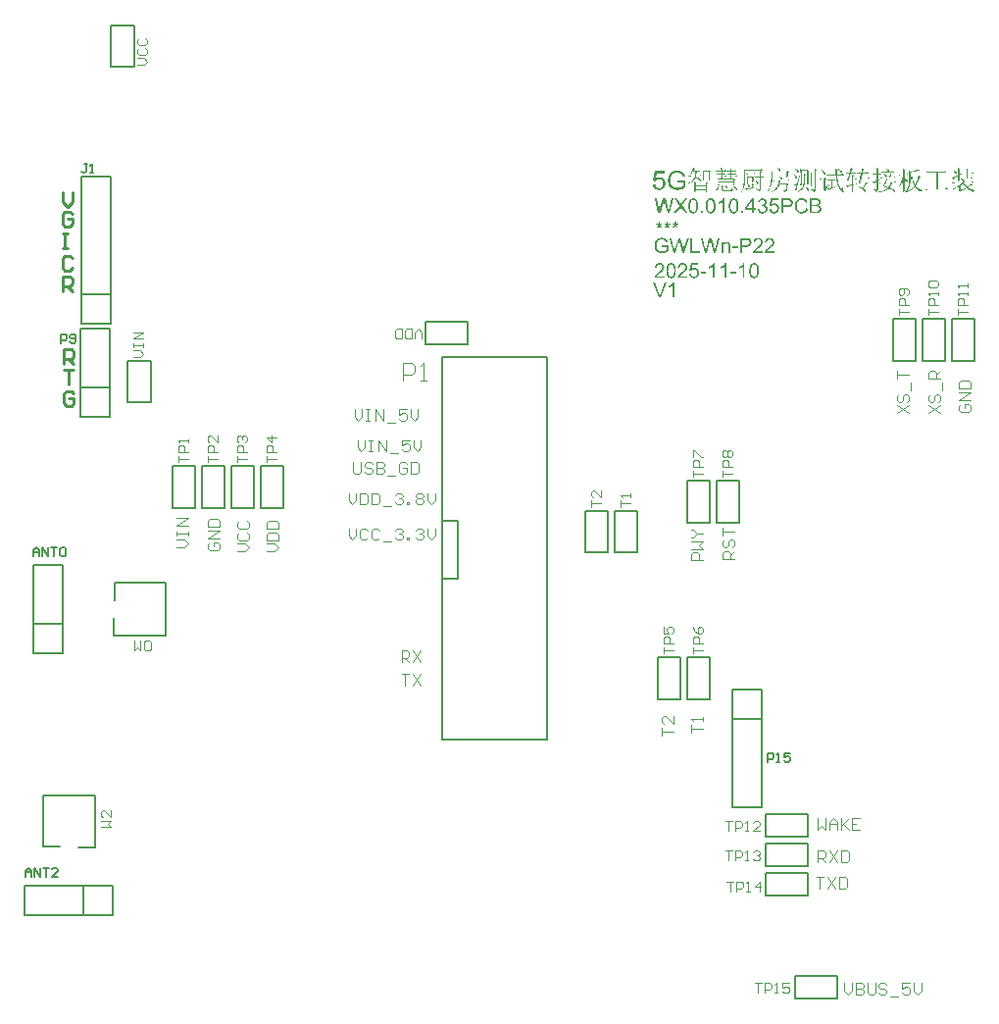
<source format=gto>
G04 Layer_Color=65535*
%FSLAX25Y25*%
%MOIN*%
G70*
G01*
G75*
%ADD16C,0.01000*%
%ADD30C,0.00600*%
%ADD31C,0.00787*%
%ADD32C,0.00500*%
%ADD33C,0.00800*%
%ADD34C,0.00394*%
%ADD35C,0.00400*%
G36*
X291428Y306771D02*
X291113Y306530D01*
Y306521D01*
Y306493D01*
Y306456D01*
Y306392D01*
Y306327D01*
Y306244D01*
Y306151D01*
X291123Y306059D01*
Y305837D01*
X291132Y305606D01*
X291141Y305365D01*
X291150Y305134D01*
X292343D01*
X292797Y305624D01*
X293426Y304930D01*
X291187D01*
Y304921D01*
Y304893D01*
Y304847D01*
X291196Y304773D01*
Y304699D01*
X291206Y304597D01*
X291215Y304486D01*
X291224Y304366D01*
X291243Y304227D01*
X291261Y304079D01*
X291280Y303922D01*
X291298Y303755D01*
X291354Y303395D01*
X291428Y303015D01*
X291520Y302618D01*
X291631Y302211D01*
X291770Y301804D01*
X291927Y301415D01*
X292112Y301036D01*
X292316Y300694D01*
X292436Y300527D01*
X292565Y300370D01*
X292695Y300231D01*
X292834Y300102D01*
X293111Y301536D01*
X293250D01*
Y301526D01*
Y301499D01*
X293241Y301462D01*
Y301406D01*
X293232Y301332D01*
Y301258D01*
X293213Y301073D01*
X293204Y300879D01*
X293185Y300666D01*
X293176Y300463D01*
Y300277D01*
Y300268D01*
Y300259D01*
Y300231D01*
Y300203D01*
X293185Y300111D01*
X293195Y299991D01*
X293213Y299861D01*
X293232Y299704D01*
X293268Y299537D01*
X293315Y299371D01*
Y299362D01*
X293324Y299334D01*
X293333Y299306D01*
X293342Y299269D01*
Y299223D01*
X293333Y299195D01*
X293315Y299167D01*
X293287Y299158D01*
X293278D01*
X293259Y299167D01*
X293213Y299186D01*
X293139Y299223D01*
X293037Y299278D01*
X292972Y299316D01*
X292899Y299362D01*
X292815Y299417D01*
X292723Y299491D01*
X292621Y299565D01*
X292501Y299648D01*
X292492Y299658D01*
X292473Y299676D01*
X292436Y299704D01*
X292390Y299741D01*
X292334Y299797D01*
X292269Y299870D01*
X292196Y299954D01*
X292112Y300056D01*
X292020Y300176D01*
X291927Y300305D01*
X291835Y300453D01*
X291733Y300620D01*
X291631Y300796D01*
X291529Y300999D01*
X291428Y301221D01*
X291326Y301462D01*
X291317Y301480D01*
X291307Y301526D01*
X291280Y301600D01*
X291243Y301702D01*
X291196Y301832D01*
X291150Y301998D01*
X291104Y302183D01*
X291049Y302396D01*
X290993Y302636D01*
X290937Y302895D01*
X290891Y303182D01*
X290836Y303487D01*
X290790Y303820D01*
X290753Y304172D01*
X290725Y304542D01*
X290697Y304930D01*
X288588D01*
X288523Y304921D01*
X288449D01*
X288348Y304903D01*
X288236Y304884D01*
X288107Y304856D01*
X287968Y304819D01*
X287654Y305134D01*
X290660D01*
Y305143D01*
Y305180D01*
X290651Y305245D01*
Y305319D01*
X290641Y305420D01*
Y305532D01*
X290632Y305661D01*
Y305800D01*
X290623Y305957D01*
X290614Y306123D01*
X290604Y306475D01*
X290595Y306854D01*
Y307234D01*
X291428Y306771D01*
D02*
G37*
G36*
X280485Y305161D02*
X280244Y304921D01*
Y304912D01*
Y304893D01*
Y304866D01*
Y304819D01*
Y304764D01*
Y304690D01*
Y304616D01*
Y304533D01*
X280235Y304329D01*
Y304107D01*
X280226Y303848D01*
X280207Y303580D01*
X280189Y303293D01*
X280170Y302997D01*
X280106Y302396D01*
X280060Y302100D01*
X280013Y301813D01*
X279948Y301554D01*
X279884Y301304D01*
Y301295D01*
X279865Y301249D01*
X279837Y301184D01*
X279801Y301101D01*
X279745Y300990D01*
X279671Y300860D01*
X279588Y300722D01*
X279477Y300573D01*
X279357Y300407D01*
X279208Y300240D01*
X279033Y300056D01*
X278838Y299880D01*
X278626Y299695D01*
X278376Y299510D01*
X278099Y299334D01*
X277793Y299158D01*
X277729Y299306D01*
X277747Y299316D01*
X277784Y299343D01*
X277839Y299390D01*
X277923Y299445D01*
X278025Y299528D01*
X278135Y299611D01*
X278256Y299713D01*
X278385Y299824D01*
X278524Y299954D01*
X278654Y300083D01*
X278922Y300370D01*
X279042Y300518D01*
X279153Y300675D01*
X279245Y300833D01*
X279329Y300999D01*
X279338Y301008D01*
X279347Y301036D01*
X279366Y301092D01*
X279394Y301156D01*
X279421Y301239D01*
X279458Y301341D01*
X279486Y301452D01*
X279532Y301582D01*
X279569Y301730D01*
X279606Y301887D01*
X279643Y302053D01*
X279671Y302229D01*
X279699Y302424D01*
X279727Y302618D01*
X279754Y303043D01*
Y303052D01*
Y303099D01*
Y303164D01*
X279764Y303247D01*
Y303358D01*
Y303487D01*
Y303635D01*
X279773Y303802D01*
Y303977D01*
Y304172D01*
Y304375D01*
Y304597D01*
Y304829D01*
X279764Y305060D01*
X279754Y305550D01*
X280485Y305161D01*
D02*
G37*
G36*
X309965Y305236D02*
X309650Y305171D01*
X309641Y305161D01*
X309632Y305143D01*
X309604Y305106D01*
X309567Y305060D01*
X309530Y304995D01*
X309484Y304930D01*
X309373Y304782D01*
X309253Y304616D01*
X309123Y304449D01*
X308994Y304292D01*
X308882Y304153D01*
X310177D01*
X310594Y304570D01*
X311223Y303950D01*
X307939D01*
X308568Y303561D01*
X308291Y303422D01*
X307800Y302507D01*
X310316D01*
X310742Y302923D01*
X311334Y302303D01*
X309863D01*
X309854Y302294D01*
X309844Y302257D01*
X309817Y302202D01*
X309780Y302118D01*
X309734Y302035D01*
X309678Y301924D01*
X309623Y301813D01*
X309558Y301693D01*
X309419Y301434D01*
X309271Y301184D01*
X309197Y301064D01*
X309132Y300943D01*
X309058Y300842D01*
X308994Y300759D01*
X309003D01*
X309021Y300749D01*
X309058Y300731D01*
X309114Y300722D01*
X309169Y300694D01*
X309243Y300666D01*
X309401Y300610D01*
X309585Y300527D01*
X309789Y300444D01*
X309983Y300352D01*
X310177Y300259D01*
X310187D01*
X310196Y300250D01*
X310251Y300213D01*
X310335Y300167D01*
X310437Y300111D01*
X310529Y300037D01*
X310631Y299963D01*
X310705Y299889D01*
X310733Y299852D01*
X310751Y299815D01*
Y299806D01*
X310770Y299787D01*
X310779Y299750D01*
X310797Y299704D01*
X310825Y299593D01*
X310843Y299473D01*
Y299454D01*
X310834Y299408D01*
X310825Y299353D01*
X310788Y299288D01*
X310779Y299269D01*
X310760Y299241D01*
X310714Y299214D01*
X310668Y299195D01*
X310649D01*
X310622Y299204D01*
X310594Y299223D01*
X310547Y299251D01*
X310492Y299288D01*
X310427Y299334D01*
X310353Y299408D01*
X310344Y299427D01*
X310298Y299464D01*
X310233Y299528D01*
X310159Y299611D01*
X310057Y299695D01*
X309946Y299787D01*
X309826Y299880D01*
X309706Y299963D01*
X309687Y299972D01*
X309641Y300000D01*
X309567Y300046D01*
X309465Y300102D01*
X309327Y300167D01*
X309160Y300250D01*
X308966Y300342D01*
X308744Y300444D01*
X308734Y300435D01*
X308716Y300426D01*
X308688Y300398D01*
X308642Y300361D01*
X308596Y300324D01*
X308531Y300277D01*
X308457Y300222D01*
X308365Y300157D01*
X308170Y300028D01*
X307948Y299898D01*
X307689Y299750D01*
X307402Y299621D01*
X307393D01*
X307365Y299602D01*
X307319Y299584D01*
X307255Y299565D01*
X307181Y299537D01*
X307079Y299500D01*
X306968Y299473D01*
X306838Y299436D01*
X306690Y299390D01*
X306533Y299353D01*
X306357Y299316D01*
X306163Y299278D01*
X305950Y299241D01*
X305737Y299214D01*
X305497Y299186D01*
X305247Y299158D01*
Y299306D01*
X305257D01*
X305284Y299316D01*
X305321D01*
X305377Y299325D01*
X305441Y299343D01*
X305525Y299353D01*
X305617Y299371D01*
X305719Y299399D01*
X305941Y299445D01*
X306200Y299519D01*
X306487Y299602D01*
X306773Y299704D01*
X306783D01*
X306810Y299723D01*
X306848Y299732D01*
X306912Y299760D01*
X306977Y299787D01*
X307060Y299833D01*
X307153Y299880D01*
X307255Y299926D01*
X307486Y300056D01*
X307745Y300213D01*
X308013Y300407D01*
X308291Y300620D01*
X308281D01*
X308254Y300638D01*
X308207Y300647D01*
X308152Y300675D01*
X308078Y300694D01*
X307985Y300731D01*
X307884Y300759D01*
X307772Y300796D01*
X307643Y300842D01*
X307513Y300879D01*
X307218Y300962D01*
X306885Y301036D01*
X306542Y301110D01*
Y301119D01*
X306561Y301138D01*
X306579Y301166D01*
X306607Y301212D01*
X306635Y301267D01*
X306672Y301332D01*
X306764Y301480D01*
X306866Y301665D01*
X306986Y301859D01*
X307116Y302081D01*
X307245Y302303D01*
X305987D01*
X305673Y302229D01*
X305395Y302507D01*
X307310D01*
Y302516D01*
X307329Y302544D01*
X307347Y302590D01*
X307365Y302645D01*
X307402Y302710D01*
X307430Y302794D01*
X307467Y302886D01*
X307513Y302988D01*
X307606Y303210D01*
X307698Y303460D01*
X307791Y303709D01*
X307874Y303950D01*
X306339D01*
X306024Y303876D01*
X305737Y304153D01*
X308679D01*
X308688Y304172D01*
X308707Y304209D01*
X308734Y304274D01*
X308771Y304357D01*
X308808Y304458D01*
X308864Y304579D01*
X308920Y304708D01*
X308975Y304847D01*
X308984Y304866D01*
X309003Y304912D01*
X309031Y304995D01*
X309068Y305106D01*
X309114Y305236D01*
X309169Y305383D01*
X309215Y305550D01*
X309271Y305726D01*
X309965Y305236D01*
D02*
G37*
G36*
X287376Y303774D02*
X287062Y303524D01*
Y300416D01*
X288283Y301776D01*
X288394Y301674D01*
X288385Y301665D01*
X288366Y301637D01*
X288338Y301591D01*
X288301Y301526D01*
X288246Y301452D01*
X288190Y301369D01*
X288061Y301166D01*
X287922Y300953D01*
X287774Y300731D01*
X287635Y300518D01*
X287571Y300426D01*
X287515Y300342D01*
X287506Y300324D01*
X287469Y300268D01*
X287413Y300185D01*
X287349Y300074D01*
X287265Y299944D01*
X287182Y299797D01*
X287089Y299621D01*
X286997Y299445D01*
X286433Y300028D01*
X286442Y300037D01*
X286460Y300065D01*
X286488Y300111D01*
X286516Y300176D01*
X286544Y300259D01*
X286562Y300352D01*
X286581Y300472D01*
X286572Y300592D01*
Y303635D01*
X286109D01*
X286044Y303626D01*
X285970D01*
X285869Y303608D01*
X285757Y303589D01*
X285628Y303561D01*
X285489Y303524D01*
X285175Y303839D01*
X286544D01*
X286747Y304190D01*
X287376Y303774D01*
D02*
G37*
G36*
X333404Y303580D02*
X333451Y303561D01*
X333497Y303543D01*
X333571Y303515D01*
X333645Y303497D01*
X333802Y303432D01*
X333968Y303358D01*
X334126Y303284D01*
X334200Y303247D01*
X334255Y303210D01*
X334301Y303173D01*
X334329Y303136D01*
X334338Y303127D01*
X334348Y303108D01*
X334366Y303071D01*
X334394Y303034D01*
X334440Y302941D01*
X334450Y302895D01*
X334459Y302858D01*
Y302849D01*
Y302831D01*
X334450Y302803D01*
X334440Y302766D01*
X334413Y302710D01*
X334385Y302655D01*
X334338Y302581D01*
X334283Y302507D01*
X336660D01*
X337252Y303034D01*
X337983Y302303D01*
X334246D01*
X334255Y302294D01*
X334264Y302275D01*
X334283Y302238D01*
X334320Y302202D01*
X334357Y302137D01*
X334403Y302072D01*
X334468Y301998D01*
X334533Y301905D01*
X334699Y301711D01*
X334893Y301480D01*
X335004Y301350D01*
X335134Y301221D01*
X335263Y301082D01*
X335402Y300943D01*
X335412Y300953D01*
X335439Y300980D01*
X335486Y301017D01*
X335541Y301073D01*
X335615Y301138D01*
X335698Y301212D01*
X335782Y301295D01*
X335874Y301397D01*
X336077Y301600D01*
X336272Y301822D01*
X336448Y302044D01*
X336522Y302155D01*
X336586Y302266D01*
X337178Y301674D01*
X337169D01*
X337132Y301665D01*
X337076Y301656D01*
X337002Y301637D01*
X336910Y301609D01*
X336808Y301572D01*
X336688Y301517D01*
X336568Y301462D01*
X336549Y301452D01*
X336503Y301425D01*
X336429Y301378D01*
X336318Y301313D01*
X336170Y301230D01*
X335994Y301119D01*
X335782Y300990D01*
X335541Y300833D01*
X335550D01*
X335560Y300814D01*
X335587Y300796D01*
X335615Y300777D01*
X335707Y300712D01*
X335837Y300629D01*
X335994Y300536D01*
X336179Y300435D01*
X336392Y300333D01*
X336632Y300231D01*
X336642D01*
X336660Y300222D01*
X336697Y300203D01*
X336753Y300194D01*
X336818Y300167D01*
X336892Y300148D01*
X336975Y300120D01*
X337076Y300093D01*
X337178Y300065D01*
X337298Y300037D01*
X337548Y299981D01*
X337826Y299935D01*
X338122Y299898D01*
Y299760D01*
X338112D01*
X338094Y299750D01*
X338066D01*
X338029Y299741D01*
X337928Y299704D01*
X337807Y299658D01*
X337678Y299593D01*
X337548Y299500D01*
X337437Y299380D01*
X337391Y299316D01*
X337354Y299241D01*
X337345Y299251D01*
X337308Y299260D01*
X337252Y299288D01*
X337188Y299316D01*
X337095Y299362D01*
X336993Y299408D01*
X336882Y299464D01*
X336753Y299528D01*
X336475Y299686D01*
X336170Y299861D01*
X335865Y300065D01*
X335560Y300296D01*
X335550Y300305D01*
X335523Y300324D01*
X335486Y300361D01*
X335430Y300416D01*
X335356Y300490D01*
X335273Y300573D01*
X335180Y300675D01*
X335079Y300786D01*
X334958Y300925D01*
X334838Y301073D01*
X334718Y301239D01*
X334588Y301415D01*
X334450Y301609D01*
X334311Y301832D01*
X334172Y302053D01*
X334033Y302303D01*
X334024Y302294D01*
X334015Y302285D01*
X333987Y302257D01*
X333950Y302229D01*
X333848Y302137D01*
X333728Y302026D01*
X333571Y301887D01*
X333404Y301739D01*
X333219Y301582D01*
X333025Y301425D01*
Y299972D01*
X334838Y300518D01*
X334912Y300416D01*
X334903D01*
X334893Y300407D01*
X334866Y300398D01*
X334829Y300379D01*
X334736Y300333D01*
X334616Y300277D01*
X334468Y300213D01*
X334301Y300130D01*
X334126Y300037D01*
X333941Y299944D01*
X333571Y299741D01*
X333395Y299630D01*
X333228Y299519D01*
X333090Y299417D01*
X332960Y299316D01*
X332868Y299223D01*
X332840Y299177D01*
X332812Y299131D01*
X332396Y299732D01*
X332405Y299741D01*
X332424Y299760D01*
X332461Y299797D01*
X332498Y299843D01*
X332525Y299898D01*
X332553Y299963D01*
X332572Y300028D01*
Y300102D01*
Y301110D01*
X332562Y301101D01*
X332525Y301082D01*
X332461Y301045D01*
X332378Y300999D01*
X332266Y300934D01*
X332137Y300869D01*
X331998Y300796D01*
X331832Y300712D01*
X331647Y300629D01*
X331443Y300536D01*
X331230Y300444D01*
X331009Y300352D01*
X330768Y300259D01*
X330518Y300167D01*
X330250Y300083D01*
X329982Y300000D01*
X329945Y300102D01*
X329954D01*
X329973Y300111D01*
X330000Y300120D01*
X330037Y300139D01*
X330083Y300167D01*
X330148Y300194D01*
X330287Y300259D01*
X330463Y300342D01*
X330676Y300444D01*
X330897Y300564D01*
X331147Y300703D01*
X331416Y300851D01*
X331693Y301017D01*
X331980Y301203D01*
X332276Y301397D01*
X332562Y301609D01*
X332858Y301822D01*
X333136Y302063D01*
X333404Y302303D01*
X331203D01*
X331110Y302294D01*
X330999D01*
X330870Y302275D01*
X330731Y302257D01*
X330583Y302229D01*
X330435Y302192D01*
X330120Y302507D01*
X333968D01*
Y302516D01*
Y302525D01*
X333959Y302581D01*
X333931Y302673D01*
X333885Y302794D01*
X333848Y302858D01*
X333802Y302941D01*
X333756Y303025D01*
X333691Y303108D01*
X333608Y303210D01*
X333524Y303311D01*
X333423Y303413D01*
X333302Y303524D01*
X333367Y303589D01*
X333377D01*
X333404Y303580D01*
D02*
G37*
G36*
X296404Y306984D02*
X296395D01*
X296376Y306965D01*
X296340Y306938D01*
X296303Y306901D01*
X296256Y306854D01*
X296210Y306789D01*
X296164Y306715D01*
X296117Y306632D01*
Y306623D01*
X296099Y306586D01*
X296080Y306521D01*
X296053Y306438D01*
X296016Y306318D01*
X295970Y306179D01*
X295923Y306003D01*
X295877Y305790D01*
X296783D01*
X297209Y306216D01*
X297764Y305587D01*
X295812D01*
X295183Y303524D01*
X296053D01*
Y303534D01*
Y303552D01*
Y303589D01*
Y303644D01*
Y303700D01*
Y303774D01*
Y303867D01*
Y303959D01*
X296043Y304061D01*
Y304172D01*
X296034Y304421D01*
X296025Y304699D01*
X296016Y304995D01*
X296820Y304644D01*
X296506Y304403D01*
Y303524D01*
X296959D01*
X297348Y303950D01*
X297903Y303321D01*
X296506D01*
Y301924D01*
X298042Y302266D01*
X298078Y302165D01*
X296506Y301609D01*
Y301591D01*
Y301545D01*
Y301462D01*
Y301360D01*
Y301230D01*
Y301082D01*
Y300925D01*
X296515Y300749D01*
Y300379D01*
X296525Y300000D01*
Y299824D01*
X296534Y299648D01*
Y299491D01*
X296543Y299343D01*
X296016Y299131D01*
Y299149D01*
Y299186D01*
Y299260D01*
X296025Y299353D01*
Y299464D01*
Y299593D01*
X296034Y299741D01*
Y299907D01*
Y300083D01*
X296043Y300268D01*
Y300657D01*
X296053Y301064D01*
Y301462D01*
X296034Y301452D01*
X295997Y301443D01*
X295923Y301415D01*
X295840Y301388D01*
X295729Y301341D01*
X295618Y301295D01*
X295359Y301193D01*
X295091Y301082D01*
X294961Y301027D01*
X294850Y300962D01*
X294748Y300906D01*
X294656Y300860D01*
X294591Y300814D01*
X294554Y300768D01*
X294166Y301397D01*
X294175D01*
X294212Y301406D01*
X294268Y301415D01*
X294341Y301434D01*
X294434Y301452D01*
X294545Y301471D01*
X294665Y301499D01*
X294795Y301526D01*
X294934Y301563D01*
X295081Y301591D01*
X295405Y301665D01*
X295729Y301739D01*
X296053Y301813D01*
Y303321D01*
X295183D01*
X294869Y303034D01*
X294480Y303561D01*
X294490Y303571D01*
X294517Y303589D01*
X294554Y303617D01*
X294610Y303672D01*
X294674Y303746D01*
X294739Y303848D01*
X294804Y303977D01*
X294878Y304135D01*
Y304144D01*
X294887Y304153D01*
X294897Y304181D01*
X294915Y304227D01*
X294934Y304274D01*
X294952Y304338D01*
X294980Y304412D01*
X295007Y304496D01*
X295035Y304588D01*
X295072Y304699D01*
X295109Y304819D01*
X295146Y304949D01*
X295193Y305087D01*
X295230Y305245D01*
X295276Y305411D01*
X295322Y305587D01*
X295248D01*
X295165Y305578D01*
X295063D01*
X294943Y305559D01*
X294804Y305541D01*
X294665Y305513D01*
X294517Y305476D01*
X294203Y305790D01*
X295387D01*
Y305800D01*
X295396Y305827D01*
X295405Y305865D01*
X295414Y305920D01*
X295433Y305985D01*
X295451Y306068D01*
X295470Y306160D01*
X295489Y306262D01*
X295516Y306373D01*
X295544Y306493D01*
X295590Y306752D01*
X295646Y307039D01*
X295701Y307335D01*
X296404Y306984D01*
D02*
G37*
G36*
X259654Y270000D02*
X259035D01*
Y273944D01*
X259028Y273937D01*
X258991Y273907D01*
X258947Y273864D01*
X258874Y273813D01*
X258794Y273747D01*
X258692Y273674D01*
X258576Y273594D01*
X258444Y273514D01*
X258437D01*
X258430Y273506D01*
X258386Y273477D01*
X258313Y273441D01*
X258226Y273397D01*
X258123Y273346D01*
X258014Y273295D01*
X257905Y273244D01*
X257796Y273200D01*
Y273798D01*
X257803D01*
X257817Y273813D01*
X257846Y273820D01*
X257883Y273842D01*
X257927Y273864D01*
X257978Y273893D01*
X258102Y273966D01*
X258247Y274046D01*
X258393Y274148D01*
X258546Y274265D01*
X258699Y274389D01*
X258707Y274396D01*
X258714Y274403D01*
X258736Y274425D01*
X258765Y274447D01*
X258831Y274520D01*
X258918Y274607D01*
X259006Y274709D01*
X259100Y274826D01*
X259181Y274943D01*
X259254Y275067D01*
X259654D01*
Y270000D01*
D02*
G37*
G36*
X253385D02*
X252765D01*
Y273944D01*
X252758Y273937D01*
X252722Y273907D01*
X252678Y273864D01*
X252605Y273813D01*
X252525Y273747D01*
X252423Y273674D01*
X252306Y273594D01*
X252175Y273514D01*
X252168D01*
X252160Y273506D01*
X252117Y273477D01*
X252044Y273441D01*
X251956Y273397D01*
X251854Y273346D01*
X251745Y273295D01*
X251635Y273244D01*
X251526Y273200D01*
Y273798D01*
X251533D01*
X251548Y273813D01*
X251577Y273820D01*
X251614Y273842D01*
X251657Y273864D01*
X251708Y273893D01*
X251832Y273966D01*
X251978Y274046D01*
X252124Y274148D01*
X252277Y274265D01*
X252430Y274389D01*
X252437Y274396D01*
X252445Y274403D01*
X252467Y274425D01*
X252496Y274447D01*
X252561Y274520D01*
X252649Y274607D01*
X252736Y274709D01*
X252831Y274826D01*
X252911Y274943D01*
X252984Y275067D01*
X253385D01*
Y270000D01*
D02*
G37*
G36*
X243966Y274389D02*
X241947D01*
X241677Y273025D01*
X241685Y273033D01*
X241699Y273040D01*
X241721Y273055D01*
X241757Y273076D01*
X241801Y273098D01*
X241852Y273127D01*
X241969Y273186D01*
X242115Y273244D01*
X242275Y273295D01*
X242450Y273331D01*
X242537Y273346D01*
X242698D01*
X242742Y273339D01*
X242800Y273331D01*
X242866Y273324D01*
X242938Y273310D01*
X243019Y273288D01*
X243194Y273237D01*
X243288Y273200D01*
X243383Y273149D01*
X243478Y273098D01*
X243573Y273040D01*
X243660Y272967D01*
X243748Y272887D01*
X243755Y272880D01*
X243770Y272865D01*
X243791Y272843D01*
X243821Y272807D01*
X243857Y272756D01*
X243894Y272705D01*
X243937Y272639D01*
X243981Y272566D01*
X244017Y272486D01*
X244061Y272398D01*
X244098Y272296D01*
X244134Y272194D01*
X244163Y272085D01*
X244185Y271961D01*
X244200Y271837D01*
X244207Y271706D01*
Y271699D01*
Y271677D01*
Y271640D01*
X244200Y271589D01*
X244192Y271531D01*
X244185Y271465D01*
X244170Y271385D01*
X244156Y271305D01*
X244112Y271115D01*
X244039Y270918D01*
X243995Y270816D01*
X243937Y270722D01*
X243879Y270620D01*
X243806Y270525D01*
X243799Y270518D01*
X243784Y270496D01*
X243755Y270467D01*
X243719Y270430D01*
X243668Y270386D01*
X243609Y270328D01*
X243536Y270277D01*
X243456Y270219D01*
X243369Y270160D01*
X243267Y270109D01*
X243157Y270058D01*
X243040Y270007D01*
X242917Y269971D01*
X242778Y269942D01*
X242632Y269920D01*
X242479Y269913D01*
X242414D01*
X242363Y269920D01*
X242304Y269927D01*
X242239Y269934D01*
X242158Y269942D01*
X242078Y269964D01*
X241896Y270007D01*
X241714Y270073D01*
X241619Y270117D01*
X241524Y270168D01*
X241437Y270226D01*
X241349Y270292D01*
X241342Y270299D01*
X241327Y270306D01*
X241313Y270335D01*
X241284Y270364D01*
X241247Y270401D01*
X241211Y270445D01*
X241167Y270503D01*
X241131Y270569D01*
X241087Y270634D01*
X241043Y270714D01*
X240963Y270889D01*
X240897Y271094D01*
X240875Y271203D01*
X240861Y271320D01*
X241510Y271371D01*
Y271363D01*
Y271349D01*
X241517Y271327D01*
X241524Y271290D01*
X241546Y271210D01*
X241575Y271101D01*
X241619Y270991D01*
X241677Y270867D01*
X241750Y270758D01*
X241838Y270656D01*
X241852Y270649D01*
X241881Y270620D01*
X241940Y270583D01*
X242020Y270539D01*
X242107Y270496D01*
X242217Y270459D01*
X242341Y270430D01*
X242479Y270423D01*
X242523D01*
X242552Y270430D01*
X242640Y270437D01*
X242742Y270467D01*
X242866Y270503D01*
X242989Y270561D01*
X243121Y270649D01*
X243179Y270700D01*
X243237Y270758D01*
X243245Y270765D01*
X243252Y270773D01*
X243267Y270795D01*
X243288Y270816D01*
X243339Y270897D01*
X243398Y270999D01*
X243449Y271123D01*
X243500Y271276D01*
X243536Y271458D01*
X243551Y271553D01*
Y271655D01*
Y271662D01*
Y271677D01*
Y271706D01*
X243544Y271742D01*
Y271786D01*
X243536Y271837D01*
X243514Y271954D01*
X243478Y272092D01*
X243427Y272231D01*
X243354Y272362D01*
X243252Y272486D01*
Y272493D01*
X243237Y272500D01*
X243201Y272537D01*
X243135Y272588D01*
X243048Y272646D01*
X242931Y272697D01*
X242800Y272748D01*
X242647Y272785D01*
X242559Y272799D01*
X242421D01*
X242363Y272792D01*
X242290Y272785D01*
X242202Y272763D01*
X242115Y272741D01*
X242020Y272705D01*
X241925Y272661D01*
X241918Y272654D01*
X241889Y272639D01*
X241845Y272603D01*
X241787Y272566D01*
X241728Y272515D01*
X241670Y272449D01*
X241604Y272384D01*
X241553Y272304D01*
X240970Y272384D01*
X241459Y274979D01*
X243966D01*
Y274389D01*
D02*
G37*
G36*
X256819Y271516D02*
X254901D01*
Y272136D01*
X256819D01*
Y271516D01*
D02*
G37*
G36*
X246627D02*
X244710D01*
Y272136D01*
X246627D01*
Y271516D01*
D02*
G37*
G36*
X280217Y301304D02*
X280254Y301286D01*
X280300Y301249D01*
X280365Y301203D01*
X280448Y301147D01*
X280531Y301082D01*
X280735Y300934D01*
X280938Y300777D01*
X281123Y300620D01*
X281206Y300536D01*
X281280Y300472D01*
X281336Y300407D01*
X281373Y300352D01*
X281382Y300342D01*
X281401Y300305D01*
X281419Y300259D01*
X281456Y300203D01*
X281503Y300083D01*
X281521Y300019D01*
X281530Y299963D01*
Y299954D01*
Y299935D01*
X281521Y299898D01*
Y299852D01*
X281484Y299750D01*
X281466Y299686D01*
X281429Y299630D01*
Y299621D01*
X281410Y299602D01*
X281373Y299556D01*
X281308Y299500D01*
X281280Y299482D01*
X281253Y299473D01*
X281243D01*
X281225Y299482D01*
X281197Y299491D01*
X281170Y299528D01*
X281123Y299574D01*
X281077Y299648D01*
X281031Y299760D01*
X281003Y299824D01*
X280975Y299898D01*
Y299907D01*
X280966Y299926D01*
X280947Y299963D01*
X280929Y300009D01*
X280910Y300065D01*
X280873Y300130D01*
X280837Y300213D01*
X280790Y300296D01*
X280679Y300490D01*
X280531Y300712D01*
X280346Y300953D01*
X280244Y301082D01*
X280134Y301212D01*
X280207Y301313D01*
X280217Y301304D01*
D02*
G37*
G36*
X284083Y306808D02*
X283843Y306558D01*
Y300093D01*
Y300074D01*
Y300028D01*
X283834Y299963D01*
X283824Y299880D01*
X283806Y299787D01*
X283787Y299695D01*
X283750Y299602D01*
X283704Y299519D01*
X283695Y299510D01*
X283676Y299482D01*
X283639Y299445D01*
X283584Y299399D01*
X283510Y299334D01*
X283408Y299278D01*
X283288Y299214D01*
X283140Y299158D01*
Y299167D01*
X283131Y299186D01*
X283112Y299204D01*
X283094Y299241D01*
X283019Y299334D01*
X282973Y299390D01*
X282918Y299454D01*
X282853Y299519D01*
X282779Y299584D01*
X282696Y299648D01*
X282594Y299713D01*
X282492Y299769D01*
X282372Y299833D01*
X282242Y299889D01*
X282095Y299935D01*
Y300065D01*
X282104D01*
X282132Y300056D01*
X282187D01*
X282242Y300046D01*
X282316Y300037D01*
X282400Y300028D01*
X282585Y300000D01*
X282779Y299981D01*
X282964Y299963D01*
X283047Y299954D01*
X283223D01*
X283242Y299963D01*
X283269Y299972D01*
X283306Y299991D01*
X283334Y300019D01*
X283362Y300065D01*
X283380Y300120D01*
X283389Y300203D01*
Y305652D01*
Y305661D01*
Y305698D01*
Y305744D01*
Y305809D01*
Y305892D01*
Y305994D01*
Y306096D01*
Y306207D01*
X283380Y306447D01*
X283371Y306706D01*
X283362Y306947D01*
Y307058D01*
X283352Y307159D01*
X284083Y306808D01*
D02*
G37*
G36*
X328650Y305874D02*
X325357D01*
Y300167D01*
X327706D01*
X328298Y300759D01*
X329103Y299963D01*
X322175D01*
X322082Y299954D01*
X321971D01*
X321851Y299935D01*
X321703Y299917D01*
X321564Y299898D01*
X321416Y299861D01*
X321102Y300167D01*
X324839D01*
Y305874D01*
X322665D01*
X322572Y305865D01*
X322462D01*
X322332Y305846D01*
X322193Y305827D01*
X322045Y305800D01*
X321897Y305763D01*
X321583Y306077D01*
X327392D01*
X327910Y306605D01*
X328650Y305874D01*
D02*
G37*
G36*
X305321Y306984D02*
X305044Y306734D01*
Y305337D01*
X305497D01*
X305876Y305726D01*
X306477Y305134D01*
X305044D01*
Y303348D01*
X306024Y303765D01*
X306089Y303663D01*
X305044Y303034D01*
Y300065D01*
Y300056D01*
Y300037D01*
Y300009D01*
X305034Y299972D01*
X305007Y299870D01*
X304960Y299750D01*
X304924Y299676D01*
X304868Y299611D01*
X304813Y299537D01*
X304748Y299464D01*
X304664Y299390D01*
X304572Y299325D01*
X304461Y299260D01*
X304341Y299195D01*
Y299214D01*
Y299260D01*
X304313Y299334D01*
X304294Y299390D01*
X304257Y299436D01*
X304221Y299491D01*
X304165Y299556D01*
X304091Y299621D01*
X304008Y299686D01*
X303906Y299750D01*
X303777Y299824D01*
X303638Y299889D01*
X303471Y299963D01*
Y300102D01*
X303481D01*
X303508Y300093D01*
X303545D01*
X303591Y300083D01*
X303656Y300074D01*
X303721Y300056D01*
X303878Y300037D01*
X304035Y300009D01*
X304193Y299991D01*
X304267Y299981D01*
X304424D01*
X304443Y299991D01*
X304470Y300000D01*
X304507Y300028D01*
X304535Y300056D01*
X304563Y300111D01*
X304581Y300176D01*
X304591Y300268D01*
Y302784D01*
X304581Y302775D01*
X304554Y302757D01*
X304507Y302729D01*
X304443Y302692D01*
X304368Y302645D01*
X304285Y302599D01*
X304100Y302479D01*
X303915Y302349D01*
X303740Y302229D01*
X303656Y302165D01*
X303591Y302109D01*
X303545Y302063D01*
X303508Y302016D01*
X303055Y302618D01*
X303064D01*
X303083Y302627D01*
X303120Y302636D01*
X303166Y302655D01*
X303231Y302664D01*
X303295Y302692D01*
X303388Y302719D01*
X303481Y302747D01*
X303582Y302784D01*
X303702Y302831D01*
X303832Y302877D01*
X303961Y302923D01*
X304257Y303034D01*
X304591Y303173D01*
Y305134D01*
X303851D01*
X303434Y305060D01*
X303157Y305337D01*
X304591D01*
Y305356D01*
Y305402D01*
Y305476D01*
Y305569D01*
Y305689D01*
Y305827D01*
Y305976D01*
Y306133D01*
X304581Y306466D01*
X304572Y306799D01*
Y306965D01*
X304563Y307113D01*
Y307252D01*
X304554Y307372D01*
X305321Y306984D01*
D02*
G37*
G36*
X252957Y301619D02*
X252994Y301600D01*
X253040Y301582D01*
X253161Y301517D01*
X253299Y301443D01*
X253447Y301350D01*
X253586Y301267D01*
X253715Y301184D01*
X253762Y301147D01*
X253799Y301110D01*
X253808Y301101D01*
X253826Y301082D01*
X253854Y301045D01*
X253891Y301008D01*
X253947Y300906D01*
X253965Y300851D01*
X253975Y300796D01*
Y300786D01*
Y300768D01*
X253965Y300740D01*
Y300703D01*
X253928Y300601D01*
X253901Y300546D01*
X253864Y300481D01*
Y300472D01*
X253845Y300453D01*
X253808Y300398D01*
X253762Y300342D01*
X253743Y300324D01*
X253725Y300314D01*
X253706Y300324D01*
X253688Y300333D01*
X253660Y300352D01*
X253632Y300379D01*
X253595Y300435D01*
X253558Y300500D01*
X253521Y300592D01*
X253512Y300610D01*
X253484Y300657D01*
X253438Y300740D01*
X253373Y300851D01*
X253281Y300990D01*
X253170Y301147D01*
X253022Y301332D01*
X252855Y301536D01*
X252929Y301637D01*
X252939D01*
X252957Y301619D01*
D02*
G37*
G36*
X265481Y305966D02*
X265232Y305726D01*
Y304292D01*
X265546D01*
X265935Y304680D01*
X266490Y304088D01*
X265232D01*
Y300277D01*
Y300259D01*
Y300222D01*
X265223Y300157D01*
X265204Y300083D01*
X265185Y300000D01*
X265148Y299907D01*
X265102Y299824D01*
X265037Y299741D01*
X265028Y299732D01*
X265001Y299713D01*
X264964Y299676D01*
X264899Y299630D01*
X264825Y299574D01*
X264732Y299519D01*
X264621Y299464D01*
X264501Y299408D01*
Y299417D01*
X264492Y299436D01*
X264473Y299454D01*
X264445Y299491D01*
X264381Y299584D01*
X264335Y299639D01*
X264270Y299704D01*
X264205Y299760D01*
X264131Y299824D01*
X264038Y299889D01*
X263937Y299954D01*
X263826Y300009D01*
X263705Y300065D01*
X263567Y300120D01*
X263419Y300167D01*
Y300314D01*
X263446D01*
X263484Y300305D01*
X263530D01*
X263585Y300296D01*
X263659Y300287D01*
X263807Y300277D01*
X263974Y300259D01*
X264140Y300240D01*
X264298Y300231D01*
X264427Y300222D01*
X264473D01*
X264529Y300231D01*
X264594Y300250D01*
X264649Y300277D01*
X264704Y300324D01*
X264751Y300389D01*
X264778Y300481D01*
Y304088D01*
X263622D01*
X263308Y304014D01*
X263030Y304292D01*
X264778D01*
Y304310D01*
Y304357D01*
Y304440D01*
Y304542D01*
Y304662D01*
Y304810D01*
Y304958D01*
Y305124D01*
X264769Y305467D01*
X264760Y305809D01*
Y305966D01*
X264751Y306114D01*
Y306244D01*
X264741Y306355D01*
X265481Y305966D01*
D02*
G37*
G36*
X275240Y302969D02*
X271707D01*
Y302951D01*
Y302905D01*
X271697Y302821D01*
X271688Y302719D01*
X271670Y302572D01*
X271651Y302405D01*
X271614Y302211D01*
X271568Y301989D01*
X273769D01*
X274121Y302340D01*
X274639Y301813D01*
X274324Y301637D01*
Y301619D01*
Y301572D01*
X274315Y301499D01*
X274306Y301397D01*
X274297Y301276D01*
X274288Y301138D01*
X274269Y300990D01*
X274251Y300833D01*
X274214Y300509D01*
X274186Y300352D01*
X274167Y300194D01*
X274139Y300056D01*
X274112Y299926D01*
X274075Y299815D01*
X274047Y299723D01*
X274038Y299704D01*
X274010Y299658D01*
X273955Y299584D01*
X273871Y299491D01*
X273760Y299399D01*
X273686Y299343D01*
X273603Y299297D01*
X273520Y299251D01*
X273418Y299204D01*
X273298Y299167D01*
X273178Y299131D01*
Y299140D01*
Y299149D01*
X273168Y299204D01*
X273141Y299288D01*
X273113Y299343D01*
X273085Y299390D01*
X273039Y299445D01*
X272983Y299510D01*
X272919Y299565D01*
X272835Y299621D01*
X272733Y299676D01*
X272622Y299732D01*
X272493Y299787D01*
X272336Y299833D01*
X272373Y299972D01*
X272382D01*
X272400Y299963D01*
X272428D01*
X272465Y299954D01*
X272558Y299926D01*
X272678Y299907D01*
X272817Y299880D01*
X272946Y299852D01*
X273076Y299843D01*
X273178Y299833D01*
X273205D01*
X273233Y299843D01*
X273270D01*
X273362Y299870D01*
X273474Y299917D01*
X273483Y299926D01*
X273501Y299935D01*
X273529Y299972D01*
X273557Y300028D01*
X273594Y300102D01*
X273631Y300213D01*
X273649Y300277D01*
X273668Y300361D01*
X273686Y300444D01*
X273695Y300536D01*
Y300546D01*
Y300564D01*
X273705Y300592D01*
Y300629D01*
X273714Y300684D01*
X273723Y300749D01*
X273732Y300814D01*
X273742Y300897D01*
X273751Y301082D01*
X273769Y301295D01*
X273788Y301526D01*
X273807Y301785D01*
X271531D01*
Y301776D01*
X271522Y301767D01*
X271513Y301739D01*
X271503Y301702D01*
X271466Y301600D01*
X271402Y301462D01*
X271327Y301304D01*
X271226Y301119D01*
X271106Y300925D01*
X270957Y300712D01*
X270782Y300490D01*
X270578Y300259D01*
X270347Y300046D01*
X270088Y299824D01*
X269792Y299621D01*
X269468Y299436D01*
X269283Y299353D01*
X269098Y299269D01*
X268904Y299195D01*
X268701Y299131D01*
X268664Y299278D01*
X268673D01*
X268691Y299288D01*
X268719Y299306D01*
X268765Y299325D01*
X268821Y299353D01*
X268876Y299390D01*
X269024Y299482D01*
X269209Y299602D01*
X269404Y299750D01*
X269625Y299926D01*
X269847Y300130D01*
X270070Y300370D01*
X270291Y300638D01*
X270504Y300934D01*
X270698Y301276D01*
X270874Y301646D01*
X271013Y302044D01*
X271069Y302266D01*
X271115Y302488D01*
X271152Y302729D01*
X271180Y302969D01*
X270033D01*
X269644Y302895D01*
X269367Y303173D01*
X274186D01*
X274611Y303589D01*
X275240Y302969D01*
D02*
G37*
G36*
X255936Y301212D02*
X255963Y301203D01*
X256019Y301175D01*
X256074Y301138D01*
X256148Y301101D01*
X256231Y301055D01*
X256417Y300953D01*
X256611Y300842D01*
X256796Y300731D01*
X256879Y300684D01*
X256944Y300638D01*
X257009Y300592D01*
X257046Y300555D01*
X257055Y300546D01*
X257073Y300527D01*
X257101Y300490D01*
X257138Y300444D01*
X257166Y300379D01*
X257193Y300314D01*
X257212Y300240D01*
X257221Y300167D01*
Y300157D01*
Y300139D01*
Y300111D01*
X257212Y300074D01*
X257193Y299981D01*
X257147Y299861D01*
Y299852D01*
X257138Y299833D01*
X257110Y299778D01*
X257064Y299713D01*
X257046Y299695D01*
X257018Y299686D01*
X257009D01*
X256999Y299695D01*
X256972Y299704D01*
X256944Y299723D01*
X256907Y299760D01*
X256870Y299806D01*
X256814Y299880D01*
X256768Y299972D01*
Y299981D01*
X256759Y299991D01*
X256740Y300019D01*
X256722Y300056D01*
X256694Y300102D01*
X256657Y300157D01*
X256564Y300296D01*
X256444Y300463D01*
X256287Y300657D01*
X256194Y300759D01*
X256093Y300869D01*
X255982Y300990D01*
X255861Y301110D01*
X255926Y301221D01*
X255936Y301212D01*
D02*
G37*
G36*
X252504Y301147D02*
X252263Y300869D01*
Y300379D01*
Y300370D01*
Y300361D01*
Y300296D01*
X252282Y300222D01*
X252309Y300130D01*
X252365Y300037D01*
X252402Y299991D01*
X252457Y299954D01*
X252513Y299926D01*
X252578Y299907D01*
X252661Y299898D01*
X254631D01*
X254705Y299907D01*
X254779Y299935D01*
X254862Y299981D01*
X254946Y300056D01*
X254974Y300111D01*
X255001Y300167D01*
X255020Y300231D01*
X255038Y300314D01*
Y300324D01*
Y300333D01*
X255047Y300389D01*
X255057Y300481D01*
X255066Y300592D01*
X255075Y300722D01*
X255084Y300860D01*
X255094Y301147D01*
X255270D01*
Y301138D01*
Y301129D01*
Y301073D01*
X255279Y300990D01*
Y300888D01*
X255297Y300768D01*
X255316Y300647D01*
X255334Y300536D01*
X255371Y300426D01*
X255381Y300416D01*
X255390Y300379D01*
X255417Y300333D01*
X255454Y300277D01*
X255501Y300213D01*
X255566Y300148D01*
X255640Y300083D01*
X255723Y300028D01*
Y300019D01*
X255714Y300009D01*
X255667Y299944D01*
X255603Y299861D01*
X255501Y299769D01*
X255362Y299676D01*
X255195Y299593D01*
X255094Y299556D01*
X254983Y299528D01*
X254872Y299519D01*
X254742Y299510D01*
X252346D01*
X252300Y299519D01*
X252208Y299547D01*
X252087Y299593D01*
X252032Y299630D01*
X251976Y299667D01*
X251921Y299723D01*
X251875Y299787D01*
X251829Y299861D01*
X251801Y299954D01*
X251782Y300056D01*
X251773Y300167D01*
Y300176D01*
Y300203D01*
Y300250D01*
Y300314D01*
Y300389D01*
Y300472D01*
Y300675D01*
X251764Y300888D01*
X251754Y301110D01*
X251745Y301323D01*
Y301415D01*
X251736Y301499D01*
X252504Y301147D01*
D02*
G37*
G36*
X262965Y301850D02*
X262956Y301841D01*
X262929Y301822D01*
X262873Y301785D01*
X262818Y301739D01*
X262753Y301674D01*
X262679Y301600D01*
X262605Y301508D01*
X262540Y301397D01*
X262531Y301378D01*
X262503Y301332D01*
X262466Y301267D01*
X262410Y301175D01*
X262336Y301064D01*
X262263Y300934D01*
X262179Y300805D01*
X262087Y300657D01*
X263456Y300906D01*
Y300768D01*
X263446D01*
X263428Y300759D01*
X263400D01*
X263354Y300740D01*
X263308Y300731D01*
X263243Y300712D01*
X263095Y300675D01*
X262919Y300629D01*
X262716Y300583D01*
X262494Y300527D01*
X262263Y300463D01*
X261800Y300342D01*
X261569Y300277D01*
X261356Y300222D01*
X261162Y300157D01*
X260995Y300111D01*
X260921Y300083D01*
X260857Y300065D01*
X260801Y300046D01*
X260755Y300028D01*
X260736Y300019D01*
X260690Y300000D01*
X260607Y299963D01*
X260514Y299926D01*
X260403Y299870D01*
X260283Y299815D01*
X260172Y299750D01*
X260061Y299686D01*
X259747Y300342D01*
X259811D01*
X259867Y300352D01*
X259931D01*
X260015Y300361D01*
X260117Y300370D01*
X260237Y300379D01*
X260375Y300398D01*
X260533Y300416D01*
X260708Y300435D01*
X260912Y300463D01*
X261125Y300500D01*
X261365Y300536D01*
X261624Y300583D01*
X261911Y300629D01*
Y300638D01*
X261920Y300666D01*
X261939Y300722D01*
X261957Y300786D01*
X261985Y300860D01*
X262013Y300953D01*
X262040Y301055D01*
X262068Y301175D01*
X262142Y301425D01*
X262216Y301693D01*
X262281Y301970D01*
X262336Y302238D01*
X262965Y301850D01*
D02*
G37*
G36*
X290771Y303247D02*
X289615D01*
Y300869D01*
X290947Y301249D01*
X290974Y301110D01*
X290965Y301101D01*
X290919Y301092D01*
X290854Y301064D01*
X290762Y301027D01*
X290651Y300980D01*
X290521Y300925D01*
X290373Y300860D01*
X290216Y300796D01*
X290031Y300712D01*
X289846Y300629D01*
X289643Y300546D01*
X289430Y300444D01*
X288986Y300240D01*
X288532Y300028D01*
X288283Y299760D01*
X287866Y300379D01*
X287876D01*
X287903Y300389D01*
X287950Y300398D01*
X288005Y300416D01*
X288079Y300435D01*
X288153Y300453D01*
X288338Y300500D01*
X288542Y300555D01*
X288755Y300610D01*
X288949Y300675D01*
X289041Y300703D01*
X289124Y300731D01*
Y303247D01*
X288764D01*
X288699Y303238D01*
X288625D01*
X288523Y303219D01*
X288412Y303201D01*
X288283Y303173D01*
X288144Y303136D01*
X287829Y303450D01*
X289827D01*
X290244Y303867D01*
X290771Y303247D01*
D02*
G37*
G36*
X250867Y301239D02*
Y301212D01*
X250857Y301175D01*
Y301129D01*
X250848Y301064D01*
X250839Y300990D01*
X250820Y300833D01*
X250802Y300657D01*
X250774Y300481D01*
X250746Y300333D01*
X250737Y300259D01*
X250718Y300203D01*
Y300194D01*
X250709Y300157D01*
X250691Y300111D01*
X250663Y300056D01*
X250635Y300000D01*
X250589Y299935D01*
X250543Y299880D01*
X250478Y299833D01*
X250469D01*
X250450Y299815D01*
X250413Y299797D01*
X250367Y299778D01*
X250247Y299750D01*
X250182Y299741D01*
X250099D01*
X250080Y299750D01*
X250015Y299760D01*
X249951Y299797D01*
X249932Y299824D01*
X249923Y299861D01*
Y299880D01*
X249932Y299898D01*
X249951Y299935D01*
X249978Y299981D01*
X250025Y300037D01*
X250080Y300111D01*
X250164Y300203D01*
X250182Y300222D01*
X250219Y300277D01*
X250284Y300361D01*
X250367Y300481D01*
X250460Y300629D01*
X250552Y300805D01*
X250644Y301017D01*
X250728Y301249D01*
X250867D01*
Y301239D01*
D02*
G37*
G36*
X249463Y270000D02*
X248843D01*
Y273944D01*
X248836Y273937D01*
X248800Y273907D01*
X248756Y273864D01*
X248683Y273813D01*
X248603Y273747D01*
X248501Y273674D01*
X248384Y273594D01*
X248253Y273514D01*
X248246D01*
X248238Y273506D01*
X248195Y273477D01*
X248122Y273441D01*
X248034Y273397D01*
X247932Y273346D01*
X247823Y273295D01*
X247713Y273244D01*
X247604Y273200D01*
Y273798D01*
X247611D01*
X247626Y273813D01*
X247655Y273820D01*
X247692Y273842D01*
X247735Y273864D01*
X247786Y273893D01*
X247910Y273966D01*
X248056Y274046D01*
X248202Y274148D01*
X248355Y274265D01*
X248508Y274389D01*
X248515Y274396D01*
X248523Y274403D01*
X248545Y274425D01*
X248574Y274447D01*
X248639Y274520D01*
X248727Y274607D01*
X248814Y274709D01*
X248909Y274826D01*
X248989Y274943D01*
X249062Y275067D01*
X249463D01*
Y270000D01*
D02*
G37*
G36*
X252707Y292000D02*
X252087D01*
Y295944D01*
X252080Y295937D01*
X252044Y295907D01*
X252000Y295864D01*
X251927Y295813D01*
X251847Y295747D01*
X251745Y295674D01*
X251628Y295594D01*
X251497Y295514D01*
X251490D01*
X251482Y295507D01*
X251439Y295477D01*
X251366Y295441D01*
X251278Y295397D01*
X251176Y295346D01*
X251067Y295295D01*
X250957Y295244D01*
X250848Y295200D01*
Y295798D01*
X250855D01*
X250870Y295813D01*
X250899Y295820D01*
X250936Y295842D01*
X250979Y295864D01*
X251030Y295893D01*
X251154Y295966D01*
X251300Y296046D01*
X251446Y296148D01*
X251599Y296265D01*
X251752Y296389D01*
X251759Y296396D01*
X251767Y296403D01*
X251788Y296425D01*
X251818Y296447D01*
X251883Y296520D01*
X251971Y296607D01*
X252058Y296709D01*
X252153Y296826D01*
X252233Y296943D01*
X252306Y297067D01*
X252707D01*
Y292000D01*
D02*
G37*
G36*
X245548D02*
X244841D01*
Y292707D01*
X245548D01*
Y292000D01*
D02*
G37*
G36*
X259275D02*
X258568D01*
Y292707D01*
X259275D01*
Y292000D01*
D02*
G37*
G36*
X274380Y297037D02*
X274504Y297030D01*
X274635Y297023D01*
X274759Y297008D01*
X274869Y296994D01*
X274883D01*
X274934Y296979D01*
X275000Y296965D01*
X275087Y296943D01*
X275182Y296906D01*
X275284Y296862D01*
X275394Y296811D01*
X275488Y296753D01*
X275503Y296746D01*
X275532Y296724D01*
X275576Y296680D01*
X275634Y296629D01*
X275700Y296564D01*
X275765Y296476D01*
X275838Y296381D01*
X275897Y296272D01*
X275904Y296257D01*
X275918Y296221D01*
X275948Y296155D01*
X275977Y296068D01*
X275999Y295966D01*
X276028Y295849D01*
X276042Y295718D01*
X276050Y295579D01*
Y295572D01*
Y295550D01*
Y295521D01*
X276042Y295470D01*
X276035Y295419D01*
X276028Y295353D01*
X276013Y295281D01*
X275999Y295200D01*
X275948Y295033D01*
X275918Y294945D01*
X275875Y294850D01*
X275824Y294756D01*
X275773Y294668D01*
X275707Y294581D01*
X275634Y294493D01*
X275627Y294486D01*
X275612Y294471D01*
X275590Y294449D01*
X275554Y294428D01*
X275510Y294391D01*
X275452Y294355D01*
X275379Y294311D01*
X275299Y294274D01*
X275204Y294231D01*
X275095Y294187D01*
X274978Y294151D01*
X274839Y294121D01*
X274694Y294092D01*
X274533Y294070D01*
X274351Y294056D01*
X274162Y294049D01*
X272871D01*
Y292000D01*
X272200D01*
Y297045D01*
X274271D01*
X274380Y297037D01*
D02*
G37*
G36*
X262782Y293779D02*
X263467D01*
Y293210D01*
X262782D01*
Y292000D01*
X262162D01*
Y293210D01*
X259968D01*
Y293779D01*
X262279Y297045D01*
X262782D01*
Y293779D01*
D02*
G37*
G36*
X256090Y297059D02*
X256184Y297045D01*
X256294Y297023D01*
X256410Y296994D01*
X256534Y296957D01*
X256651Y296899D01*
X256658D01*
X256665Y296892D01*
X256702Y296870D01*
X256760Y296833D01*
X256833Y296782D01*
X256913Y296709D01*
X257001Y296629D01*
X257081Y296534D01*
X257161Y296425D01*
X257169Y296410D01*
X257198Y296374D01*
X257227Y296308D01*
X257278Y296214D01*
X257322Y296104D01*
X257380Y295980D01*
X257431Y295834D01*
X257475Y295674D01*
Y295667D01*
X257482Y295652D01*
X257489Y295630D01*
X257497Y295594D01*
X257504Y295550D01*
X257511Y295499D01*
X257526Y295434D01*
X257533Y295361D01*
X257548Y295281D01*
X257555Y295193D01*
X257562Y295091D01*
X257577Y294989D01*
X257584Y294872D01*
Y294756D01*
X257591Y294624D01*
Y294486D01*
Y294479D01*
Y294449D01*
Y294398D01*
Y294340D01*
X257584Y294260D01*
Y294172D01*
X257577Y294078D01*
X257570Y293976D01*
X257548Y293742D01*
X257511Y293502D01*
X257468Y293268D01*
X257438Y293159D01*
X257402Y293050D01*
Y293042D01*
X257395Y293028D01*
X257380Y292999D01*
X257365Y292962D01*
X257351Y292911D01*
X257322Y292860D01*
X257263Y292736D01*
X257190Y292605D01*
X257096Y292459D01*
X256986Y292328D01*
X256855Y292204D01*
X256848D01*
X256840Y292190D01*
X256819Y292175D01*
X256789Y292160D01*
X256753Y292139D01*
X256717Y292109D01*
X256607Y292058D01*
X256476Y292007D01*
X256323Y291956D01*
X256141Y291927D01*
X255944Y291913D01*
X255871D01*
X255820Y291920D01*
X255762Y291927D01*
X255689Y291942D01*
X255609Y291956D01*
X255521Y291978D01*
X255434Y292007D01*
X255339Y292037D01*
X255244Y292080D01*
X255149Y292131D01*
X255054Y292190D01*
X254960Y292262D01*
X254872Y292343D01*
X254792Y292430D01*
X254785Y292437D01*
X254770Y292459D01*
X254748Y292496D01*
X254712Y292554D01*
X254675Y292620D01*
X254639Y292707D01*
X254588Y292809D01*
X254544Y292926D01*
X254500Y293057D01*
X254457Y293210D01*
X254413Y293378D01*
X254377Y293567D01*
X254340Y293772D01*
X254318Y293990D01*
X254304Y294231D01*
X254296Y294486D01*
Y294493D01*
Y294522D01*
Y294573D01*
Y294632D01*
X254304Y294712D01*
Y294799D01*
X254311Y294894D01*
X254318Y295004D01*
X254340Y295230D01*
X254377Y295470D01*
X254420Y295711D01*
X254449Y295820D01*
X254479Y295929D01*
Y295937D01*
X254486Y295951D01*
X254500Y295980D01*
X254515Y296017D01*
X254530Y296068D01*
X254559Y296119D01*
X254617Y296243D01*
X254690Y296374D01*
X254785Y296513D01*
X254894Y296651D01*
X255025Y296768D01*
X255033D01*
X255040Y296782D01*
X255062Y296797D01*
X255091Y296811D01*
X255127Y296841D01*
X255171Y296862D01*
X255280Y296921D01*
X255412Y296972D01*
X255565Y297023D01*
X255747Y297052D01*
X255944Y297067D01*
X256010D01*
X256090Y297059D01*
D02*
G37*
G36*
X233619Y289125D02*
Y289118D01*
Y289096D01*
Y289074D01*
X233612Y288994D01*
X233604Y288899D01*
X233590Y288775D01*
X233582Y288622D01*
X233560Y288454D01*
X233539Y288272D01*
X233546D01*
X233553Y288279D01*
X233575Y288286D01*
X233604Y288301D01*
X233677Y288338D01*
X233772Y288381D01*
X233889Y288432D01*
X234027Y288491D01*
X234180Y288549D01*
X234348Y288607D01*
X234508Y288119D01*
X234501D01*
X234486Y288112D01*
X234465Y288104D01*
X234435Y288097D01*
X234392Y288082D01*
X234348Y288068D01*
X234239Y288039D01*
X234107Y288010D01*
X233962Y287973D01*
X233808Y287944D01*
X233648Y287922D01*
X233655Y287915D01*
X233684Y287886D01*
X233735Y287842D01*
X233801Y287776D01*
X233889Y287681D01*
X233983Y287572D01*
X234107Y287434D01*
X234239Y287273D01*
X233830Y286989D01*
X233823Y287003D01*
X233794Y287040D01*
X233750Y287098D01*
X233692Y287178D01*
X233626Y287288D01*
X233546Y287412D01*
X233451Y287558D01*
X233356Y287718D01*
Y287711D01*
X233349Y287696D01*
X233334Y287674D01*
X233313Y287638D01*
X233269Y287550D01*
X233211Y287448D01*
X233138Y287332D01*
X233065Y287208D01*
X232985Y287091D01*
X232912Y286989D01*
X232511Y287273D01*
X232518Y287281D01*
X232525Y287295D01*
X232547Y287317D01*
X232576Y287353D01*
X232642Y287441D01*
X232730Y287543D01*
X232824Y287652D01*
X232919Y287754D01*
X233007Y287849D01*
X233043Y287893D01*
X233079Y287922D01*
X233072D01*
X233057Y287929D01*
X233036D01*
X233007Y287937D01*
X232963Y287944D01*
X232919Y287959D01*
X232810Y287980D01*
X232678Y288010D01*
X232540Y288039D01*
X232241Y288119D01*
X232394Y288607D01*
X232401D01*
X232416Y288600D01*
X232445Y288585D01*
X232482Y288578D01*
X232525Y288556D01*
X232584Y288534D01*
X232700Y288491D01*
X232832Y288440D01*
X232963Y288381D01*
X233087Y288323D01*
X233189Y288272D01*
Y288279D01*
Y288301D01*
X233181Y288330D01*
Y288374D01*
X233174Y288425D01*
X233167Y288483D01*
X233160Y288615D01*
X233145Y288753D01*
X233130Y288899D01*
X233123Y289023D01*
Y289081D01*
Y289132D01*
X233619D01*
Y289125D01*
D02*
G37*
G36*
X230878D02*
Y289118D01*
Y289096D01*
Y289074D01*
X230871Y288994D01*
X230863Y288899D01*
X230849Y288775D01*
X230841Y288622D01*
X230820Y288454D01*
X230798Y288272D01*
X230805D01*
X230812Y288279D01*
X230834Y288286D01*
X230863Y288301D01*
X230936Y288338D01*
X231031Y288381D01*
X231148Y288432D01*
X231286Y288491D01*
X231439Y288549D01*
X231607Y288607D01*
X231767Y288119D01*
X231760D01*
X231745Y288112D01*
X231723Y288104D01*
X231694Y288097D01*
X231651Y288082D01*
X231607Y288068D01*
X231498Y288039D01*
X231366Y288010D01*
X231220Y287973D01*
X231067Y287944D01*
X230907Y287922D01*
X230914Y287915D01*
X230943Y287886D01*
X230995Y287842D01*
X231060Y287776D01*
X231148Y287681D01*
X231242Y287572D01*
X231366Y287434D01*
X231498Y287273D01*
X231089Y286989D01*
X231082Y287003D01*
X231053Y287040D01*
X231009Y287098D01*
X230951Y287178D01*
X230885Y287288D01*
X230805Y287412D01*
X230710Y287558D01*
X230615Y287718D01*
Y287711D01*
X230608Y287696D01*
X230593Y287674D01*
X230572Y287638D01*
X230528Y287550D01*
X230470Y287448D01*
X230397Y287332D01*
X230324Y287208D01*
X230244Y287091D01*
X230171Y286989D01*
X229770Y287273D01*
X229777Y287281D01*
X229784Y287295D01*
X229806Y287317D01*
X229835Y287353D01*
X229901Y287441D01*
X229988Y287543D01*
X230083Y287652D01*
X230178Y287754D01*
X230265Y287849D01*
X230302Y287893D01*
X230338Y287922D01*
X230331D01*
X230316Y287929D01*
X230295D01*
X230265Y287937D01*
X230222Y287944D01*
X230178Y287959D01*
X230069Y287980D01*
X229937Y288010D01*
X229799Y288039D01*
X229500Y288119D01*
X229653Y288607D01*
X229660D01*
X229675Y288600D01*
X229704Y288585D01*
X229741Y288578D01*
X229784Y288556D01*
X229843Y288534D01*
X229959Y288491D01*
X230090Y288440D01*
X230222Y288381D01*
X230346Y288323D01*
X230448Y288272D01*
Y288279D01*
Y288301D01*
X230440Y288330D01*
Y288374D01*
X230433Y288425D01*
X230426Y288483D01*
X230418Y288615D01*
X230404Y288753D01*
X230389Y288899D01*
X230382Y289023D01*
Y289081D01*
Y289132D01*
X230878D01*
Y289125D01*
D02*
G37*
G36*
X236360D02*
Y289118D01*
Y289096D01*
Y289074D01*
X236353Y288994D01*
X236345Y288899D01*
X236331Y288775D01*
X236323Y288622D01*
X236302Y288454D01*
X236280Y288272D01*
X236287D01*
X236294Y288279D01*
X236316Y288286D01*
X236345Y288301D01*
X236418Y288338D01*
X236513Y288381D01*
X236630Y288432D01*
X236768Y288491D01*
X236921Y288549D01*
X237089Y288607D01*
X237249Y288119D01*
X237242D01*
X237227Y288112D01*
X237206Y288104D01*
X237176Y288097D01*
X237133Y288082D01*
X237089Y288068D01*
X236980Y288039D01*
X236848Y288010D01*
X236702Y287973D01*
X236549Y287944D01*
X236389Y287922D01*
X236396Y287915D01*
X236425Y287886D01*
X236476Y287842D01*
X236542Y287776D01*
X236630Y287681D01*
X236724Y287572D01*
X236848Y287434D01*
X236980Y287273D01*
X236571Y286989D01*
X236564Y287003D01*
X236535Y287040D01*
X236491Y287098D01*
X236433Y287178D01*
X236367Y287288D01*
X236287Y287412D01*
X236192Y287558D01*
X236097Y287718D01*
Y287711D01*
X236090Y287696D01*
X236076Y287674D01*
X236054Y287638D01*
X236010Y287550D01*
X235952Y287448D01*
X235879Y287332D01*
X235806Y287208D01*
X235726Y287091D01*
X235653Y286989D01*
X235252Y287273D01*
X235259Y287281D01*
X235266Y287295D01*
X235288Y287317D01*
X235317Y287353D01*
X235383Y287441D01*
X235471Y287543D01*
X235565Y287652D01*
X235660Y287754D01*
X235748Y287849D01*
X235784Y287893D01*
X235820Y287922D01*
X235813D01*
X235799Y287929D01*
X235777D01*
X235748Y287937D01*
X235704Y287944D01*
X235660Y287959D01*
X235551Y287980D01*
X235420Y288010D01*
X235281Y288039D01*
X234982Y288119D01*
X235135Y288607D01*
X235142D01*
X235157Y288600D01*
X235186Y288585D01*
X235223Y288578D01*
X235266Y288556D01*
X235325Y288534D01*
X235441Y288491D01*
X235573Y288440D01*
X235704Y288381D01*
X235828Y288323D01*
X235930Y288272D01*
Y288279D01*
Y288301D01*
X235923Y288330D01*
Y288374D01*
X235915Y288425D01*
X235908Y288483D01*
X235901Y288615D01*
X235886Y288753D01*
X235872Y288899D01*
X235864Y289023D01*
Y289081D01*
Y289132D01*
X236360D01*
Y289125D01*
D02*
G37*
G36*
X248246Y297059D02*
X248340Y297045D01*
X248450Y297023D01*
X248566Y296994D01*
X248690Y296957D01*
X248807Y296899D01*
X248814D01*
X248821Y296892D01*
X248858Y296870D01*
X248916Y296833D01*
X248989Y296782D01*
X249069Y296709D01*
X249157Y296629D01*
X249237Y296534D01*
X249317Y296425D01*
X249324Y296410D01*
X249354Y296374D01*
X249383Y296308D01*
X249434Y296214D01*
X249478Y296104D01*
X249536Y295980D01*
X249587Y295834D01*
X249631Y295674D01*
Y295667D01*
X249638Y295652D01*
X249645Y295630D01*
X249653Y295594D01*
X249660Y295550D01*
X249667Y295499D01*
X249682Y295434D01*
X249689Y295361D01*
X249704Y295281D01*
X249711Y295193D01*
X249718Y295091D01*
X249733Y294989D01*
X249740Y294872D01*
Y294756D01*
X249747Y294624D01*
Y294486D01*
Y294479D01*
Y294449D01*
Y294398D01*
Y294340D01*
X249740Y294260D01*
Y294172D01*
X249733Y294078D01*
X249726Y293976D01*
X249704Y293742D01*
X249667Y293502D01*
X249623Y293268D01*
X249594Y293159D01*
X249558Y293050D01*
Y293042D01*
X249551Y293028D01*
X249536Y292999D01*
X249521Y292962D01*
X249507Y292911D01*
X249478Y292860D01*
X249419Y292736D01*
X249346Y292605D01*
X249252Y292459D01*
X249142Y292328D01*
X249011Y292204D01*
X249004D01*
X248996Y292190D01*
X248975Y292175D01*
X248945Y292160D01*
X248909Y292139D01*
X248872Y292109D01*
X248763Y292058D01*
X248632Y292007D01*
X248479Y291956D01*
X248297Y291927D01*
X248100Y291913D01*
X248027D01*
X247976Y291920D01*
X247918Y291927D01*
X247845Y291942D01*
X247764Y291956D01*
X247677Y291978D01*
X247589Y292007D01*
X247495Y292037D01*
X247400Y292080D01*
X247305Y292131D01*
X247210Y292190D01*
X247116Y292262D01*
X247028Y292343D01*
X246948Y292430D01*
X246941Y292437D01*
X246926Y292459D01*
X246904Y292496D01*
X246868Y292554D01*
X246831Y292620D01*
X246795Y292707D01*
X246744Y292809D01*
X246700Y292926D01*
X246656Y293057D01*
X246613Y293210D01*
X246569Y293378D01*
X246533Y293567D01*
X246496Y293772D01*
X246474Y293990D01*
X246460Y294231D01*
X246452Y294486D01*
Y294493D01*
Y294522D01*
Y294573D01*
Y294632D01*
X246460Y294712D01*
Y294799D01*
X246467Y294894D01*
X246474Y295004D01*
X246496Y295230D01*
X246533Y295470D01*
X246576Y295711D01*
X246605Y295820D01*
X246635Y295929D01*
Y295937D01*
X246642Y295951D01*
X246656Y295980D01*
X246671Y296017D01*
X246686Y296068D01*
X246715Y296119D01*
X246773Y296243D01*
X246846Y296374D01*
X246941Y296513D01*
X247050Y296651D01*
X247181Y296768D01*
X247188D01*
X247196Y296782D01*
X247218Y296797D01*
X247247Y296811D01*
X247283Y296841D01*
X247327Y296862D01*
X247436Y296921D01*
X247568Y296972D01*
X247721Y297023D01*
X247903Y297052D01*
X248100Y297067D01*
X248165D01*
X248246Y297059D01*
D02*
G37*
G36*
X242363D02*
X242457Y297045D01*
X242567Y297023D01*
X242683Y296994D01*
X242807Y296957D01*
X242924Y296899D01*
X242931D01*
X242938Y296892D01*
X242975Y296870D01*
X243033Y296833D01*
X243106Y296782D01*
X243186Y296709D01*
X243274Y296629D01*
X243354Y296534D01*
X243434Y296425D01*
X243442Y296410D01*
X243471Y296374D01*
X243500Y296308D01*
X243551Y296214D01*
X243595Y296104D01*
X243653Y295980D01*
X243704Y295834D01*
X243748Y295674D01*
Y295667D01*
X243755Y295652D01*
X243762Y295630D01*
X243770Y295594D01*
X243777Y295550D01*
X243784Y295499D01*
X243799Y295434D01*
X243806Y295361D01*
X243821Y295281D01*
X243828Y295193D01*
X243835Y295091D01*
X243850Y294989D01*
X243857Y294872D01*
Y294756D01*
X243864Y294624D01*
Y294486D01*
Y294479D01*
Y294449D01*
Y294398D01*
Y294340D01*
X243857Y294260D01*
Y294172D01*
X243850Y294078D01*
X243842Y293976D01*
X243821Y293742D01*
X243784Y293502D01*
X243740Y293268D01*
X243711Y293159D01*
X243675Y293050D01*
Y293042D01*
X243668Y293028D01*
X243653Y292999D01*
X243638Y292962D01*
X243624Y292911D01*
X243595Y292860D01*
X243536Y292736D01*
X243463Y292605D01*
X243369Y292459D01*
X243259Y292328D01*
X243128Y292204D01*
X243121D01*
X243113Y292190D01*
X243092Y292175D01*
X243062Y292160D01*
X243026Y292139D01*
X242989Y292109D01*
X242880Y292058D01*
X242749Y292007D01*
X242596Y291956D01*
X242414Y291927D01*
X242217Y291913D01*
X242144D01*
X242093Y291920D01*
X242035Y291927D01*
X241962Y291942D01*
X241881Y291956D01*
X241794Y291978D01*
X241706Y292007D01*
X241612Y292037D01*
X241517Y292080D01*
X241422Y292131D01*
X241327Y292190D01*
X241233Y292262D01*
X241145Y292343D01*
X241065Y292430D01*
X241058Y292437D01*
X241043Y292459D01*
X241021Y292496D01*
X240985Y292554D01*
X240948Y292620D01*
X240912Y292707D01*
X240861Y292809D01*
X240817Y292926D01*
X240773Y293057D01*
X240730Y293210D01*
X240686Y293378D01*
X240649Y293567D01*
X240613Y293772D01*
X240591Y293990D01*
X240577Y294231D01*
X240569Y294486D01*
Y294493D01*
Y294522D01*
Y294573D01*
Y294632D01*
X240577Y294712D01*
Y294799D01*
X240584Y294894D01*
X240591Y295004D01*
X240613Y295230D01*
X240649Y295470D01*
X240693Y295711D01*
X240722Y295820D01*
X240752Y295929D01*
Y295937D01*
X240759Y295951D01*
X240773Y295980D01*
X240788Y296017D01*
X240803Y296068D01*
X240832Y296119D01*
X240890Y296243D01*
X240963Y296374D01*
X241058Y296513D01*
X241167Y296651D01*
X241298Y296768D01*
X241305D01*
X241313Y296782D01*
X241335Y296797D01*
X241364Y296811D01*
X241400Y296841D01*
X241444Y296862D01*
X241553Y296921D01*
X241685Y296972D01*
X241838Y297023D01*
X242020Y297052D01*
X242217Y297067D01*
X242282D01*
X242363Y297059D01*
D02*
G37*
G36*
X283996Y297037D02*
X284054D01*
X284185Y297023D01*
X284331Y297008D01*
X284484Y296979D01*
X284637Y296943D01*
X284776Y296892D01*
X284783D01*
X284790Y296884D01*
X284834Y296862D01*
X284900Y296826D01*
X284973Y296775D01*
X285060Y296709D01*
X285155Y296629D01*
X285242Y296527D01*
X285322Y296418D01*
X285330Y296403D01*
X285352Y296359D01*
X285388Y296301D01*
X285425Y296214D01*
X285461Y296112D01*
X285497Y296002D01*
X285519Y295878D01*
X285527Y295754D01*
Y295740D01*
Y295703D01*
X285519Y295638D01*
X285505Y295557D01*
X285483Y295463D01*
X285447Y295361D01*
X285403Y295259D01*
X285344Y295149D01*
X285337Y295135D01*
X285315Y295106D01*
X285272Y295047D01*
X285213Y294989D01*
X285140Y294916D01*
X285053Y294836D01*
X284944Y294763D01*
X284820Y294690D01*
X284827D01*
X284841Y294683D01*
X284863Y294675D01*
X284892Y294661D01*
X284980Y294632D01*
X285082Y294581D01*
X285191Y294515D01*
X285315Y294435D01*
X285425Y294340D01*
X285527Y294223D01*
X285534Y294209D01*
X285563Y294165D01*
X285607Y294099D01*
X285651Y294012D01*
X285694Y293895D01*
X285738Y293772D01*
X285767Y293626D01*
X285774Y293465D01*
Y293458D01*
Y293451D01*
Y293407D01*
X285767Y293334D01*
X285753Y293247D01*
X285738Y293144D01*
X285709Y293035D01*
X285672Y292918D01*
X285621Y292802D01*
X285614Y292787D01*
X285592Y292751D01*
X285563Y292700D01*
X285519Y292627D01*
X285461Y292554D01*
X285403Y292474D01*
X285330Y292394D01*
X285250Y292328D01*
X285242Y292321D01*
X285213Y292299D01*
X285162Y292270D01*
X285097Y292241D01*
X285016Y292197D01*
X284922Y292153D01*
X284820Y292117D01*
X284696Y292080D01*
X284681D01*
X284637Y292066D01*
X284564Y292058D01*
X284470Y292044D01*
X284353Y292029D01*
X284214Y292015D01*
X284061Y292007D01*
X283886Y292000D01*
X281962D01*
Y297045D01*
X283945D01*
X283996Y297037D01*
D02*
G37*
G36*
X234810Y275059D02*
X234905Y275045D01*
X235014Y275023D01*
X235131Y274994D01*
X235255Y274957D01*
X235371Y274899D01*
X235379D01*
X235386Y274892D01*
X235422Y274870D01*
X235481Y274833D01*
X235554Y274782D01*
X235634Y274709D01*
X235721Y274629D01*
X235802Y274534D01*
X235882Y274425D01*
X235889Y274410D01*
X235918Y274374D01*
X235947Y274308D01*
X235998Y274214D01*
X236042Y274104D01*
X236101Y273980D01*
X236152Y273834D01*
X236195Y273674D01*
Y273667D01*
X236203Y273652D01*
X236210Y273630D01*
X236217Y273594D01*
X236224Y273550D01*
X236232Y273499D01*
X236246Y273434D01*
X236253Y273361D01*
X236268Y273281D01*
X236275Y273193D01*
X236283Y273091D01*
X236297Y272989D01*
X236305Y272872D01*
Y272756D01*
X236312Y272624D01*
Y272486D01*
Y272479D01*
Y272449D01*
Y272398D01*
Y272340D01*
X236305Y272260D01*
Y272172D01*
X236297Y272078D01*
X236290Y271976D01*
X236268Y271742D01*
X236232Y271502D01*
X236188Y271269D01*
X236159Y271159D01*
X236122Y271050D01*
Y271042D01*
X236115Y271028D01*
X236101Y270999D01*
X236086Y270962D01*
X236071Y270911D01*
X236042Y270860D01*
X235984Y270736D01*
X235911Y270605D01*
X235816Y270459D01*
X235707Y270328D01*
X235576Y270204D01*
X235568D01*
X235561Y270189D01*
X235539Y270175D01*
X235510Y270160D01*
X235473Y270139D01*
X235437Y270109D01*
X235328Y270058D01*
X235196Y270007D01*
X235043Y269956D01*
X234861Y269927D01*
X234664Y269913D01*
X234591D01*
X234540Y269920D01*
X234482Y269927D01*
X234409Y269942D01*
X234329Y269956D01*
X234242Y269978D01*
X234154Y270007D01*
X234059Y270037D01*
X233964Y270080D01*
X233870Y270131D01*
X233775Y270189D01*
X233680Y270262D01*
X233593Y270343D01*
X233512Y270430D01*
X233505Y270437D01*
X233491Y270459D01*
X233469Y270496D01*
X233432Y270554D01*
X233396Y270620D01*
X233359Y270707D01*
X233308Y270809D01*
X233265Y270926D01*
X233221Y271057D01*
X233177Y271210D01*
X233133Y271378D01*
X233097Y271567D01*
X233061Y271772D01*
X233039Y271990D01*
X233024Y272231D01*
X233017Y272486D01*
Y272493D01*
Y272522D01*
Y272573D01*
Y272632D01*
X233024Y272712D01*
Y272799D01*
X233031Y272894D01*
X233039Y273004D01*
X233061Y273230D01*
X233097Y273470D01*
X233141Y273711D01*
X233170Y273820D01*
X233199Y273929D01*
Y273937D01*
X233206Y273951D01*
X233221Y273980D01*
X233236Y274017D01*
X233250Y274068D01*
X233279Y274119D01*
X233338Y274243D01*
X233410Y274374D01*
X233505Y274513D01*
X233615Y274651D01*
X233746Y274768D01*
X233753D01*
X233760Y274782D01*
X233782Y274797D01*
X233811Y274811D01*
X233848Y274841D01*
X233892Y274862D01*
X234001Y274921D01*
X234132Y274972D01*
X234285Y275023D01*
X234468Y275052D01*
X234664Y275067D01*
X234730D01*
X234810Y275059D01*
D02*
G37*
G36*
X231146Y263500D02*
X230446D01*
X228493Y268545D01*
X229222D01*
X230534Y264878D01*
Y264871D01*
X230541Y264856D01*
X230549Y264834D01*
X230563Y264805D01*
X230570Y264761D01*
X230585Y264717D01*
X230621Y264608D01*
X230665Y264484D01*
X230709Y264346D01*
X230796Y264054D01*
Y264061D01*
X230804Y264076D01*
X230811Y264098D01*
X230818Y264127D01*
X230840Y264207D01*
X230876Y264317D01*
X230913Y264440D01*
X230957Y264579D01*
X231008Y264725D01*
X231066Y264878D01*
X232437Y268545D01*
X233115D01*
X231146Y263500D01*
D02*
G37*
G36*
X263037Y275059D02*
X263132Y275045D01*
X263241Y275023D01*
X263358Y274994D01*
X263482Y274957D01*
X263598Y274899D01*
X263606D01*
X263613Y274892D01*
X263649Y274870D01*
X263708Y274833D01*
X263781Y274782D01*
X263861Y274709D01*
X263948Y274629D01*
X264029Y274534D01*
X264109Y274425D01*
X264116Y274410D01*
X264145Y274374D01*
X264174Y274308D01*
X264225Y274214D01*
X264269Y274104D01*
X264327Y273980D01*
X264378Y273834D01*
X264422Y273674D01*
Y273667D01*
X264429Y273652D01*
X264437Y273630D01*
X264444Y273594D01*
X264451Y273550D01*
X264459Y273499D01*
X264473Y273434D01*
X264480Y273361D01*
X264495Y273281D01*
X264502Y273193D01*
X264510Y273091D01*
X264524Y272989D01*
X264531Y272872D01*
Y272756D01*
X264539Y272624D01*
Y272486D01*
Y272479D01*
Y272449D01*
Y272398D01*
Y272340D01*
X264531Y272260D01*
Y272172D01*
X264524Y272078D01*
X264517Y271976D01*
X264495Y271742D01*
X264459Y271502D01*
X264415Y271269D01*
X264386Y271159D01*
X264349Y271050D01*
Y271042D01*
X264342Y271028D01*
X264327Y270999D01*
X264313Y270962D01*
X264298Y270911D01*
X264269Y270860D01*
X264211Y270736D01*
X264138Y270605D01*
X264043Y270459D01*
X263934Y270328D01*
X263803Y270204D01*
X263795D01*
X263788Y270189D01*
X263766Y270175D01*
X263737Y270160D01*
X263700Y270139D01*
X263664Y270109D01*
X263555Y270058D01*
X263423Y270007D01*
X263270Y269956D01*
X263088Y269927D01*
X262891Y269913D01*
X262818D01*
X262767Y269920D01*
X262709Y269927D01*
X262636Y269942D01*
X262556Y269956D01*
X262468Y269978D01*
X262381Y270007D01*
X262286Y270037D01*
X262191Y270080D01*
X262097Y270131D01*
X262002Y270189D01*
X261907Y270262D01*
X261820Y270343D01*
X261739Y270430D01*
X261732Y270437D01*
X261718Y270459D01*
X261696Y270496D01*
X261659Y270554D01*
X261623Y270620D01*
X261586Y270707D01*
X261535Y270809D01*
X261491Y270926D01*
X261448Y271057D01*
X261404Y271210D01*
X261360Y271378D01*
X261324Y271567D01*
X261287Y271772D01*
X261265Y271990D01*
X261251Y272231D01*
X261244Y272486D01*
Y272493D01*
Y272522D01*
Y272573D01*
Y272632D01*
X261251Y272712D01*
Y272799D01*
X261258Y272894D01*
X261265Y273004D01*
X261287Y273230D01*
X261324Y273470D01*
X261368Y273711D01*
X261397Y273820D01*
X261426Y273929D01*
Y273937D01*
X261433Y273951D01*
X261448Y273980D01*
X261462Y274017D01*
X261477Y274068D01*
X261506Y274119D01*
X261564Y274243D01*
X261637Y274374D01*
X261732Y274513D01*
X261841Y274651D01*
X261973Y274768D01*
X261980D01*
X261987Y274782D01*
X262009Y274797D01*
X262038Y274811D01*
X262075Y274841D01*
X262119Y274862D01*
X262228Y274921D01*
X262359Y274972D01*
X262512Y275023D01*
X262694Y275052D01*
X262891Y275067D01*
X262957D01*
X263037Y275059D01*
D02*
G37*
G36*
X238732D02*
X238790Y275052D01*
X238863Y275045D01*
X238944Y275030D01*
X239024Y275015D01*
X239213Y274964D01*
X239403Y274892D01*
X239498Y274848D01*
X239592Y274797D01*
X239680Y274731D01*
X239760Y274658D01*
X239767Y274651D01*
X239782Y274644D01*
X239796Y274615D01*
X239826Y274585D01*
X239862Y274549D01*
X239898Y274498D01*
X239935Y274447D01*
X239979Y274381D01*
X240052Y274243D01*
X240125Y274068D01*
X240154Y273980D01*
X240168Y273878D01*
X240183Y273776D01*
X240190Y273667D01*
Y273652D01*
Y273616D01*
X240183Y273557D01*
X240176Y273477D01*
X240161Y273390D01*
X240132Y273288D01*
X240103Y273178D01*
X240059Y273069D01*
X240052Y273055D01*
X240037Y273018D01*
X240008Y272960D01*
X239964Y272880D01*
X239906Y272792D01*
X239833Y272683D01*
X239745Y272573D01*
X239643Y272449D01*
X239629Y272435D01*
X239592Y272391D01*
X239556Y272355D01*
X239520Y272318D01*
X239476Y272274D01*
X239417Y272216D01*
X239359Y272158D01*
X239286Y272092D01*
X239213Y272019D01*
X239126Y271939D01*
X239031Y271859D01*
X238929Y271764D01*
X238812Y271669D01*
X238696Y271567D01*
X238688Y271560D01*
X238674Y271546D01*
X238645Y271524D01*
X238608Y271495D01*
X238564Y271451D01*
X238513Y271407D01*
X238397Y271312D01*
X238273Y271203D01*
X238156Y271094D01*
X238054Y270999D01*
X238010Y270962D01*
X237974Y270926D01*
X237967Y270918D01*
X237945Y270897D01*
X237916Y270867D01*
X237879Y270824D01*
X237843Y270773D01*
X237799Y270722D01*
X237712Y270598D01*
X240197D01*
Y270000D01*
X236851D01*
Y270007D01*
Y270037D01*
Y270080D01*
X236859Y270139D01*
X236866Y270204D01*
X236880Y270277D01*
X236895Y270350D01*
X236924Y270430D01*
Y270437D01*
X236931Y270445D01*
X236946Y270488D01*
X236975Y270554D01*
X237019Y270641D01*
X237077Y270744D01*
X237150Y270860D01*
X237230Y270977D01*
X237333Y271101D01*
Y271108D01*
X237347Y271115D01*
X237384Y271159D01*
X237449Y271225D01*
X237544Y271320D01*
X237653Y271429D01*
X237792Y271560D01*
X237959Y271706D01*
X238142Y271859D01*
X238149Y271866D01*
X238178Y271888D01*
X238222Y271925D01*
X238273Y271968D01*
X238338Y272027D01*
X238419Y272092D01*
X238499Y272165D01*
X238594Y272245D01*
X238776Y272420D01*
X238958Y272595D01*
X239046Y272683D01*
X239126Y272770D01*
X239199Y272850D01*
X239257Y272931D01*
Y272938D01*
X239272Y272945D01*
X239286Y272967D01*
X239301Y272996D01*
X239352Y273076D01*
X239410Y273171D01*
X239461Y273288D01*
X239512Y273412D01*
X239541Y273550D01*
X239556Y273681D01*
Y273689D01*
Y273696D01*
X239549Y273740D01*
X239541Y273813D01*
X239520Y273893D01*
X239490Y273995D01*
X239439Y274097D01*
X239374Y274199D01*
X239286Y274301D01*
X239272Y274316D01*
X239235Y274345D01*
X239184Y274381D01*
X239104Y274432D01*
X239002Y274476D01*
X238885Y274520D01*
X238747Y274549D01*
X238594Y274556D01*
X238550D01*
X238521Y274549D01*
X238433Y274542D01*
X238331Y274520D01*
X238222Y274491D01*
X238098Y274440D01*
X237981Y274374D01*
X237872Y274287D01*
X237857Y274272D01*
X237828Y274236D01*
X237785Y274177D01*
X237741Y274090D01*
X237690Y273988D01*
X237646Y273856D01*
X237617Y273711D01*
X237602Y273543D01*
X236968Y273609D01*
Y273616D01*
X236975Y273638D01*
Y273674D01*
X236982Y273725D01*
X236997Y273783D01*
X237012Y273849D01*
X237034Y273929D01*
X237055Y274009D01*
X237114Y274184D01*
X237201Y274359D01*
X237252Y274447D01*
X237318Y274534D01*
X237384Y274615D01*
X237456Y274688D01*
X237464Y274695D01*
X237478Y274702D01*
X237500Y274724D01*
X237537Y274746D01*
X237580Y274775D01*
X237631Y274804D01*
X237690Y274841D01*
X237763Y274877D01*
X237843Y274914D01*
X237930Y274950D01*
X238025Y274979D01*
X238127Y275008D01*
X238236Y275030D01*
X238353Y275052D01*
X238477Y275059D01*
X238608Y275067D01*
X238681D01*
X238732Y275059D01*
D02*
G37*
G36*
X230888D02*
X230946Y275052D01*
X231019Y275045D01*
X231100Y275030D01*
X231180Y275015D01*
X231369Y274964D01*
X231559Y274892D01*
X231654Y274848D01*
X231748Y274797D01*
X231836Y274731D01*
X231916Y274658D01*
X231923Y274651D01*
X231938Y274644D01*
X231952Y274615D01*
X231982Y274585D01*
X232018Y274549D01*
X232054Y274498D01*
X232091Y274447D01*
X232135Y274381D01*
X232208Y274243D01*
X232280Y274068D01*
X232310Y273980D01*
X232324Y273878D01*
X232339Y273776D01*
X232346Y273667D01*
Y273652D01*
Y273616D01*
X232339Y273557D01*
X232331Y273477D01*
X232317Y273390D01*
X232288Y273288D01*
X232259Y273178D01*
X232215Y273069D01*
X232208Y273055D01*
X232193Y273018D01*
X232164Y272960D01*
X232120Y272880D01*
X232062Y272792D01*
X231989Y272683D01*
X231901Y272573D01*
X231799Y272449D01*
X231785Y272435D01*
X231748Y272391D01*
X231712Y272355D01*
X231675Y272318D01*
X231632Y272274D01*
X231573Y272216D01*
X231515Y272158D01*
X231442Y272092D01*
X231369Y272019D01*
X231282Y271939D01*
X231187Y271859D01*
X231085Y271764D01*
X230968Y271669D01*
X230852Y271567D01*
X230844Y271560D01*
X230830Y271546D01*
X230801Y271524D01*
X230764Y271495D01*
X230720Y271451D01*
X230669Y271407D01*
X230553Y271312D01*
X230429Y271203D01*
X230312Y271094D01*
X230210Y270999D01*
X230166Y270962D01*
X230130Y270926D01*
X230123Y270918D01*
X230101Y270897D01*
X230072Y270867D01*
X230035Y270824D01*
X229999Y270773D01*
X229955Y270722D01*
X229868Y270598D01*
X232353D01*
Y270000D01*
X229007D01*
Y270007D01*
Y270037D01*
Y270080D01*
X229015Y270139D01*
X229022Y270204D01*
X229036Y270277D01*
X229051Y270350D01*
X229080Y270430D01*
Y270437D01*
X229087Y270445D01*
X229102Y270488D01*
X229131Y270554D01*
X229175Y270641D01*
X229233Y270744D01*
X229306Y270860D01*
X229386Y270977D01*
X229488Y271101D01*
Y271108D01*
X229503Y271115D01*
X229539Y271159D01*
X229605Y271225D01*
X229700Y271320D01*
X229809Y271429D01*
X229948Y271560D01*
X230115Y271706D01*
X230298Y271859D01*
X230305Y271866D01*
X230334Y271888D01*
X230378Y271925D01*
X230429Y271968D01*
X230494Y272027D01*
X230575Y272092D01*
X230655Y272165D01*
X230750Y272245D01*
X230932Y272420D01*
X231114Y272595D01*
X231202Y272683D01*
X231282Y272770D01*
X231355Y272850D01*
X231413Y272931D01*
Y272938D01*
X231428Y272945D01*
X231442Y272967D01*
X231457Y272996D01*
X231508Y273076D01*
X231566Y273171D01*
X231617Y273288D01*
X231668Y273412D01*
X231697Y273550D01*
X231712Y273681D01*
Y273689D01*
Y273696D01*
X231705Y273740D01*
X231697Y273813D01*
X231675Y273893D01*
X231646Y273995D01*
X231595Y274097D01*
X231530Y274199D01*
X231442Y274301D01*
X231428Y274316D01*
X231391Y274345D01*
X231340Y274381D01*
X231260Y274432D01*
X231158Y274476D01*
X231041Y274520D01*
X230903Y274549D01*
X230750Y274556D01*
X230706D01*
X230677Y274549D01*
X230589Y274542D01*
X230487Y274520D01*
X230378Y274491D01*
X230254Y274440D01*
X230137Y274374D01*
X230028Y274287D01*
X230013Y274272D01*
X229984Y274236D01*
X229940Y274177D01*
X229897Y274090D01*
X229846Y273988D01*
X229802Y273856D01*
X229773Y273711D01*
X229758Y273543D01*
X229124Y273609D01*
Y273616D01*
X229131Y273638D01*
Y273674D01*
X229138Y273725D01*
X229153Y273783D01*
X229168Y273849D01*
X229189Y273929D01*
X229211Y274009D01*
X229270Y274184D01*
X229357Y274359D01*
X229408Y274447D01*
X229474Y274534D01*
X229539Y274615D01*
X229612Y274688D01*
X229620Y274695D01*
X229634Y274702D01*
X229656Y274724D01*
X229693Y274746D01*
X229736Y274775D01*
X229787Y274804D01*
X229846Y274841D01*
X229919Y274877D01*
X229999Y274914D01*
X230086Y274950D01*
X230181Y274979D01*
X230283Y275008D01*
X230392Y275030D01*
X230509Y275052D01*
X230633Y275059D01*
X230764Y275067D01*
X230837D01*
X230888Y275059D01*
D02*
G37*
G36*
X235797Y263500D02*
X235178D01*
Y267444D01*
X235170Y267437D01*
X235134Y267407D01*
X235090Y267364D01*
X235017Y267313D01*
X234937Y267247D01*
X234835Y267174D01*
X234718Y267094D01*
X234587Y267014D01*
X234580D01*
X234573Y267006D01*
X234529Y266977D01*
X234456Y266941D01*
X234368Y266897D01*
X234266Y266846D01*
X234157Y266795D01*
X234048Y266744D01*
X233938Y266700D01*
Y267298D01*
X233946D01*
X233960Y267313D01*
X233989Y267320D01*
X234026Y267342D01*
X234070Y267364D01*
X234121Y267393D01*
X234244Y267466D01*
X234390Y267546D01*
X234536Y267648D01*
X234689Y267765D01*
X234842Y267889D01*
X234850Y267896D01*
X234857Y267903D01*
X234879Y267925D01*
X234908Y267947D01*
X234974Y268020D01*
X235061Y268107D01*
X235149Y268209D01*
X235243Y268326D01*
X235323Y268443D01*
X235396Y268567D01*
X235797D01*
Y263500D01*
D02*
G37*
G36*
X234110Y292000D02*
X233454D01*
X232397Y295842D01*
Y295849D01*
X232390Y295864D01*
X232383Y295886D01*
X232375Y295922D01*
X232353Y296002D01*
X232331Y296097D01*
X232302Y296199D01*
X232273Y296294D01*
X232251Y296374D01*
X232244Y296410D01*
X232237Y296432D01*
Y296425D01*
X232229Y296418D01*
X232222Y296374D01*
X232208Y296308D01*
X232186Y296228D01*
X232164Y296141D01*
X232135Y296039D01*
X232113Y295937D01*
X232084Y295842D01*
X231019Y292000D01*
X230319D01*
X229000Y297045D01*
X229693D01*
X230443Y293735D01*
Y293728D01*
X230451Y293713D01*
X230458Y293684D01*
X230465Y293648D01*
X230473Y293597D01*
X230487Y293546D01*
X230502Y293480D01*
X230516Y293407D01*
X230553Y293254D01*
X230589Y293079D01*
X230626Y292889D01*
X230662Y292700D01*
Y292707D01*
X230669Y292736D01*
X230684Y292773D01*
X230691Y292831D01*
X230706Y292889D01*
X230728Y292962D01*
X230764Y293123D01*
X230808Y293283D01*
X230822Y293363D01*
X230844Y293436D01*
X230859Y293502D01*
X230873Y293560D01*
X230888Y293604D01*
X230895Y293633D01*
X231850Y297045D01*
X232660D01*
X233374Y294486D01*
Y294479D01*
X233389Y294442D01*
X233403Y294391D01*
X233418Y294325D01*
X233440Y294238D01*
X233469Y294143D01*
X233498Y294034D01*
X233527Y293910D01*
X233563Y293772D01*
X233593Y293633D01*
X233658Y293334D01*
X233724Y293021D01*
X233775Y292700D01*
Y292707D01*
X233782Y292722D01*
Y292751D01*
X233797Y292787D01*
X233804Y292831D01*
X233819Y292882D01*
X233826Y292948D01*
X233848Y293021D01*
X233884Y293181D01*
X233928Y293371D01*
X233972Y293575D01*
X234030Y293801D01*
X234817Y297045D01*
X235495D01*
X234110Y292000D01*
D02*
G37*
G36*
X271129Y296389D02*
X269110D01*
X268840Y295025D01*
X268847Y295033D01*
X268862Y295040D01*
X268884Y295055D01*
X268920Y295076D01*
X268964Y295098D01*
X269015Y295127D01*
X269131Y295186D01*
X269277Y295244D01*
X269438Y295295D01*
X269613Y295332D01*
X269700Y295346D01*
X269860D01*
X269904Y295339D01*
X269963Y295332D01*
X270028Y295324D01*
X270101Y295310D01*
X270181Y295288D01*
X270356Y295237D01*
X270451Y295200D01*
X270546Y295149D01*
X270640Y295098D01*
X270735Y295040D01*
X270823Y294967D01*
X270910Y294887D01*
X270918Y294880D01*
X270932Y294865D01*
X270954Y294843D01*
X270983Y294807D01*
X271020Y294756D01*
X271056Y294705D01*
X271100Y294639D01*
X271144Y294566D01*
X271180Y294486D01*
X271224Y294398D01*
X271260Y294296D01*
X271297Y294194D01*
X271326Y294085D01*
X271348Y293961D01*
X271362Y293837D01*
X271370Y293706D01*
Y293699D01*
Y293677D01*
Y293640D01*
X271362Y293589D01*
X271355Y293531D01*
X271348Y293465D01*
X271333Y293385D01*
X271318Y293305D01*
X271275Y293115D01*
X271202Y292918D01*
X271158Y292816D01*
X271100Y292722D01*
X271041Y292620D01*
X270969Y292525D01*
X270961Y292518D01*
X270947Y292496D01*
X270918Y292467D01*
X270881Y292430D01*
X270830Y292386D01*
X270772Y292328D01*
X270699Y292277D01*
X270619Y292219D01*
X270531Y292160D01*
X270429Y292109D01*
X270320Y292058D01*
X270203Y292007D01*
X270079Y291971D01*
X269941Y291942D01*
X269795Y291920D01*
X269642Y291913D01*
X269576D01*
X269525Y291920D01*
X269467Y291927D01*
X269401Y291934D01*
X269321Y291942D01*
X269241Y291964D01*
X269059Y292007D01*
X268876Y292073D01*
X268781Y292117D01*
X268687Y292168D01*
X268599Y292226D01*
X268512Y292292D01*
X268505Y292299D01*
X268490Y292306D01*
X268475Y292335D01*
X268446Y292365D01*
X268410Y292401D01*
X268373Y292445D01*
X268330Y292503D01*
X268293Y292569D01*
X268249Y292634D01*
X268206Y292714D01*
X268125Y292889D01*
X268060Y293093D01*
X268038Y293203D01*
X268023Y293320D01*
X268672Y293371D01*
Y293363D01*
Y293349D01*
X268679Y293327D01*
X268687Y293290D01*
X268709Y293210D01*
X268738Y293101D01*
X268781Y292991D01*
X268840Y292867D01*
X268913Y292758D01*
X269000Y292656D01*
X269015Y292649D01*
X269044Y292620D01*
X269102Y292583D01*
X269182Y292540D01*
X269270Y292496D01*
X269379Y292459D01*
X269503Y292430D01*
X269642Y292423D01*
X269686D01*
X269715Y292430D01*
X269802Y292437D01*
X269904Y292467D01*
X270028Y292503D01*
X270152Y292561D01*
X270283Y292649D01*
X270342Y292700D01*
X270400Y292758D01*
X270407Y292765D01*
X270414Y292773D01*
X270429Y292795D01*
X270451Y292816D01*
X270502Y292897D01*
X270560Y292999D01*
X270611Y293123D01*
X270662Y293276D01*
X270699Y293458D01*
X270713Y293553D01*
Y293655D01*
Y293662D01*
Y293677D01*
Y293706D01*
X270706Y293742D01*
Y293786D01*
X270699Y293837D01*
X270677Y293954D01*
X270640Y294092D01*
X270589Y294231D01*
X270517Y294362D01*
X270414Y294486D01*
Y294493D01*
X270400Y294500D01*
X270363Y294537D01*
X270298Y294588D01*
X270210Y294646D01*
X270094Y294697D01*
X269963Y294748D01*
X269809Y294785D01*
X269722Y294799D01*
X269583D01*
X269525Y294792D01*
X269452Y294785D01*
X269365Y294763D01*
X269277Y294741D01*
X269182Y294705D01*
X269088Y294661D01*
X269080Y294654D01*
X269051Y294639D01*
X269007Y294602D01*
X268949Y294566D01*
X268891Y294515D01*
X268833Y294449D01*
X268767Y294384D01*
X268716Y294304D01*
X268133Y294384D01*
X268621Y296979D01*
X271129D01*
Y296389D01*
D02*
G37*
G36*
X265836Y297059D02*
X265931Y297045D01*
X266048Y297023D01*
X266179Y296986D01*
X266310Y296943D01*
X266441Y296884D01*
X266449D01*
X266456Y296877D01*
X266500Y296855D01*
X266565Y296811D01*
X266638Y296760D01*
X266726Y296688D01*
X266813Y296607D01*
X266901Y296513D01*
X266974Y296403D01*
X266981Y296389D01*
X267003Y296352D01*
X267032Y296287D01*
X267068Y296206D01*
X267105Y296112D01*
X267134Y296002D01*
X267156Y295878D01*
X267163Y295754D01*
Y295740D01*
Y295696D01*
X267156Y295638D01*
X267141Y295557D01*
X267119Y295463D01*
X267083Y295361D01*
X267039Y295259D01*
X266981Y295157D01*
X266974Y295142D01*
X266952Y295113D01*
X266908Y295062D01*
X266850Y295004D01*
X266777Y294938D01*
X266689Y294865D01*
X266587Y294799D01*
X266463Y294734D01*
X266471D01*
X266485Y294726D01*
X266507Y294719D01*
X266536Y294712D01*
X266616Y294683D01*
X266719Y294639D01*
X266835Y294581D01*
X266952Y294508D01*
X267061Y294413D01*
X267163Y294304D01*
X267170Y294289D01*
X267200Y294245D01*
X267243Y294172D01*
X267287Y294078D01*
X267331Y293961D01*
X267375Y293823D01*
X267404Y293662D01*
X267411Y293487D01*
Y293480D01*
Y293458D01*
Y293422D01*
X267404Y293378D01*
X267396Y293320D01*
X267382Y293254D01*
X267367Y293181D01*
X267353Y293101D01*
X267294Y292926D01*
X267251Y292831D01*
X267207Y292744D01*
X267149Y292649D01*
X267083Y292554D01*
X267010Y292459D01*
X266923Y292372D01*
X266915Y292365D01*
X266901Y292350D01*
X266872Y292328D01*
X266835Y292299D01*
X266791Y292262D01*
X266733Y292226D01*
X266667Y292182D01*
X266587Y292146D01*
X266507Y292102D01*
X266412Y292058D01*
X266318Y292022D01*
X266208Y291985D01*
X266091Y291956D01*
X265968Y291934D01*
X265844Y291920D01*
X265705Y291913D01*
X265639D01*
X265596Y291920D01*
X265538Y291927D01*
X265472Y291934D01*
X265399Y291949D01*
X265319Y291964D01*
X265144Y292007D01*
X264962Y292080D01*
X264867Y292124D01*
X264779Y292175D01*
X264692Y292241D01*
X264604Y292306D01*
X264597Y292314D01*
X264582Y292328D01*
X264561Y292350D01*
X264539Y292379D01*
X264502Y292415D01*
X264466Y292467D01*
X264422Y292518D01*
X264378Y292583D01*
X264335Y292656D01*
X264291Y292729D01*
X264211Y292904D01*
X264145Y293108D01*
X264123Y293217D01*
X264109Y293334D01*
X264728Y293414D01*
Y293407D01*
X264736Y293392D01*
X264743Y293363D01*
X264750Y293327D01*
X264757Y293283D01*
X264772Y293232D01*
X264809Y293123D01*
X264860Y292991D01*
X264925Y292867D01*
X264998Y292751D01*
X265086Y292649D01*
X265100Y292641D01*
X265129Y292612D01*
X265188Y292576D01*
X265261Y292540D01*
X265348Y292496D01*
X265457Y292459D01*
X265581Y292430D01*
X265712Y292423D01*
X265756D01*
X265785Y292430D01*
X265865Y292437D01*
X265968Y292459D01*
X266084Y292496D01*
X266208Y292547D01*
X266332Y292620D01*
X266449Y292722D01*
X266463Y292736D01*
X266500Y292780D01*
X266544Y292846D01*
X266602Y292933D01*
X266660Y293042D01*
X266704Y293166D01*
X266740Y293312D01*
X266755Y293473D01*
Y293480D01*
Y293495D01*
Y293516D01*
X266748Y293546D01*
X266740Y293626D01*
X266719Y293720D01*
X266689Y293837D01*
X266638Y293954D01*
X266565Y294070D01*
X266471Y294180D01*
X266456Y294194D01*
X266420Y294223D01*
X266361Y294267D01*
X266281Y294318D01*
X266179Y294369D01*
X266055Y294413D01*
X265917Y294442D01*
X265763Y294457D01*
X265698D01*
X265647Y294449D01*
X265581Y294442D01*
X265508Y294428D01*
X265421Y294413D01*
X265326Y294391D01*
X265399Y294938D01*
X265435D01*
X265465Y294931D01*
X265559D01*
X265639Y294945D01*
X265734Y294960D01*
X265844Y294982D01*
X265968Y295018D01*
X266084Y295069D01*
X266208Y295135D01*
X266215D01*
X266223Y295142D01*
X266259Y295171D01*
X266310Y295222D01*
X266369Y295288D01*
X266427Y295383D01*
X266478Y295492D01*
X266514Y295616D01*
X266529Y295689D01*
Y295769D01*
Y295776D01*
Y295783D01*
Y295827D01*
X266514Y295886D01*
X266500Y295966D01*
X266471Y296053D01*
X266434Y296148D01*
X266376Y296243D01*
X266296Y296330D01*
X266288Y296338D01*
X266252Y296367D01*
X266201Y296403D01*
X266135Y296447D01*
X266048Y296483D01*
X265946Y296520D01*
X265829Y296549D01*
X265698Y296556D01*
X265639D01*
X265574Y296542D01*
X265487Y296527D01*
X265392Y296498D01*
X265297Y296462D01*
X265195Y296403D01*
X265100Y296330D01*
X265093Y296323D01*
X265064Y296287D01*
X265020Y296235D01*
X264969Y296163D01*
X264918Y296068D01*
X264867Y295951D01*
X264823Y295813D01*
X264794Y295652D01*
X264174Y295762D01*
Y295769D01*
X264181Y295791D01*
X264189Y295820D01*
X264196Y295864D01*
X264211Y295915D01*
X264233Y295973D01*
X264276Y296112D01*
X264349Y296272D01*
X264437Y296432D01*
X264546Y296585D01*
X264685Y296724D01*
X264692Y296731D01*
X264706Y296739D01*
X264728Y296753D01*
X264757Y296775D01*
X264794Y296804D01*
X264845Y296833D01*
X264896Y296862D01*
X264962Y296899D01*
X265107Y296957D01*
X265275Y297016D01*
X265472Y297052D01*
X265574Y297067D01*
X265756D01*
X265836Y297059D01*
D02*
G37*
G36*
X279206Y297125D02*
X279272Y297118D01*
X279352Y297110D01*
X279432Y297103D01*
X279527Y297081D01*
X279724Y297037D01*
X279942Y296972D01*
X280052Y296928D01*
X280154Y296877D01*
X280256Y296811D01*
X280358Y296746D01*
X280365Y296739D01*
X280380Y296731D01*
X280409Y296709D01*
X280446Y296673D01*
X280482Y296636D01*
X280533Y296585D01*
X280584Y296527D01*
X280642Y296469D01*
X280701Y296396D01*
X280759Y296308D01*
X280825Y296221D01*
X280883Y296126D01*
X280934Y296017D01*
X280992Y295907D01*
X281036Y295791D01*
X281080Y295660D01*
X280424Y295507D01*
Y295514D01*
X280416Y295528D01*
X280402Y295557D01*
X280387Y295594D01*
X280373Y295638D01*
X280351Y295696D01*
X280292Y295813D01*
X280220Y295944D01*
X280132Y296075D01*
X280023Y296199D01*
X279906Y296308D01*
X279891Y296323D01*
X279848Y296352D01*
X279775Y296389D01*
X279680Y296440D01*
X279556Y296483D01*
X279418Y296527D01*
X279250Y296556D01*
X279068Y296564D01*
X279009D01*
X278973Y296556D01*
X278922D01*
X278864Y296549D01*
X278725Y296527D01*
X278572Y296498D01*
X278412Y296447D01*
X278244Y296374D01*
X278091Y296279D01*
X278084D01*
X278076Y296265D01*
X278025Y296228D01*
X277960Y296170D01*
X277879Y296082D01*
X277785Y295973D01*
X277697Y295849D01*
X277617Y295696D01*
X277544Y295528D01*
Y295521D01*
X277537Y295507D01*
X277530Y295485D01*
X277522Y295448D01*
X277508Y295404D01*
X277493Y295353D01*
X277471Y295230D01*
X277442Y295084D01*
X277413Y294923D01*
X277398Y294748D01*
X277391Y294559D01*
Y294551D01*
Y294530D01*
Y294493D01*
Y294449D01*
X277398Y294398D01*
Y294333D01*
X277406Y294260D01*
X277413Y294180D01*
X277435Y294005D01*
X277471Y293815D01*
X277515Y293626D01*
X277573Y293436D01*
Y293429D01*
X277581Y293414D01*
X277595Y293392D01*
X277610Y293356D01*
X277654Y293268D01*
X277719Y293166D01*
X277799Y293050D01*
X277901Y292926D01*
X278018Y292816D01*
X278156Y292714D01*
X278164D01*
X278178Y292707D01*
X278200Y292692D01*
X278229Y292678D01*
X278266Y292663D01*
X278310Y292641D01*
X278412Y292598D01*
X278543Y292554D01*
X278689Y292518D01*
X278849Y292488D01*
X279017Y292481D01*
X279068D01*
X279112Y292488D01*
X279163D01*
X279214Y292496D01*
X279345Y292525D01*
X279498Y292561D01*
X279651Y292620D01*
X279811Y292700D01*
X279891Y292744D01*
X279964Y292802D01*
X279972Y292809D01*
X279979Y292816D01*
X280001Y292838D01*
X280030Y292860D01*
X280059Y292897D01*
X280096Y292940D01*
X280139Y292984D01*
X280176Y293042D01*
X280220Y293108D01*
X280271Y293181D01*
X280314Y293254D01*
X280358Y293341D01*
X280395Y293436D01*
X280431Y293538D01*
X280467Y293648D01*
X280497Y293764D01*
X281167Y293597D01*
Y293589D01*
X281160Y293560D01*
X281145Y293516D01*
X281123Y293458D01*
X281102Y293392D01*
X281072Y293312D01*
X281036Y293225D01*
X280992Y293130D01*
X280890Y292926D01*
X280759Y292722D01*
X280679Y292620D01*
X280599Y292518D01*
X280511Y292430D01*
X280409Y292343D01*
X280402Y292335D01*
X280387Y292321D01*
X280351Y292306D01*
X280314Y292277D01*
X280256Y292241D01*
X280198Y292204D01*
X280118Y292168D01*
X280037Y292131D01*
X279942Y292088D01*
X279840Y292051D01*
X279731Y292015D01*
X279614Y291978D01*
X279490Y291949D01*
X279359Y291934D01*
X279221Y291920D01*
X279075Y291913D01*
X278995D01*
X278937Y291920D01*
X278871D01*
X278791Y291927D01*
X278703Y291942D01*
X278601Y291956D01*
X278390Y291993D01*
X278171Y292051D01*
X277952Y292131D01*
X277850Y292182D01*
X277748Y292241D01*
X277741Y292248D01*
X277726Y292255D01*
X277697Y292277D01*
X277668Y292306D01*
X277624Y292335D01*
X277573Y292379D01*
X277515Y292430D01*
X277457Y292488D01*
X277398Y292554D01*
X277333Y292620D01*
X277202Y292787D01*
X277078Y292984D01*
X276968Y293203D01*
Y293210D01*
X276954Y293232D01*
X276946Y293268D01*
X276924Y293312D01*
X276910Y293371D01*
X276888Y293443D01*
X276859Y293524D01*
X276837Y293611D01*
X276815Y293706D01*
X276786Y293815D01*
X276749Y294041D01*
X276720Y294296D01*
X276706Y294559D01*
Y294566D01*
Y294595D01*
Y294639D01*
X276713Y294690D01*
Y294763D01*
X276720Y294836D01*
X276728Y294931D01*
X276742Y295025D01*
X276779Y295237D01*
X276830Y295470D01*
X276903Y295703D01*
X277005Y295929D01*
X277012Y295937D01*
X277019Y295958D01*
X277034Y295988D01*
X277063Y296024D01*
X277092Y296075D01*
X277129Y296133D01*
X277223Y296265D01*
X277347Y296410D01*
X277493Y296556D01*
X277661Y296702D01*
X277858Y296826D01*
X277865Y296833D01*
X277887Y296841D01*
X277916Y296855D01*
X277952Y296877D01*
X278011Y296899D01*
X278069Y296921D01*
X278142Y296950D01*
X278222Y296979D01*
X278310Y297008D01*
X278404Y297037D01*
X278608Y297081D01*
X278842Y297118D01*
X279082Y297132D01*
X279155D01*
X279206Y297125D01*
D02*
G37*
G36*
X238338Y294646D02*
X240227Y292000D01*
X239403D01*
X238127Y293793D01*
X238120Y293801D01*
X238105Y293823D01*
X238091Y293852D01*
X238061Y293888D01*
X237996Y293990D01*
X237923Y294099D01*
X237916Y294092D01*
X237894Y294063D01*
X237865Y294019D01*
X237828Y293961D01*
X237748Y293844D01*
X237712Y293793D01*
X237682Y293750D01*
X236407Y292000D01*
X235605D01*
X237551Y294610D01*
X235831Y297045D01*
X236625D01*
X237544Y295747D01*
Y295740D01*
X237559Y295732D01*
X237573Y295711D01*
X237595Y295681D01*
X237639Y295609D01*
X237704Y295521D01*
X237770Y295419D01*
X237836Y295317D01*
X237894Y295222D01*
X237945Y295135D01*
X237952Y295149D01*
X237974Y295178D01*
X238010Y295237D01*
X238061Y295310D01*
X238120Y295390D01*
X238193Y295492D01*
X238266Y295594D01*
X238353Y295703D01*
X239359Y297045D01*
X240088D01*
X238338Y294646D01*
D02*
G37*
G36*
X232440Y305569D02*
X229878D01*
X229536Y303839D01*
X229545Y303848D01*
X229564Y303857D01*
X229591Y303876D01*
X229638Y303904D01*
X229693Y303931D01*
X229758Y303968D01*
X229906Y304042D01*
X230091Y304116D01*
X230294Y304181D01*
X230517Y304227D01*
X230627Y304246D01*
X230831D01*
X230887Y304237D01*
X230960Y304227D01*
X231044Y304218D01*
X231136Y304200D01*
X231238Y304172D01*
X231460Y304107D01*
X231580Y304061D01*
X231700Y303996D01*
X231821Y303931D01*
X231941Y303857D01*
X232052Y303765D01*
X232163Y303663D01*
X232172Y303654D01*
X232191Y303635D01*
X232219Y303608D01*
X232256Y303561D01*
X232302Y303497D01*
X232348Y303432D01*
X232403Y303348D01*
X232459Y303256D01*
X232505Y303154D01*
X232561Y303043D01*
X232607Y302914D01*
X232653Y302784D01*
X232690Y302645D01*
X232718Y302488D01*
X232736Y302331D01*
X232746Y302165D01*
Y302155D01*
Y302128D01*
Y302081D01*
X232736Y302016D01*
X232727Y301942D01*
X232718Y301859D01*
X232699Y301758D01*
X232681Y301656D01*
X232626Y301415D01*
X232533Y301166D01*
X232477Y301036D01*
X232403Y300916D01*
X232330Y300786D01*
X232237Y300666D01*
X232228Y300657D01*
X232209Y300629D01*
X232172Y300592D01*
X232126Y300546D01*
X232061Y300490D01*
X231987Y300416D01*
X231895Y300352D01*
X231793Y300277D01*
X231682Y300203D01*
X231553Y300139D01*
X231414Y300074D01*
X231266Y300009D01*
X231108Y299963D01*
X230933Y299926D01*
X230748Y299898D01*
X230554Y299889D01*
X230470D01*
X230405Y299898D01*
X230331Y299907D01*
X230248Y299917D01*
X230147Y299926D01*
X230045Y299954D01*
X229814Y300009D01*
X229582Y300093D01*
X229462Y300148D01*
X229342Y300213D01*
X229231Y300287D01*
X229120Y300370D01*
X229111Y300379D01*
X229092Y300389D01*
X229074Y300426D01*
X229036Y300463D01*
X228990Y300509D01*
X228944Y300564D01*
X228889Y300638D01*
X228842Y300722D01*
X228787Y300805D01*
X228731Y300906D01*
X228629Y301129D01*
X228546Y301388D01*
X228519Y301526D01*
X228500Y301674D01*
X229323Y301739D01*
Y301730D01*
Y301711D01*
X229332Y301683D01*
X229342Y301637D01*
X229369Y301536D01*
X229406Y301397D01*
X229462Y301258D01*
X229536Y301101D01*
X229628Y300962D01*
X229739Y300833D01*
X229758Y300823D01*
X229795Y300786D01*
X229869Y300740D01*
X229971Y300684D01*
X230082Y300629D01*
X230221Y300583D01*
X230378Y300546D01*
X230554Y300536D01*
X230609D01*
X230646Y300546D01*
X230757Y300555D01*
X230887Y300592D01*
X231044Y300638D01*
X231201Y300712D01*
X231367Y300823D01*
X231441Y300888D01*
X231516Y300962D01*
X231525Y300971D01*
X231534Y300980D01*
X231553Y301008D01*
X231580Y301036D01*
X231645Y301138D01*
X231719Y301267D01*
X231784Y301425D01*
X231849Y301619D01*
X231895Y301850D01*
X231913Y301970D01*
Y302100D01*
Y302109D01*
Y302128D01*
Y302165D01*
X231904Y302211D01*
Y302266D01*
X231895Y302331D01*
X231867Y302479D01*
X231821Y302655D01*
X231756Y302831D01*
X231663Y302997D01*
X231534Y303154D01*
Y303164D01*
X231516Y303173D01*
X231469Y303219D01*
X231386Y303284D01*
X231275Y303358D01*
X231127Y303422D01*
X230960Y303487D01*
X230766Y303534D01*
X230655Y303552D01*
X230480D01*
X230405Y303543D01*
X230313Y303534D01*
X230202Y303506D01*
X230091Y303478D01*
X229971Y303432D01*
X229851Y303376D01*
X229841Y303367D01*
X229804Y303348D01*
X229749Y303302D01*
X229675Y303256D01*
X229601Y303191D01*
X229527Y303108D01*
X229444Y303025D01*
X229379Y302923D01*
X228639Y303025D01*
X229258Y306318D01*
X232440D01*
Y305569D01*
D02*
G37*
G36*
X276998Y307113D02*
X277026Y307104D01*
X277081Y307076D01*
X277136Y307039D01*
X277210Y306993D01*
X277294Y306938D01*
X277469Y306826D01*
X277655Y306688D01*
X277747Y306623D01*
X277830Y306549D01*
X277904Y306484D01*
X277960Y306419D01*
X278006Y306355D01*
X278034Y306299D01*
X278043Y306290D01*
X278052Y306253D01*
X278062Y306198D01*
X278071Y306133D01*
X278080Y306059D01*
X278071Y305985D01*
X278043Y305911D01*
X278006Y305846D01*
X277997Y305837D01*
X277988Y305818D01*
X277923Y305772D01*
X277839Y305716D01*
X277802Y305698D01*
X277756Y305689D01*
X277738Y305698D01*
X277719Y305707D01*
X277692Y305726D01*
X277664Y305763D01*
X277627Y305818D01*
X277590Y305902D01*
X277553Y306003D01*
Y306013D01*
X277543Y306022D01*
X277534Y306049D01*
X277516Y306086D01*
X277469Y306188D01*
X277405Y306318D01*
X277322Y306466D01*
X277210Y306632D01*
X277081Y306817D01*
X276924Y307012D01*
X276989Y307122D01*
X276998Y307113D01*
D02*
G37*
G36*
X310908Y305763D02*
X307236D01*
X307153Y305753D01*
X307042D01*
X306922Y305735D01*
X306792Y305716D01*
X306663Y305689D01*
X306542Y305652D01*
X306228Y305966D01*
X309937D01*
X310316Y306355D01*
X310908Y305763D01*
D02*
G37*
G36*
X291668Y306975D02*
X291696Y306956D01*
X291742Y306947D01*
X291844Y306901D01*
X291973Y306836D01*
X292122Y306771D01*
X292269Y306688D01*
X292408Y306614D01*
X292529Y306530D01*
X292538Y306521D01*
X292575Y306493D01*
X292621Y306447D01*
X292676Y306392D01*
X292732Y306327D01*
X292769Y306253D01*
X292797Y306170D01*
Y306086D01*
Y306077D01*
X292788Y306049D01*
X292778Y306013D01*
X292769Y305957D01*
X292723Y305837D01*
X292649Y305726D01*
Y305716D01*
X292630Y305707D01*
X292593Y305661D01*
X292547Y305606D01*
X292529Y305596D01*
X292519Y305587D01*
X292510D01*
X292501Y305596D01*
X292473Y305606D01*
X292445Y305633D01*
X292408Y305670D01*
X292371Y305735D01*
X292316Y305818D01*
X292269Y305939D01*
Y305948D01*
X292260Y305957D01*
X292251Y305985D01*
X292232Y306022D01*
X292177Y306105D01*
X292103Y306225D01*
X292010Y306364D01*
X291890Y306530D01*
X291742Y306697D01*
X291576Y306882D01*
X291640Y306984D01*
X291650D01*
X291668Y306975D01*
D02*
G37*
G36*
X274676Y306003D02*
X274361Y305827D01*
Y305818D01*
Y305790D01*
Y305744D01*
Y305679D01*
Y305606D01*
Y305513D01*
Y305420D01*
X274371Y305319D01*
Y305097D01*
X274380Y304875D01*
X274389Y304653D01*
Y304560D01*
X274398Y304468D01*
X273871Y304255D01*
Y304644D01*
X269191D01*
Y304634D01*
Y304607D01*
Y304560D01*
Y304496D01*
Y304421D01*
X269181Y304329D01*
Y304218D01*
X269172Y304098D01*
X269163Y303968D01*
X269154Y303820D01*
X269135Y303663D01*
X269117Y303497D01*
X269089Y303321D01*
X269061Y303136D01*
X268997Y302747D01*
X268904Y302331D01*
X268784Y301896D01*
X268645Y301462D01*
X268469Y301017D01*
X268256Y300573D01*
X268145Y300352D01*
X268016Y300139D01*
X267877Y299935D01*
X267729Y299723D01*
X267572Y299528D01*
X267406Y299334D01*
X267304Y299445D01*
X267313Y299454D01*
X267332Y299482D01*
X267369Y299537D01*
X267415Y299602D01*
X267470Y299686D01*
X267535Y299787D01*
X267609Y299907D01*
X267683Y300046D01*
X267766Y300194D01*
X267849Y300361D01*
X267933Y300546D01*
X268016Y300749D01*
X268099Y300953D01*
X268182Y301184D01*
X268256Y301415D01*
X268331Y301665D01*
Y301683D01*
X268349Y301730D01*
X268368Y301804D01*
X268386Y301896D01*
X268414Y302026D01*
X268451Y302165D01*
X268478Y302331D01*
X268515Y302516D01*
X268552Y302710D01*
X268580Y302923D01*
X268617Y303145D01*
X268645Y303376D01*
X268682Y303857D01*
X268701Y304357D01*
Y304375D01*
Y304412D01*
Y304486D01*
Y304579D01*
Y304690D01*
Y304819D01*
Y304967D01*
Y305124D01*
X268691Y305291D01*
Y305467D01*
X268682Y305818D01*
X268673Y306170D01*
Y306336D01*
X268664Y306493D01*
X269191Y306179D01*
X273834D01*
X274149Y306493D01*
X274676Y306003D01*
D02*
G37*
G36*
X319483Y306466D02*
X319409D01*
X319317Y306456D01*
X319196Y306447D01*
X319039Y306429D01*
X318854Y306401D01*
X318641Y306364D01*
X318401Y306318D01*
X318391D01*
X318364Y306309D01*
X318327Y306299D01*
X318271Y306290D01*
X318188Y306281D01*
X318095Y306262D01*
X317985Y306244D01*
X317855Y306216D01*
X317707Y306198D01*
X317541Y306160D01*
X317346Y306133D01*
X317143Y306096D01*
X316921Y306059D01*
X316671Y306022D01*
X316412Y305985D01*
X316125Y305939D01*
Y304570D01*
X318641D01*
X318993Y304921D01*
X319520Y304394D01*
X319168Y304190D01*
Y304181D01*
X319159Y304172D01*
X319150Y304144D01*
X319141Y304107D01*
X319113Y304005D01*
X319067Y303876D01*
X319011Y303718D01*
X318947Y303534D01*
X318872Y303330D01*
X318789Y303117D01*
X318697Y302886D01*
X318604Y302655D01*
X318391Y302183D01*
X318271Y301961D01*
X318160Y301739D01*
X318031Y301545D01*
X317911Y301360D01*
X317920Y301341D01*
X317957Y301304D01*
X318012Y301239D01*
X318086Y301156D01*
X318179Y301055D01*
X318290Y300943D01*
X318419Y300823D01*
X318567Y300694D01*
X318724Y300555D01*
X318900Y300426D01*
X319094Y300296D01*
X319298Y300167D01*
X319511Y300056D01*
X319733Y299954D01*
X319973Y299861D01*
X320214Y299797D01*
Y299658D01*
X320186D01*
X320158Y299648D01*
X320112D01*
X320010Y299630D01*
X319890Y299593D01*
X319760Y299537D01*
X319640Y299464D01*
X319548Y299362D01*
X319511Y299297D01*
X319483Y299232D01*
X319474Y299241D01*
X319437Y299260D01*
X319391Y299288D01*
X319317Y299325D01*
X319233Y299390D01*
X319131Y299454D01*
X319011Y299537D01*
X318882Y299639D01*
X318743Y299750D01*
X318604Y299880D01*
X318447Y300028D01*
X318290Y300185D01*
X318123Y300370D01*
X317966Y300564D01*
X317799Y300777D01*
X317633Y301008D01*
X317624Y300999D01*
X317578Y300953D01*
X317513Y300897D01*
X317429Y300814D01*
X317319Y300712D01*
X317180Y300601D01*
X317022Y300472D01*
X316847Y300333D01*
X316652Y300194D01*
X316430Y300056D01*
X316199Y299907D01*
X315950Y299760D01*
X315681Y299630D01*
X315404Y299491D01*
X315108Y299380D01*
X314803Y299269D01*
X314728Y299371D01*
X314738D01*
X314747Y299380D01*
X314803Y299408D01*
X314886Y299454D01*
X315006Y299510D01*
X315145Y299584D01*
X315311Y299676D01*
X315496Y299787D01*
X315690Y299907D01*
X315894Y300046D01*
X316116Y300194D01*
X316329Y300361D01*
X316551Y300536D01*
X316773Y300722D01*
X316986Y300925D01*
X317189Y301138D01*
X317383Y301360D01*
X317374Y301378D01*
X317355Y301415D01*
X317319Y301489D01*
X317272Y301591D01*
X317226Y301711D01*
X317161Y301859D01*
X317096Y302026D01*
X317022Y302220D01*
X316949Y302433D01*
X316875Y302655D01*
X316810Y302905D01*
X316736Y303173D01*
X316671Y303450D01*
X316606Y303746D01*
X316560Y304051D01*
X316514Y304366D01*
X316125D01*
Y304357D01*
Y304329D01*
Y304283D01*
Y304218D01*
Y304135D01*
X316116Y304033D01*
Y303931D01*
Y303802D01*
X316107Y303672D01*
X316097Y303524D01*
X316079Y303210D01*
X316060Y302868D01*
X316023Y302507D01*
Y302498D01*
X316014Y302461D01*
Y302414D01*
X316005Y302340D01*
X315986Y302257D01*
X315977Y302155D01*
X315950Y302044D01*
X315931Y301924D01*
X315903Y301785D01*
X315866Y301646D01*
X315792Y301350D01*
X315690Y301036D01*
X315570Y300731D01*
Y300722D01*
X315552Y300694D01*
X315533Y300657D01*
X315496Y300592D01*
X315459Y300527D01*
X315404Y300435D01*
X315348Y300342D01*
X315274Y300240D01*
X315191Y300120D01*
X315089Y300000D01*
X314978Y299870D01*
X314858Y299732D01*
X314728Y299593D01*
X314580Y299454D01*
X314414Y299316D01*
X314238Y299167D01*
X314137Y299269D01*
X314146Y299278D01*
X314183Y299316D01*
X314229Y299371D01*
X314294Y299445D01*
X314377Y299537D01*
X314470Y299648D01*
X314571Y299778D01*
X314673Y299917D01*
X314775Y300074D01*
X314886Y300240D01*
X314987Y300426D01*
X315089Y300610D01*
X315182Y300814D01*
X315265Y301017D01*
X315330Y301230D01*
X315385Y301443D01*
Y301452D01*
X315394Y301499D01*
X315413Y301563D01*
X315422Y301646D01*
X315441Y301758D01*
X315469Y301878D01*
X315487Y302026D01*
X315515Y302183D01*
X315533Y302359D01*
X315552Y302553D01*
X315580Y302747D01*
X315598Y302960D01*
X315626Y303395D01*
X315635Y303857D01*
Y303876D01*
Y303913D01*
Y303977D01*
Y304070D01*
Y304181D01*
Y304320D01*
Y304468D01*
Y304644D01*
X315626Y304819D01*
Y305023D01*
Y305226D01*
Y305448D01*
X315616Y305911D01*
X315607Y306392D01*
X316125Y306114D01*
X316135D01*
X316144Y306123D01*
X316199Y306133D01*
X316273Y306151D01*
X316384Y306179D01*
X316514Y306216D01*
X316662Y306253D01*
X316819Y306299D01*
X316986Y306346D01*
X317328Y306447D01*
X317503Y306493D01*
X317670Y306549D01*
X317818Y306595D01*
X317957Y306642D01*
X318077Y306688D01*
X318169Y306725D01*
X318179D01*
X318188Y306734D01*
X318244Y306762D01*
X318327Y306799D01*
X318428Y306845D01*
X318549Y306910D01*
X318688Y306975D01*
X318956Y307122D01*
X319483Y306466D01*
D02*
G37*
G36*
X307791Y307280D02*
X307819Y307261D01*
X307865Y307243D01*
X307976Y307178D01*
X308096Y307104D01*
X308235Y307012D01*
X308365Y306928D01*
X308485Y306845D01*
X308531Y306808D01*
X308568Y306771D01*
X308577Y306762D01*
X308596Y306743D01*
X308624Y306706D01*
X308661Y306669D01*
X308716Y306577D01*
X308734Y306530D01*
X308744Y306493D01*
Y306484D01*
Y306466D01*
X308734Y306438D01*
X308725Y306401D01*
X308707Y306355D01*
X308688Y306299D01*
X308651Y306244D01*
X308605Y306179D01*
X308596Y306170D01*
X308587Y306151D01*
X308531Y306096D01*
X308475Y306031D01*
X308448Y306013D01*
X308429Y306003D01*
X308411Y306013D01*
X308392Y306022D01*
X308374Y306040D01*
X308346Y306068D01*
X308309Y306123D01*
X308281Y306188D01*
X308254Y306281D01*
Y306290D01*
X308244Y306299D01*
X308226Y306355D01*
X308189Y306447D01*
X308124Y306558D01*
X308050Y306697D01*
X307948Y306854D01*
X307819Y307039D01*
X307662Y307224D01*
X307763Y307298D01*
X307772D01*
X307791Y307280D01*
D02*
G37*
G36*
X262965Y304329D02*
X262753Y304153D01*
Y304144D01*
Y304107D01*
Y304042D01*
Y303968D01*
Y303876D01*
Y303774D01*
Y303654D01*
X262762Y303534D01*
Y303274D01*
X262771Y303025D01*
Y302905D01*
X262780Y302794D01*
Y302701D01*
X262790Y302618D01*
X262299Y302442D01*
Y302729D01*
X260940D01*
Y302442D01*
X260450Y302266D01*
Y302275D01*
Y302294D01*
Y302331D01*
X260459Y302377D01*
Y302433D01*
Y302498D01*
X260468Y302664D01*
Y302849D01*
X260477Y303062D01*
Y303293D01*
Y303524D01*
Y303534D01*
Y303552D01*
Y303589D01*
Y303635D01*
Y303691D01*
Y303755D01*
Y303913D01*
X260468Y304088D01*
Y304292D01*
X260459Y304505D01*
X260450Y304717D01*
X260940Y304468D01*
X262263D01*
X262540Y304745D01*
X262965Y304329D01*
D02*
G37*
G36*
X236954Y306503D02*
X237029D01*
X237204Y306484D01*
X237399Y306456D01*
X237602Y306410D01*
X237824Y306355D01*
X238037Y306281D01*
X238046D01*
X238065Y306272D01*
X238092Y306262D01*
X238129Y306244D01*
X238231Y306188D01*
X238361Y306123D01*
X238499Y306031D01*
X238647Y305920D01*
X238786Y305800D01*
X238915Y305652D01*
X238934Y305633D01*
X238971Y305578D01*
X239026Y305494D01*
X239101Y305374D01*
X239175Y305226D01*
X239258Y305041D01*
X239341Y304838D01*
X239406Y304607D01*
X238638Y304403D01*
Y304412D01*
X238629Y304421D01*
X238619Y304449D01*
X238610Y304486D01*
X238582Y304570D01*
X238545Y304680D01*
X238490Y304810D01*
X238425Y304930D01*
X238361Y305060D01*
X238277Y305171D01*
X238268Y305180D01*
X238240Y305217D01*
X238185Y305263D01*
X238120Y305328D01*
X238037Y305402D01*
X237926Y305476D01*
X237806Y305550D01*
X237667Y305615D01*
X237648Y305624D01*
X237602Y305643D01*
X237519Y305670D01*
X237408Y305707D01*
X237278Y305735D01*
X237130Y305763D01*
X236964Y305781D01*
X236788Y305790D01*
X236686D01*
X236640Y305781D01*
X236584D01*
X236446Y305772D01*
X236288Y305744D01*
X236113Y305716D01*
X235946Y305670D01*
X235780Y305606D01*
X235761Y305596D01*
X235706Y305578D01*
X235632Y305532D01*
X235539Y305485D01*
X235428Y305411D01*
X235308Y305337D01*
X235197Y305245D01*
X235095Y305143D01*
X235086Y305134D01*
X235049Y305097D01*
X235003Y305032D01*
X234947Y304958D01*
X234882Y304866D01*
X234818Y304754D01*
X234753Y304634D01*
X234688Y304505D01*
Y304496D01*
X234679Y304477D01*
X234670Y304449D01*
X234651Y304403D01*
X234633Y304347D01*
X234614Y304283D01*
X234587Y304209D01*
X234568Y304125D01*
X234522Y303931D01*
X234485Y303709D01*
X234457Y303478D01*
X234448Y303219D01*
Y303210D01*
Y303182D01*
Y303136D01*
X234457Y303080D01*
Y303006D01*
X234466Y302914D01*
X234475Y302821D01*
X234485Y302719D01*
X234522Y302488D01*
X234568Y302248D01*
X234642Y302007D01*
X234735Y301776D01*
Y301767D01*
X234753Y301748D01*
X234762Y301720D01*
X234790Y301683D01*
X234855Y301582D01*
X234957Y301452D01*
X235077Y301313D01*
X235225Y301175D01*
X235401Y301045D01*
X235595Y300925D01*
X235604D01*
X235623Y300916D01*
X235650Y300897D01*
X235697Y300879D01*
X235743Y300860D01*
X235807Y300842D01*
X235956Y300786D01*
X236140Y300740D01*
X236344Y300694D01*
X236566Y300657D01*
X236797Y300647D01*
X236890D01*
X236945Y300657D01*
X237001D01*
X237140Y300675D01*
X237306Y300694D01*
X237482Y300731D01*
X237676Y300786D01*
X237870Y300851D01*
X237879D01*
X237898Y300860D01*
X237916Y300869D01*
X237953Y300888D01*
X238055Y300934D01*
X238166Y300990D01*
X238296Y301055D01*
X238435Y301129D01*
X238564Y301212D01*
X238675Y301304D01*
Y302507D01*
X236788D01*
Y303265D01*
X239508D01*
Y300888D01*
X239498Y300879D01*
X239480Y300869D01*
X239443Y300842D01*
X239397Y300805D01*
X239341Y300768D01*
X239276Y300722D01*
X239193Y300666D01*
X239110Y300610D01*
X238915Y300490D01*
X238693Y300361D01*
X238462Y300240D01*
X238212Y300139D01*
X238203D01*
X238185Y300130D01*
X238148Y300120D01*
X238102Y300102D01*
X238037Y300083D01*
X237963Y300056D01*
X237879Y300037D01*
X237796Y300019D01*
X237593Y299972D01*
X237362Y299926D01*
X237112Y299898D01*
X236853Y299889D01*
X236760D01*
X236696Y299898D01*
X236612D01*
X236510Y299907D01*
X236400Y299926D01*
X236279Y299935D01*
X236011Y299991D01*
X235724Y300056D01*
X235428Y300157D01*
X235280Y300213D01*
X235132Y300287D01*
X235123Y300296D01*
X235095Y300305D01*
X235058Y300333D01*
X235003Y300361D01*
X234938Y300407D01*
X234873Y300453D01*
X234698Y300583D01*
X234512Y300749D01*
X234318Y300953D01*
X234133Y301184D01*
X233967Y301452D01*
Y301462D01*
X233948Y301489D01*
X233930Y301526D01*
X233902Y301591D01*
X233874Y301656D01*
X233846Y301748D01*
X233809Y301841D01*
X233772Y301952D01*
X233735Y302072D01*
X233699Y302211D01*
X233671Y302349D01*
X233643Y302498D01*
X233597Y302821D01*
X233578Y303164D01*
Y303173D01*
Y303210D01*
Y303256D01*
X233588Y303321D01*
Y303404D01*
X233597Y303506D01*
X233615Y303608D01*
X233625Y303728D01*
X233652Y303857D01*
X233671Y303996D01*
X233745Y304292D01*
X233837Y304597D01*
X233967Y304903D01*
X233976Y304912D01*
X233985Y304940D01*
X234004Y304977D01*
X234041Y305032D01*
X234078Y305106D01*
X234124Y305180D01*
X234254Y305356D01*
X234411Y305559D01*
X234605Y305753D01*
X234827Y305948D01*
X234957Y306031D01*
X235086Y306114D01*
X235095Y306123D01*
X235123Y306133D01*
X235160Y306151D01*
X235215Y306179D01*
X235290Y306207D01*
X235373Y306244D01*
X235465Y306281D01*
X235576Y306318D01*
X235697Y306355D01*
X235826Y306382D01*
X235965Y306419D01*
X236113Y306447D01*
X236437Y306493D01*
X236603Y306512D01*
X236899D01*
X236954Y306503D01*
D02*
G37*
G36*
X307079Y305606D02*
X307106Y305596D01*
X307143Y305569D01*
X307190Y305532D01*
X307255Y305485D01*
X307319Y305439D01*
X307467Y305337D01*
X307615Y305217D01*
X307754Y305106D01*
X307809Y305050D01*
X307856Y305004D01*
X307902Y304958D01*
X307921Y304921D01*
Y304912D01*
X307939Y304893D01*
X307948Y304866D01*
X307967Y304829D01*
X307995Y304745D01*
X308013Y304708D01*
Y304680D01*
Y304671D01*
Y304653D01*
X308004Y304625D01*
X307995Y304588D01*
X307976Y304551D01*
X307958Y304496D01*
X307921Y304440D01*
X307874Y304384D01*
X307865Y304375D01*
X307856Y304357D01*
X307800Y304310D01*
X307726Y304255D01*
X307689Y304237D01*
X307662Y304227D01*
X307643Y304237D01*
X307625Y304246D01*
X307606Y304264D01*
X307578Y304301D01*
X307541Y304357D01*
X307513Y304440D01*
X307486Y304542D01*
Y304551D01*
X307476Y304560D01*
X307467Y304616D01*
X307430Y304708D01*
X307384Y304829D01*
X307319Y304967D01*
X307227Y305143D01*
X307106Y305337D01*
X306968Y305550D01*
X307069Y305615D01*
X307079Y305606D01*
D02*
G37*
G36*
X330611Y306577D02*
X330666Y306558D01*
X330722Y306530D01*
X330796Y306503D01*
X330879Y306466D01*
X331064Y306382D01*
X331249Y306290D01*
X331425Y306198D01*
X331499Y306160D01*
X331554Y306114D01*
X331610Y306077D01*
X331638Y306040D01*
X331647Y306031D01*
X331656Y306013D01*
X331675Y305976D01*
X331702Y305939D01*
X331749Y305846D01*
X331758Y305800D01*
X331767Y305753D01*
Y305744D01*
Y305726D01*
X331758Y305698D01*
Y305661D01*
X331721Y305559D01*
X331693Y305494D01*
X331656Y305420D01*
Y305411D01*
X331638Y305393D01*
X331600Y305328D01*
X331536Y305263D01*
X331508Y305245D01*
X331480Y305236D01*
X331462D01*
X331443Y305245D01*
X331416Y305263D01*
X331388Y305291D01*
X331351Y305337D01*
X331314Y305393D01*
X331277Y305476D01*
Y305485D01*
X331267Y305494D01*
X331258Y305522D01*
X331240Y305550D01*
X331193Y305643D01*
X331119Y305772D01*
X331009Y305920D01*
X330879Y306105D01*
X330713Y306309D01*
X330620Y306419D01*
X330509Y306530D01*
X330574Y306595D01*
X330583D01*
X330611Y306577D01*
D02*
G37*
G36*
X263382Y305346D02*
X261079D01*
X261004Y305337D01*
X260912D01*
X260810Y305319D01*
X260690Y305300D01*
X260570Y305273D01*
X260450Y305236D01*
X260135Y305550D01*
X262401D01*
X262790Y305939D01*
X263382Y305346D01*
D02*
G37*
G36*
X286100Y306752D02*
X286127Y306734D01*
X286164Y306715D01*
X286257Y306642D01*
X286368Y306558D01*
X286497Y306456D01*
X286627Y306346D01*
X286766Y306225D01*
X286886Y306096D01*
X286895Y306077D01*
X286932Y306040D01*
X286979Y305976D01*
X287034Y305892D01*
X287080Y305800D01*
X287117Y305698D01*
X287136Y305587D01*
X287126Y305485D01*
Y305476D01*
X287117Y305439D01*
X287099Y305393D01*
X287080Y305337D01*
X287016Y305208D01*
X286969Y305143D01*
X286923Y305097D01*
X286747Y304995D01*
X286738D01*
X286729Y305004D01*
X286701Y305013D01*
X286673Y305050D01*
X286636Y305097D01*
X286599Y305171D01*
X286572Y305273D01*
X286553Y305337D01*
X286544Y305411D01*
Y305420D01*
X286535Y305430D01*
Y305457D01*
X286516Y305504D01*
X286507Y305550D01*
X286488Y305606D01*
X286460Y305679D01*
X286433Y305753D01*
X286396Y305846D01*
X286359Y305948D01*
X286257Y306160D01*
X286137Y306419D01*
X285980Y306706D01*
X286081Y306771D01*
X286090D01*
X286100Y306752D01*
D02*
G37*
G36*
X249879Y278500D02*
X249222D01*
X248165Y282342D01*
Y282349D01*
X248158Y282364D01*
X248151Y282386D01*
X248144Y282422D01*
X248122Y282502D01*
X248100Y282597D01*
X248071Y282699D01*
X248042Y282794D01*
X248020Y282874D01*
X248012Y282910D01*
X248005Y282932D01*
Y282925D01*
X247998Y282918D01*
X247990Y282874D01*
X247976Y282808D01*
X247954Y282728D01*
X247932Y282641D01*
X247903Y282539D01*
X247881Y282437D01*
X247852Y282342D01*
X246788Y278500D01*
X246088D01*
X244768Y283545D01*
X245461D01*
X246212Y280235D01*
Y280228D01*
X246219Y280213D01*
X246226Y280184D01*
X246234Y280148D01*
X246241Y280097D01*
X246255Y280046D01*
X246270Y279980D01*
X246285Y279907D01*
X246321Y279754D01*
X246357Y279579D01*
X246394Y279389D01*
X246430Y279200D01*
Y279207D01*
X246438Y279236D01*
X246452Y279273D01*
X246460Y279331D01*
X246474Y279389D01*
X246496Y279462D01*
X246533Y279623D01*
X246576Y279783D01*
X246591Y279863D01*
X246613Y279936D01*
X246627Y280002D01*
X246642Y280060D01*
X246656Y280104D01*
X246664Y280133D01*
X247619Y283545D01*
X248428D01*
X249142Y280986D01*
Y280979D01*
X249157Y280942D01*
X249171Y280891D01*
X249186Y280825D01*
X249208Y280738D01*
X249237Y280643D01*
X249266Y280534D01*
X249295Y280410D01*
X249332Y280272D01*
X249361Y280133D01*
X249427Y279834D01*
X249492Y279521D01*
X249543Y279200D01*
Y279207D01*
X249551Y279222D01*
Y279251D01*
X249565Y279287D01*
X249572Y279331D01*
X249587Y279382D01*
X249594Y279448D01*
X249616Y279521D01*
X249653Y279681D01*
X249696Y279871D01*
X249740Y280075D01*
X249798Y280301D01*
X250586Y283545D01*
X251264D01*
X249879Y278500D01*
D02*
G37*
G36*
X239301D02*
X238645D01*
X237588Y282342D01*
Y282349D01*
X237580Y282364D01*
X237573Y282386D01*
X237566Y282422D01*
X237544Y282502D01*
X237522Y282597D01*
X237493Y282699D01*
X237464Y282794D01*
X237442Y282874D01*
X237435Y282910D01*
X237427Y282932D01*
Y282925D01*
X237420Y282918D01*
X237413Y282874D01*
X237398Y282808D01*
X237376Y282728D01*
X237354Y282641D01*
X237325Y282539D01*
X237303Y282437D01*
X237274Y282342D01*
X236210Y278500D01*
X235510D01*
X234191Y283545D01*
X234883D01*
X235634Y280235D01*
Y280228D01*
X235641Y280213D01*
X235648Y280184D01*
X235656Y280148D01*
X235663Y280097D01*
X235678Y280046D01*
X235692Y279980D01*
X235707Y279907D01*
X235743Y279754D01*
X235780Y279579D01*
X235816Y279389D01*
X235853Y279200D01*
Y279207D01*
X235860Y279236D01*
X235875Y279273D01*
X235882Y279331D01*
X235896Y279389D01*
X235918Y279462D01*
X235955Y279623D01*
X235998Y279783D01*
X236013Y279863D01*
X236035Y279936D01*
X236049Y280002D01*
X236064Y280060D01*
X236079Y280104D01*
X236086Y280133D01*
X237041Y283545D01*
X237850D01*
X238564Y280986D01*
Y280979D01*
X238579Y280942D01*
X238594Y280891D01*
X238608Y280825D01*
X238630Y280738D01*
X238659Y280643D01*
X238688Y280534D01*
X238718Y280410D01*
X238754Y280272D01*
X238783Y280133D01*
X238849Y279834D01*
X238914Y279521D01*
X238965Y279200D01*
Y279207D01*
X238973Y279222D01*
Y279251D01*
X238987Y279287D01*
X238995Y279331D01*
X239009Y279382D01*
X239017Y279448D01*
X239038Y279521D01*
X239075Y279681D01*
X239119Y279871D01*
X239162Y280075D01*
X239221Y280301D01*
X240008Y283545D01*
X240686D01*
X239301Y278500D01*
D02*
G37*
G36*
X268322Y283559D02*
X268381Y283552D01*
X268454Y283545D01*
X268534Y283530D01*
X268614Y283516D01*
X268803Y283465D01*
X268993Y283392D01*
X269088Y283348D01*
X269182Y283297D01*
X269270Y283231D01*
X269350Y283158D01*
X269357Y283151D01*
X269372Y283144D01*
X269387Y283115D01*
X269416Y283085D01*
X269452Y283049D01*
X269489Y282998D01*
X269525Y282947D01*
X269569Y282881D01*
X269642Y282743D01*
X269715Y282568D01*
X269744Y282480D01*
X269758Y282378D01*
X269773Y282276D01*
X269780Y282167D01*
Y282152D01*
Y282116D01*
X269773Y282057D01*
X269766Y281977D01*
X269751Y281890D01*
X269722Y281788D01*
X269693Y281678D01*
X269649Y281569D01*
X269642Y281555D01*
X269627Y281518D01*
X269598Y281460D01*
X269554Y281380D01*
X269496Y281292D01*
X269423Y281183D01*
X269336Y281073D01*
X269233Y280949D01*
X269219Y280935D01*
X269182Y280891D01*
X269146Y280855D01*
X269110Y280818D01*
X269066Y280774D01*
X269007Y280716D01*
X268949Y280658D01*
X268876Y280592D01*
X268803Y280519D01*
X268716Y280439D01*
X268621Y280359D01*
X268519Y280264D01*
X268402Y280169D01*
X268286Y280067D01*
X268279Y280060D01*
X268264Y280046D01*
X268235Y280024D01*
X268198Y279995D01*
X268155Y279951D01*
X268104Y279907D01*
X267987Y279812D01*
X267863Y279703D01*
X267746Y279593D01*
X267644Y279499D01*
X267601Y279462D01*
X267564Y279426D01*
X267557Y279418D01*
X267535Y279397D01*
X267506Y279367D01*
X267469Y279324D01*
X267433Y279273D01*
X267389Y279222D01*
X267302Y279098D01*
X269788D01*
Y278500D01*
X266441D01*
Y278507D01*
Y278537D01*
Y278580D01*
X266449Y278639D01*
X266456Y278704D01*
X266471Y278777D01*
X266485Y278850D01*
X266514Y278930D01*
Y278937D01*
X266522Y278945D01*
X266536Y278988D01*
X266565Y279054D01*
X266609Y279141D01*
X266667Y279244D01*
X266740Y279360D01*
X266821Y279477D01*
X266923Y279601D01*
Y279608D01*
X266937Y279615D01*
X266974Y279659D01*
X267039Y279725D01*
X267134Y279819D01*
X267243Y279929D01*
X267382Y280060D01*
X267549Y280206D01*
X267732Y280359D01*
X267739Y280366D01*
X267768Y280388D01*
X267812Y280425D01*
X267863Y280468D01*
X267929Y280527D01*
X268009Y280592D01*
X268089Y280665D01*
X268184Y280745D01*
X268366Y280920D01*
X268548Y281095D01*
X268636Y281183D01*
X268716Y281270D01*
X268789Y281350D01*
X268847Y281431D01*
Y281438D01*
X268862Y281445D01*
X268876Y281467D01*
X268891Y281496D01*
X268942Y281576D01*
X269000Y281671D01*
X269051Y281788D01*
X269102Y281912D01*
X269131Y282050D01*
X269146Y282181D01*
Y282189D01*
Y282196D01*
X269139Y282240D01*
X269131Y282313D01*
X269110Y282393D01*
X269080Y282495D01*
X269029Y282597D01*
X268964Y282699D01*
X268876Y282801D01*
X268862Y282816D01*
X268825Y282845D01*
X268774Y282881D01*
X268694Y282932D01*
X268592Y282976D01*
X268475Y283020D01*
X268337Y283049D01*
X268184Y283056D01*
X268140D01*
X268111Y283049D01*
X268023Y283042D01*
X267921Y283020D01*
X267812Y282991D01*
X267688Y282940D01*
X267571Y282874D01*
X267462Y282786D01*
X267447Y282772D01*
X267418Y282735D01*
X267375Y282677D01*
X267331Y282590D01*
X267280Y282488D01*
X267236Y282356D01*
X267207Y282211D01*
X267192Y282043D01*
X266558Y282109D01*
Y282116D01*
X266565Y282138D01*
Y282174D01*
X266573Y282225D01*
X266587Y282283D01*
X266602Y282349D01*
X266624Y282429D01*
X266646Y282509D01*
X266704Y282684D01*
X266791Y282859D01*
X266842Y282947D01*
X266908Y283034D01*
X266974Y283115D01*
X267046Y283188D01*
X267054Y283195D01*
X267068Y283202D01*
X267090Y283224D01*
X267127Y283246D01*
X267170Y283275D01*
X267221Y283304D01*
X267280Y283341D01*
X267353Y283377D01*
X267433Y283414D01*
X267520Y283450D01*
X267615Y283479D01*
X267717Y283508D01*
X267827Y283530D01*
X267943Y283552D01*
X268067Y283559D01*
X268198Y283567D01*
X268271D01*
X268322Y283559D01*
D02*
G37*
G36*
X231661Y283625D02*
X231719D01*
X231858Y283610D01*
X232011Y283588D01*
X232171Y283552D01*
X232346Y283508D01*
X232514Y283450D01*
X232521D01*
X232536Y283443D01*
X232558Y283435D01*
X232587Y283421D01*
X232667Y283377D01*
X232769Y283326D01*
X232878Y283253D01*
X232995Y283166D01*
X233104Y283071D01*
X233206Y282954D01*
X233221Y282940D01*
X233250Y282896D01*
X233294Y282830D01*
X233352Y282735D01*
X233410Y282619D01*
X233476Y282473D01*
X233542Y282313D01*
X233593Y282130D01*
X232988Y281970D01*
Y281977D01*
X232980Y281985D01*
X232973Y282007D01*
X232966Y282036D01*
X232944Y282101D01*
X232915Y282189D01*
X232871Y282291D01*
X232820Y282386D01*
X232769Y282488D01*
X232703Y282575D01*
X232696Y282582D01*
X232674Y282612D01*
X232630Y282648D01*
X232579Y282699D01*
X232514Y282757D01*
X232426Y282816D01*
X232331Y282874D01*
X232222Y282925D01*
X232208Y282932D01*
X232171Y282947D01*
X232105Y282969D01*
X232018Y282998D01*
X231916Y283020D01*
X231799Y283042D01*
X231668Y283056D01*
X231530Y283064D01*
X231449D01*
X231413Y283056D01*
X231369D01*
X231260Y283049D01*
X231136Y283027D01*
X230997Y283005D01*
X230866Y282969D01*
X230735Y282918D01*
X230720Y282910D01*
X230677Y282896D01*
X230618Y282859D01*
X230545Y282823D01*
X230458Y282765D01*
X230363Y282706D01*
X230276Y282633D01*
X230196Y282553D01*
X230188Y282546D01*
X230159Y282517D01*
X230123Y282466D01*
X230079Y282407D01*
X230028Y282334D01*
X229977Y282247D01*
X229926Y282152D01*
X229875Y282050D01*
Y282043D01*
X229868Y282028D01*
X229860Y282007D01*
X229846Y281970D01*
X229831Y281926D01*
X229817Y281875D01*
X229795Y281817D01*
X229780Y281751D01*
X229744Y281598D01*
X229714Y281423D01*
X229693Y281241D01*
X229685Y281037D01*
Y281030D01*
Y281008D01*
Y280971D01*
X229693Y280928D01*
Y280869D01*
X229700Y280796D01*
X229707Y280724D01*
X229714Y280643D01*
X229744Y280461D01*
X229780Y280272D01*
X229838Y280082D01*
X229911Y279900D01*
Y279892D01*
X229926Y279878D01*
X229933Y279856D01*
X229955Y279827D01*
X230006Y279747D01*
X230086Y279644D01*
X230181Y279535D01*
X230298Y279426D01*
X230436Y279324D01*
X230589Y279229D01*
X230596D01*
X230611Y279222D01*
X230633Y279207D01*
X230669Y279192D01*
X230706Y279178D01*
X230757Y279163D01*
X230873Y279120D01*
X231019Y279083D01*
X231180Y279047D01*
X231355Y279018D01*
X231537Y279010D01*
X231610D01*
X231654Y279018D01*
X231697D01*
X231807Y279032D01*
X231938Y279047D01*
X232076Y279076D01*
X232229Y279120D01*
X232383Y279171D01*
X232390D01*
X232404Y279178D01*
X232419Y279185D01*
X232448Y279200D01*
X232528Y279236D01*
X232616Y279280D01*
X232718Y279331D01*
X232827Y279389D01*
X232929Y279455D01*
X233017Y279528D01*
Y280476D01*
X231530D01*
Y281073D01*
X233673D01*
Y279200D01*
X233666Y279192D01*
X233651Y279185D01*
X233622Y279163D01*
X233585Y279134D01*
X233542Y279105D01*
X233491Y279069D01*
X233425Y279025D01*
X233359Y278981D01*
X233206Y278886D01*
X233031Y278784D01*
X232849Y278690D01*
X232652Y278609D01*
X232645D01*
X232630Y278602D01*
X232601Y278595D01*
X232565Y278580D01*
X232514Y278566D01*
X232455Y278544D01*
X232390Y278529D01*
X232324Y278515D01*
X232164Y278478D01*
X231982Y278442D01*
X231785Y278420D01*
X231581Y278413D01*
X231508D01*
X231457Y278420D01*
X231391D01*
X231311Y278427D01*
X231224Y278442D01*
X231129Y278449D01*
X230917Y278493D01*
X230691Y278544D01*
X230458Y278624D01*
X230341Y278668D01*
X230225Y278726D01*
X230217Y278733D01*
X230196Y278741D01*
X230166Y278762D01*
X230123Y278784D01*
X230072Y278821D01*
X230021Y278857D01*
X229882Y278959D01*
X229736Y279090D01*
X229583Y279251D01*
X229437Y279433D01*
X229306Y279644D01*
Y279652D01*
X229292Y279674D01*
X229277Y279703D01*
X229255Y279754D01*
X229233Y279805D01*
X229211Y279878D01*
X229182Y279951D01*
X229153Y280038D01*
X229124Y280133D01*
X229095Y280242D01*
X229073Y280352D01*
X229051Y280468D01*
X229015Y280724D01*
X229000Y280993D01*
Y281000D01*
Y281030D01*
Y281066D01*
X229007Y281117D01*
Y281183D01*
X229015Y281263D01*
X229029Y281343D01*
X229036Y281438D01*
X229058Y281540D01*
X229073Y281649D01*
X229131Y281883D01*
X229204Y282123D01*
X229306Y282364D01*
X229313Y282371D01*
X229321Y282393D01*
X229335Y282422D01*
X229364Y282466D01*
X229394Y282524D01*
X229430Y282582D01*
X229532Y282721D01*
X229656Y282881D01*
X229809Y283034D01*
X229984Y283188D01*
X230086Y283253D01*
X230188Y283319D01*
X230196Y283326D01*
X230217Y283333D01*
X230247Y283348D01*
X230290Y283370D01*
X230349Y283392D01*
X230414Y283421D01*
X230487Y283450D01*
X230575Y283479D01*
X230669Y283508D01*
X230771Y283530D01*
X230881Y283559D01*
X230997Y283581D01*
X231253Y283618D01*
X231384Y283632D01*
X231617D01*
X231661Y283625D01*
D02*
G37*
G36*
X253640Y282232D02*
X253720Y282225D01*
X253815Y282211D01*
X253917Y282189D01*
X254027Y282160D01*
X254129Y282116D01*
X254143Y282109D01*
X254172Y282094D01*
X254223Y282072D01*
X254282Y282036D01*
X254355Y281992D01*
X254420Y281934D01*
X254486Y281875D01*
X254544Y281802D01*
X254552Y281795D01*
X254566Y281766D01*
X254588Y281730D01*
X254624Y281678D01*
X254654Y281606D01*
X254683Y281533D01*
X254719Y281445D01*
X254741Y281350D01*
Y281343D01*
X254748Y281314D01*
X254756Y281270D01*
X254763Y281212D01*
Y281124D01*
X254770Y281022D01*
X254777Y280898D01*
Y280745D01*
Y278500D01*
X254158D01*
Y280716D01*
Y280724D01*
Y280731D01*
Y280782D01*
Y280847D01*
X254151Y280928D01*
X254143Y281022D01*
X254129Y281117D01*
X254107Y281205D01*
X254085Y281285D01*
Y281292D01*
X254070Y281314D01*
X254048Y281350D01*
X254027Y281394D01*
X253990Y281438D01*
X253946Y281489D01*
X253888Y281540D01*
X253822Y281584D01*
X253815Y281591D01*
X253793Y281606D01*
X253749Y281620D01*
X253698Y281642D01*
X253640Y281664D01*
X253567Y281686D01*
X253480Y281693D01*
X253392Y281700D01*
X253356D01*
X253327Y281693D01*
X253254Y281686D01*
X253159Y281671D01*
X253057Y281635D01*
X252940Y281591D01*
X252824Y281533D01*
X252714Y281445D01*
X252700Y281431D01*
X252671Y281394D01*
X252649Y281365D01*
X252627Y281329D01*
X252598Y281285D01*
X252576Y281234D01*
X252547Y281175D01*
X252518Y281102D01*
X252496Y281022D01*
X252474Y280935D01*
X252459Y280840D01*
X252445Y280738D01*
X252430Y280614D01*
Y280490D01*
Y278500D01*
X251810D01*
Y282160D01*
X252364D01*
Y281635D01*
X252372Y281642D01*
X252386Y281664D01*
X252408Y281693D01*
X252437Y281730D01*
X252481Y281773D01*
X252532Y281824D01*
X252590Y281883D01*
X252663Y281941D01*
X252736Y281992D01*
X252824Y282050D01*
X252919Y282101D01*
X253021Y282145D01*
X253137Y282181D01*
X253254Y282211D01*
X253385Y282232D01*
X253524Y282240D01*
X253582D01*
X253640Y282232D01*
D02*
G37*
G36*
X257402Y280016D02*
X255485D01*
Y280636D01*
X257402D01*
Y280016D01*
D02*
G37*
G36*
X266212Y306503D02*
X259885D01*
Y303422D01*
Y303413D01*
Y303376D01*
Y303311D01*
Y303238D01*
X259876Y303136D01*
Y303025D01*
X259867Y302895D01*
X259858Y302747D01*
X259839Y302590D01*
X259821Y302424D01*
X259802Y302238D01*
X259784Y302053D01*
X259719Y301665D01*
X259635Y301267D01*
Y301258D01*
X259626Y301221D01*
X259608Y301166D01*
X259589Y301082D01*
X259552Y300990D01*
X259515Y300879D01*
X259469Y300749D01*
X259414Y300610D01*
X259349Y300453D01*
X259275Y300296D01*
X259191Y300120D01*
X259099Y299944D01*
X258988Y299760D01*
X258877Y299574D01*
X258738Y299390D01*
X258599Y299195D01*
X258488Y299306D01*
X258498Y299316D01*
X258516Y299353D01*
X258544Y299408D01*
X258581Y299482D01*
X258627Y299584D01*
X258683Y299695D01*
X258738Y299815D01*
X258803Y299963D01*
X258868Y300111D01*
X258932Y300277D01*
X258997Y300453D01*
X259053Y300638D01*
X259164Y301027D01*
X259201Y301221D01*
X259238Y301425D01*
Y301434D01*
X259247Y301471D01*
X259256Y301536D01*
X259265Y301619D01*
X259275Y301720D01*
X259284Y301841D01*
X259302Y301979D01*
X259321Y302137D01*
X259330Y302303D01*
X259349Y302498D01*
X259358Y302692D01*
X259367Y302905D01*
X259377Y303127D01*
X259386Y303358D01*
X259395Y303839D01*
Y306013D01*
Y306022D01*
Y306031D01*
Y306059D01*
Y306096D01*
Y306188D01*
Y306318D01*
X259386Y306466D01*
Y306642D01*
X259377Y306826D01*
X259367Y307021D01*
X259885Y306706D01*
X264954D01*
X265481Y307234D01*
X266212Y306503D01*
D02*
G37*
G36*
X248165Y306216D02*
X247916Y306003D01*
Y305985D01*
Y305939D01*
Y305855D01*
Y305744D01*
Y305615D01*
Y305457D01*
Y305291D01*
X247925Y305097D01*
Y304903D01*
Y304690D01*
X247934Y304255D01*
X247943Y303811D01*
Y303589D01*
X247953Y303385D01*
X247463Y303108D01*
Y303737D01*
X245825D01*
Y303247D01*
X245335Y303034D01*
Y303043D01*
Y303080D01*
Y303136D01*
X245344Y303210D01*
Y303293D01*
Y303395D01*
X245354Y303515D01*
Y303644D01*
X245363Y303922D01*
Y304227D01*
X245372Y304533D01*
Y304838D01*
Y304847D01*
Y304875D01*
Y304921D01*
Y304977D01*
Y305050D01*
Y305134D01*
Y305236D01*
Y305356D01*
X245363Y305476D01*
Y305615D01*
Y305753D01*
X245354Y305911D01*
X245344Y306244D01*
X245335Y306595D01*
X245862Y306318D01*
X247398D01*
X247675Y306632D01*
X248165Y306216D01*
D02*
G37*
G36*
X270976Y307326D02*
X271013Y307308D01*
X271059Y307280D01*
X271124Y307261D01*
X271189Y307224D01*
X271337Y307159D01*
X271494Y307085D01*
X271642Y307012D01*
X271697Y306975D01*
X271753Y306938D01*
X271799Y306901D01*
X271827Y306873D01*
X271836Y306863D01*
X271846Y306854D01*
X271892Y306789D01*
X271929Y306715D01*
X271938Y306669D01*
X271947Y306632D01*
Y306614D01*
X271938Y306568D01*
X271919Y306484D01*
X271873Y306382D01*
Y306373D01*
X271864Y306364D01*
X271827Y306309D01*
X271762Y306253D01*
X271716Y306225D01*
X271670Y306207D01*
X271651D01*
X271623Y306216D01*
X271586Y306235D01*
X271550Y306262D01*
X271513Y306318D01*
X271466Y306392D01*
X271429Y306493D01*
X271420Y306512D01*
X271402Y306549D01*
X271364Y306614D01*
X271309Y306706D01*
X271235Y306808D01*
X271133Y306938D01*
X271013Y307076D01*
X270865Y307224D01*
X270939Y307335D01*
X270948D01*
X270976Y307326D01*
D02*
G37*
G36*
X264400Y283559D02*
X264459Y283552D01*
X264531Y283545D01*
X264612Y283530D01*
X264692Y283516D01*
X264881Y283465D01*
X265071Y283392D01*
X265166Y283348D01*
X265261Y283297D01*
X265348Y283231D01*
X265428Y283158D01*
X265435Y283151D01*
X265450Y283144D01*
X265465Y283115D01*
X265494Y283085D01*
X265530Y283049D01*
X265567Y282998D01*
X265603Y282947D01*
X265647Y282881D01*
X265720Y282743D01*
X265793Y282568D01*
X265822Y282480D01*
X265836Y282378D01*
X265851Y282276D01*
X265858Y282167D01*
Y282152D01*
Y282116D01*
X265851Y282057D01*
X265844Y281977D01*
X265829Y281890D01*
X265800Y281788D01*
X265771Y281678D01*
X265727Y281569D01*
X265720Y281555D01*
X265705Y281518D01*
X265676Y281460D01*
X265632Y281380D01*
X265574Y281292D01*
X265501Y281183D01*
X265413Y281073D01*
X265312Y280949D01*
X265297Y280935D01*
X265261Y280891D01*
X265224Y280855D01*
X265188Y280818D01*
X265144Y280774D01*
X265086Y280716D01*
X265027Y280658D01*
X264954Y280592D01*
X264881Y280519D01*
X264794Y280439D01*
X264699Y280359D01*
X264597Y280264D01*
X264480Y280169D01*
X264364Y280067D01*
X264356Y280060D01*
X264342Y280046D01*
X264313Y280024D01*
X264276Y279995D01*
X264233Y279951D01*
X264181Y279907D01*
X264065Y279812D01*
X263941Y279703D01*
X263824Y279593D01*
X263722Y279499D01*
X263679Y279462D01*
X263642Y279426D01*
X263635Y279418D01*
X263613Y279397D01*
X263584Y279367D01*
X263547Y279324D01*
X263511Y279273D01*
X263467Y279222D01*
X263380Y279098D01*
X265865D01*
Y278500D01*
X262519D01*
Y278507D01*
Y278537D01*
Y278580D01*
X262527Y278639D01*
X262534Y278704D01*
X262549Y278777D01*
X262563Y278850D01*
X262592Y278930D01*
Y278937D01*
X262600Y278945D01*
X262614Y278988D01*
X262643Y279054D01*
X262687Y279141D01*
X262745Y279244D01*
X262818Y279360D01*
X262898Y279477D01*
X263001Y279601D01*
Y279608D01*
X263015Y279615D01*
X263052Y279659D01*
X263117Y279725D01*
X263212Y279819D01*
X263321Y279929D01*
X263460Y280060D01*
X263628Y280206D01*
X263810Y280359D01*
X263817Y280366D01*
X263846Y280388D01*
X263890Y280425D01*
X263941Y280468D01*
X264007Y280527D01*
X264087Y280592D01*
X264167Y280665D01*
X264262Y280745D01*
X264444Y280920D01*
X264626Y281095D01*
X264714Y281183D01*
X264794Y281270D01*
X264867Y281350D01*
X264925Y281431D01*
Y281438D01*
X264940Y281445D01*
X264954Y281467D01*
X264969Y281496D01*
X265020Y281576D01*
X265078Y281671D01*
X265129Y281788D01*
X265180Y281912D01*
X265209Y282050D01*
X265224Y282181D01*
Y282189D01*
Y282196D01*
X265217Y282240D01*
X265209Y282313D01*
X265188Y282393D01*
X265158Y282495D01*
X265107Y282597D01*
X265042Y282699D01*
X264954Y282801D01*
X264940Y282816D01*
X264903Y282845D01*
X264852Y282881D01*
X264772Y282932D01*
X264670Y282976D01*
X264553Y283020D01*
X264415Y283049D01*
X264262Y283056D01*
X264218D01*
X264189Y283049D01*
X264101Y283042D01*
X263999Y283020D01*
X263890Y282991D01*
X263766Y282940D01*
X263649Y282874D01*
X263540Y282786D01*
X263525Y282772D01*
X263496Y282735D01*
X263453Y282677D01*
X263409Y282590D01*
X263358Y282488D01*
X263314Y282356D01*
X263285Y282211D01*
X263270Y282043D01*
X262636Y282109D01*
Y282116D01*
X262643Y282138D01*
Y282174D01*
X262651Y282225D01*
X262665Y282283D01*
X262680Y282349D01*
X262702Y282429D01*
X262723Y282509D01*
X262782Y282684D01*
X262869Y282859D01*
X262920Y282947D01*
X262986Y283034D01*
X263052Y283115D01*
X263124Y283188D01*
X263132Y283195D01*
X263146Y283202D01*
X263168Y283224D01*
X263205Y283246D01*
X263248Y283275D01*
X263299Y283304D01*
X263358Y283341D01*
X263431Y283377D01*
X263511Y283414D01*
X263598Y283450D01*
X263693Y283479D01*
X263795Y283508D01*
X263905Y283530D01*
X264021Y283552D01*
X264145Y283559D01*
X264276Y283567D01*
X264349D01*
X264400Y283559D01*
D02*
G37*
G36*
X260340Y283537D02*
X260464Y283530D01*
X260595Y283523D01*
X260719Y283508D01*
X260828Y283494D01*
X260843D01*
X260894Y283479D01*
X260959Y283465D01*
X261047Y283443D01*
X261142Y283406D01*
X261244Y283362D01*
X261353Y283311D01*
X261448Y283253D01*
X261462Y283246D01*
X261491Y283224D01*
X261535Y283180D01*
X261594Y283129D01*
X261659Y283064D01*
X261725Y282976D01*
X261798Y282881D01*
X261856Y282772D01*
X261863Y282757D01*
X261878Y282721D01*
X261907Y282655D01*
X261936Y282568D01*
X261958Y282466D01*
X261987Y282349D01*
X262002Y282218D01*
X262009Y282079D01*
Y282072D01*
Y282050D01*
Y282021D01*
X262002Y281970D01*
X261995Y281919D01*
X261987Y281853D01*
X261973Y281781D01*
X261958Y281700D01*
X261907Y281533D01*
X261878Y281445D01*
X261834Y281350D01*
X261783Y281256D01*
X261732Y281168D01*
X261666Y281081D01*
X261594Y280993D01*
X261586Y280986D01*
X261572Y280971D01*
X261550Y280949D01*
X261513Y280928D01*
X261470Y280891D01*
X261411Y280855D01*
X261338Y280811D01*
X261258Y280774D01*
X261163Y280731D01*
X261054Y280687D01*
X260938Y280651D01*
X260799Y280621D01*
X260653Y280592D01*
X260493Y280570D01*
X260311Y280556D01*
X260121Y280549D01*
X258831D01*
Y278500D01*
X258160D01*
Y283545D01*
X260230D01*
X260340Y283537D01*
D02*
G37*
G36*
X241954Y279098D02*
X244440D01*
Y278500D01*
X241284D01*
Y283545D01*
X241954D01*
Y279098D01*
D02*
G37*
G36*
X333053Y306873D02*
X332738Y306669D01*
Y303071D01*
X332257Y302757D01*
Y302766D01*
Y302794D01*
Y302849D01*
X332266Y302914D01*
Y302997D01*
Y303099D01*
Y303210D01*
X332276Y303348D01*
Y303487D01*
Y303654D01*
Y303820D01*
X332285Y304005D01*
Y304200D01*
Y304403D01*
Y304625D01*
Y304847D01*
X332276Y304838D01*
X332257Y304829D01*
X332211Y304801D01*
X332165Y304773D01*
X332100Y304727D01*
X332026Y304680D01*
X331859Y304579D01*
X331675Y304449D01*
X331471Y304310D01*
X331267Y304163D01*
X331083Y304024D01*
X331073D01*
X331064Y304005D01*
X331009Y303968D01*
X330935Y303894D01*
X330842Y303820D01*
X330750Y303728D01*
X330666Y303626D01*
X330611Y303534D01*
X330583Y303497D01*
X330574Y303450D01*
X330083Y304042D01*
X330093D01*
X330111Y304051D01*
X330148Y304061D01*
X330204Y304079D01*
X330269Y304107D01*
X330361Y304144D01*
X330463Y304181D01*
X330583Y304237D01*
X330722Y304292D01*
X330888Y304366D01*
X331064Y304449D01*
X331267Y304542D01*
X331489Y304653D01*
X331730Y304773D01*
X331998Y304912D01*
X332285Y305060D01*
Y305069D01*
Y305078D01*
Y305106D01*
Y305134D01*
Y305226D01*
Y305346D01*
Y305485D01*
Y305652D01*
Y305827D01*
Y306013D01*
X332276Y306401D01*
Y306586D01*
Y306771D01*
X332266Y306947D01*
Y307095D01*
Y307234D01*
X332257Y307335D01*
X333053Y306873D01*
D02*
G37*
G36*
X256527Y303487D02*
X256241Y303274D01*
Y303265D01*
Y303219D01*
Y303164D01*
Y303080D01*
Y302988D01*
Y302877D01*
Y302757D01*
X256250Y302618D01*
Y302349D01*
X256259Y302072D01*
Y301933D01*
X256269Y301813D01*
Y301702D01*
X256278Y301600D01*
X255787Y301397D01*
Y301711D01*
X251662D01*
X251570Y301702D01*
X251459D01*
X251329Y301683D01*
X251190Y301665D01*
X251042Y301637D01*
X250894Y301600D01*
X250580Y301915D01*
X255787D01*
Y302581D01*
X251940D01*
X251847Y302572D01*
X251736D01*
X251616Y302553D01*
X251468Y302535D01*
X251329Y302507D01*
X251181Y302470D01*
X250867Y302784D01*
X255787D01*
Y303422D01*
X251597D01*
X251505Y303413D01*
X251394D01*
X251264Y303395D01*
X251126Y303376D01*
X250977Y303348D01*
X250830Y303311D01*
X250515Y303626D01*
X255723D01*
X256000Y303941D01*
X256527Y303487D01*
D02*
G37*
G36*
X242680Y307021D02*
X242403Y306882D01*
X242116Y306318D01*
X243827D01*
X244216Y306706D01*
X244808Y306114D01*
X243374D01*
Y306105D01*
Y306086D01*
Y306049D01*
X243365Y306003D01*
Y305948D01*
X243355Y305883D01*
Y305800D01*
X243346Y305716D01*
X243328Y305522D01*
X243300Y305310D01*
X243272Y305078D01*
X243235Y304847D01*
X244077D01*
X244493Y305263D01*
X245122Y304644D01*
X243198D01*
X243133Y304329D01*
X243152Y304320D01*
X243189Y304310D01*
X243245Y304283D01*
X243328Y304255D01*
X243420Y304218D01*
X243531Y304172D01*
X243772Y304079D01*
X244012Y303968D01*
X244132Y303913D01*
X244244Y303867D01*
X244345Y303811D01*
X244428Y303765D01*
X244502Y303728D01*
X244549Y303691D01*
X244558Y303681D01*
X244577Y303663D01*
X244614Y303626D01*
X244651Y303580D01*
X244678Y303515D01*
X244715Y303441D01*
X244734Y303367D01*
X244743Y303274D01*
Y303265D01*
Y303247D01*
Y303210D01*
X244734Y303164D01*
X244724Y303062D01*
X244688Y302941D01*
Y302932D01*
X244678Y302914D01*
X244651Y302868D01*
X244614Y302812D01*
X244595Y302794D01*
X244567Y302784D01*
X244558D01*
X244549Y302794D01*
X244521Y302803D01*
X244493Y302821D01*
X244447Y302858D01*
X244401Y302914D01*
X244345Y302997D01*
X244290Y303099D01*
Y303108D01*
X244271Y303117D01*
X244253Y303145D01*
X244225Y303182D01*
X244188Y303228D01*
X244142Y303284D01*
X244086Y303348D01*
X244022Y303422D01*
X243948Y303497D01*
X243864Y303580D01*
X243762Y303672D01*
X243652Y303765D01*
X243531Y303857D01*
X243402Y303968D01*
X243254Y304070D01*
X243096Y304181D01*
Y304172D01*
X243087Y304153D01*
X243069Y304116D01*
X243041Y304070D01*
X243013Y304005D01*
X242976Y303941D01*
X242884Y303774D01*
X242763Y303589D01*
X242616Y303395D01*
X242440Y303201D01*
X242236Y303015D01*
X242227Y303006D01*
X242209Y302997D01*
X242181Y302969D01*
X242134Y302932D01*
X242079Y302895D01*
X242005Y302849D01*
X241922Y302794D01*
X241829Y302738D01*
X241727Y302673D01*
X241617Y302608D01*
X241487Y302544D01*
X241357Y302470D01*
X241210Y302396D01*
X241052Y302331D01*
X240895Y302257D01*
X240719Y302192D01*
X240654Y302294D01*
X240664Y302303D01*
X240701Y302312D01*
X240747Y302340D01*
X240812Y302377D01*
X240886Y302424D01*
X240978Y302470D01*
X241080Y302535D01*
X241191Y302599D01*
X241413Y302757D01*
X241653Y302932D01*
X241876Y303136D01*
X241986Y303238D01*
X242079Y303348D01*
X242088Y303358D01*
X242097Y303376D01*
X242125Y303404D01*
X242162Y303450D01*
X242199Y303506D01*
X242246Y303571D01*
X242292Y303644D01*
X242347Y303737D01*
X242458Y303922D01*
X242569Y304144D01*
X242662Y304384D01*
X242745Y304644D01*
X241700D01*
X241607Y304634D01*
X241496D01*
X241367Y304616D01*
X241228Y304597D01*
X241080Y304570D01*
X240932Y304533D01*
X240617Y304847D01*
X242782D01*
Y304856D01*
X242791Y304884D01*
Y304921D01*
X242800Y304967D01*
X242810Y305032D01*
X242819Y305106D01*
X242838Y305282D01*
X242856Y305485D01*
X242865Y305698D01*
X242884Y305911D01*
Y306114D01*
X242051D01*
Y306105D01*
X242033Y306086D01*
X242014Y306059D01*
X241986Y306013D01*
X241959Y305966D01*
X241913Y305902D01*
X241811Y305763D01*
X241690Y305606D01*
X241552Y305430D01*
X241385Y305263D01*
X241210Y305097D01*
X241108Y305171D01*
X241117Y305180D01*
X241136Y305208D01*
X241173Y305254D01*
X241210Y305319D01*
X241265Y305402D01*
X241320Y305504D01*
X241385Y305624D01*
X241459Y305763D01*
X241533Y305911D01*
X241607Y306077D01*
X241681Y306253D01*
X241755Y306447D01*
X241829Y306660D01*
X241894Y306882D01*
X241959Y307122D01*
X242014Y307372D01*
X242680Y307021D01*
D02*
G37*
G36*
X282899Y305615D02*
X282622Y305337D01*
Y302368D01*
Y302359D01*
Y302340D01*
Y302312D01*
Y302275D01*
Y302174D01*
Y302044D01*
X282631Y301878D01*
Y301702D01*
X282640Y301517D01*
X282649Y301323D01*
X282132Y301147D01*
Y301156D01*
Y301175D01*
Y301203D01*
X282141Y301239D01*
Y301286D01*
Y301350D01*
X282150Y301499D01*
Y301674D01*
X282159Y301878D01*
Y302118D01*
Y302368D01*
Y304745D01*
Y304754D01*
Y304782D01*
Y304819D01*
Y304875D01*
Y304940D01*
Y305013D01*
Y305189D01*
X282150Y305383D01*
Y305596D01*
X282141Y305800D01*
X282132Y305994D01*
X282899Y305615D01*
D02*
G37*
G36*
X247259Y302470D02*
X246944Y302257D01*
Y302248D01*
Y302229D01*
Y302192D01*
Y302155D01*
Y302100D01*
Y302026D01*
Y301952D01*
Y301869D01*
Y301683D01*
Y301471D01*
Y301239D01*
Y300990D01*
X246954Y300500D01*
Y300268D01*
Y300046D01*
X246963Y299843D01*
Y299676D01*
Y299602D01*
X246972Y299537D01*
Y299491D01*
Y299445D01*
X246491Y299195D01*
Y299787D01*
X242995D01*
Y299408D01*
X242505Y299158D01*
Y299167D01*
Y299204D01*
Y299260D01*
X242514Y299325D01*
Y299417D01*
Y299519D01*
X242523Y299639D01*
Y299760D01*
Y299898D01*
X242532Y300046D01*
Y300352D01*
X242542Y300666D01*
Y300971D01*
Y300980D01*
Y301008D01*
Y301055D01*
Y301119D01*
Y301193D01*
Y301286D01*
Y301397D01*
Y301517D01*
X242532Y301656D01*
Y301804D01*
Y301961D01*
X242523Y302137D01*
Y302322D01*
X242514Y302507D01*
Y302710D01*
X242505Y302923D01*
X243032Y302608D01*
X246454D01*
X246769Y302923D01*
X247259Y302470D01*
D02*
G37*
G36*
X263354Y303339D02*
X263372Y303330D01*
X263409Y303302D01*
X263456Y303274D01*
X263511Y303238D01*
X263576Y303191D01*
X263715Y303089D01*
X263872Y302969D01*
X264011Y302849D01*
X264131Y302738D01*
X264187Y302682D01*
X264224Y302627D01*
X264233Y302618D01*
X264251Y302581D01*
X264279Y302535D01*
X264316Y302479D01*
X264371Y302349D01*
X264390Y302285D01*
X264399Y302229D01*
Y302220D01*
Y302202D01*
X264390Y302174D01*
X264381Y302137D01*
X264344Y302035D01*
X264316Y301979D01*
X264270Y301915D01*
X264261Y301905D01*
X264251Y301887D01*
X264205Y301832D01*
X264149Y301767D01*
X264131Y301748D01*
X264112Y301739D01*
X264094Y301748D01*
X264075Y301758D01*
X264048Y301776D01*
X264020Y301813D01*
X263983Y301869D01*
X263946Y301952D01*
X263909Y302053D01*
Y302063D01*
X263900Y302072D01*
X263891Y302100D01*
X263872Y302137D01*
X263854Y302183D01*
X263826Y302238D01*
X263761Y302377D01*
X263668Y302544D01*
X263558Y302747D01*
X263409Y302988D01*
X263243Y303247D01*
X263345Y303348D01*
X263354Y303339D01*
D02*
G37*
G36*
X278459Y304884D02*
Y304875D01*
X278450Y304856D01*
X278441Y304819D01*
X278432Y304764D01*
X278413Y304699D01*
X278395Y304625D01*
X278376Y304542D01*
X278358Y304449D01*
X278302Y304227D01*
X278246Y303987D01*
X278182Y303728D01*
X278117Y303450D01*
X278043Y303173D01*
X277978Y302895D01*
X277913Y302627D01*
X277858Y302377D01*
X277802Y302146D01*
X277775Y302053D01*
X277756Y301961D01*
X277738Y301878D01*
X277719Y301804D01*
X277701Y301748D01*
X277692Y301702D01*
Y301693D01*
X277682Y301683D01*
Y301656D01*
X277673Y301619D01*
X277645Y301526D01*
X277627Y301397D01*
X277599Y301239D01*
X277580Y301055D01*
X277571Y300851D01*
Y300620D01*
Y300610D01*
Y300592D01*
Y300564D01*
Y300518D01*
X277580Y300407D01*
Y300277D01*
X277590Y300139D01*
X277599Y300000D01*
X277608Y299861D01*
X277618Y299760D01*
Y299750D01*
Y299741D01*
X277599Y299695D01*
X277571Y299667D01*
X277543Y299639D01*
X277497Y299630D01*
X277442Y299621D01*
X277386D01*
X277349Y299630D01*
X277294Y299639D01*
X277238Y299648D01*
X277090Y299695D01*
X277081D01*
X277063Y299713D01*
X277026Y299732D01*
X276989Y299760D01*
X276952Y299797D01*
X276915Y299852D01*
X276896Y299917D01*
X276887Y300000D01*
Y300009D01*
Y300028D01*
X276896Y300074D01*
Y300130D01*
X276915Y300203D01*
X276933Y300287D01*
X276952Y300398D01*
X276989Y300518D01*
X276998Y300536D01*
X277007Y300573D01*
X277026Y300638D01*
X277044Y300712D01*
X277063Y300805D01*
X277081Y300897D01*
X277099Y300990D01*
Y301073D01*
Y301082D01*
Y301110D01*
X277090Y301156D01*
X277081Y301212D01*
X277063Y301276D01*
X277035Y301341D01*
X276998Y301406D01*
X276942Y301462D01*
X276933Y301471D01*
X276905Y301489D01*
X276868Y301517D01*
X276794Y301545D01*
X276702Y301591D01*
X276591Y301637D01*
X276443Y301683D01*
X276258Y301739D01*
Y301878D01*
X276286D01*
X276313Y301869D01*
X276360D01*
X276461Y301859D01*
X276591Y301841D01*
X276729Y301832D01*
X276859Y301822D01*
X277053D01*
X277072Y301832D01*
X277109Y301841D01*
X277146Y301869D01*
X277201Y301905D01*
X277257Y301961D01*
X277322Y302035D01*
X277396Y302137D01*
X277405Y302155D01*
X277414Y302183D01*
X277442Y302220D01*
X277460Y302285D01*
X277497Y302359D01*
X277534Y302461D01*
X277580Y302599D01*
X277645Y302757D01*
X277710Y302941D01*
X277747Y303052D01*
X277784Y303173D01*
X277821Y303293D01*
X277867Y303432D01*
X277913Y303580D01*
X277960Y303737D01*
X278015Y303904D01*
X278071Y304079D01*
X278126Y304274D01*
X278191Y304468D01*
X278256Y304690D01*
X278321Y304912D01*
X278459Y304884D01*
D02*
G37*
G36*
X279162Y306660D02*
X280873D01*
X281151Y306938D01*
X281604Y306484D01*
X281327Y306281D01*
Y303274D01*
Y303265D01*
Y303247D01*
Y303210D01*
Y303154D01*
Y303089D01*
Y303015D01*
Y302932D01*
X281336Y302840D01*
Y302627D01*
X281345Y302386D01*
X281354Y302137D01*
X281364Y301878D01*
X280901Y301665D01*
Y306456D01*
X279125D01*
Y301591D01*
X278635Y301388D01*
Y301397D01*
Y301425D01*
Y301462D01*
X278644Y301526D01*
Y301600D01*
Y301702D01*
X278654Y301832D01*
Y301970D01*
Y302146D01*
X278663Y302340D01*
Y302553D01*
Y302803D01*
X278672Y303080D01*
Y303385D01*
Y303718D01*
Y304079D01*
Y304088D01*
Y304107D01*
Y304135D01*
Y304172D01*
Y304218D01*
Y304274D01*
Y304412D01*
Y304579D01*
Y304764D01*
Y304977D01*
Y305199D01*
X278663Y305439D01*
Y305679D01*
X278654Y306151D01*
Y306382D01*
X278644Y306605D01*
Y306799D01*
X278635Y306975D01*
X279162Y306660D01*
D02*
G37*
G36*
X314275Y306845D02*
X313998Y306605D01*
Y305171D01*
X314414D01*
X314803Y305559D01*
X315394Y304967D01*
X313998D01*
Y304051D01*
X314007Y304042D01*
X314035Y304033D01*
X314072Y304005D01*
X314127Y303977D01*
X314192Y303941D01*
X314266Y303894D01*
X314423Y303802D01*
X314590Y303691D01*
X314747Y303580D01*
X314821Y303524D01*
X314877Y303478D01*
X314932Y303432D01*
X314969Y303385D01*
X314978Y303376D01*
X314997Y303348D01*
X315024Y303311D01*
X315061Y303256D01*
X315089Y303191D01*
X315117Y303127D01*
X315136Y303052D01*
X315145Y302969D01*
Y302960D01*
Y302941D01*
Y302905D01*
X315136Y302858D01*
X315126Y302794D01*
X315108Y302729D01*
X315061Y302581D01*
Y302572D01*
X315052Y302553D01*
X315034Y302516D01*
X315015Y302479D01*
X314997Y302442D01*
X314978Y302405D01*
X314960Y302386D01*
X314941Y302377D01*
X314932D01*
X314923Y302386D01*
X314904Y302396D01*
X314877Y302424D01*
X314840Y302461D01*
X314803Y302525D01*
X314766Y302608D01*
X314728Y302729D01*
Y302738D01*
X314719Y302757D01*
X314710Y302784D01*
X314691Y302821D01*
X314664Y302868D01*
X314636Y302923D01*
X314562Y303062D01*
X314460Y303228D01*
X314331Y303422D01*
X314183Y303626D01*
X313998Y303848D01*
Y303839D01*
Y303802D01*
Y303755D01*
Y303681D01*
Y303598D01*
Y303487D01*
Y303376D01*
Y303238D01*
Y303099D01*
Y302941D01*
Y302775D01*
Y302599D01*
Y302238D01*
X314007Y301850D01*
Y301452D01*
Y301064D01*
Y300675D01*
X314016Y300324D01*
Y300148D01*
Y299991D01*
Y299843D01*
X314025Y299713D01*
Y299584D01*
Y299473D01*
X314035Y299380D01*
Y299306D01*
X313471Y299057D01*
Y299075D01*
Y299131D01*
Y299223D01*
X313480Y299343D01*
Y299510D01*
Y299704D01*
X313489Y299935D01*
Y300194D01*
Y300490D01*
X313498Y300823D01*
Y301184D01*
Y301582D01*
X313508Y301998D01*
Y302461D01*
Y302941D01*
Y303460D01*
X313498Y303441D01*
X313489Y303395D01*
X313461Y303321D01*
X313415Y303228D01*
X313369Y303108D01*
X313304Y302960D01*
X313239Y302803D01*
X313156Y302636D01*
X313064Y302451D01*
X312971Y302257D01*
X312860Y302053D01*
X312740Y301850D01*
X312472Y301443D01*
X312175Y301045D01*
X312074Y301119D01*
Y301129D01*
X312083Y301138D01*
X312102Y301166D01*
X312120Y301193D01*
X312166Y301286D01*
X312231Y301415D01*
X312305Y301572D01*
X312398Y301767D01*
X312490Y301979D01*
X312601Y302229D01*
X312712Y302498D01*
X312823Y302794D01*
X312934Y303108D01*
X313045Y303450D01*
X313156Y303802D01*
X313258Y304181D01*
X313350Y304570D01*
X313434Y304967D01*
X312629D01*
X312351Y304893D01*
X312074Y305171D01*
X313508D01*
Y305189D01*
Y305226D01*
Y305291D01*
Y305383D01*
Y305485D01*
Y305615D01*
Y305753D01*
Y305902D01*
X313498Y306068D01*
Y306235D01*
X313489Y306586D01*
X313480Y306938D01*
Y307104D01*
X313471Y307271D01*
X314275Y306845D01*
D02*
G37*
G36*
X255510Y306947D02*
X255233Y306771D01*
Y306382D01*
X256241D01*
X256629Y306771D01*
X257221Y306179D01*
X255233D01*
Y305476D01*
X256074D01*
X256417Y305827D01*
X256981Y305273D01*
X255233D01*
Y304607D01*
X256527D01*
X256870Y304958D01*
X257434Y304403D01*
X255233D01*
Y304394D01*
Y304375D01*
Y304329D01*
X255242Y304283D01*
Y304209D01*
X255251Y304135D01*
X255260Y304042D01*
X255270Y303941D01*
X254742Y303802D01*
Y303820D01*
X254751Y303867D01*
Y303941D01*
X254761Y304024D01*
X254770Y304116D01*
Y304218D01*
X254779Y304320D01*
Y304403D01*
X254705D01*
X254622Y304394D01*
X254520D01*
X254400Y304375D01*
X254261Y304357D01*
X254122Y304329D01*
X253975Y304292D01*
X253660Y304607D01*
X254779D01*
Y305273D01*
X254705D01*
X254622Y305263D01*
X254520D01*
X254400Y305245D01*
X254261Y305226D01*
X254122Y305199D01*
X253975Y305161D01*
X253660Y305476D01*
X254779D01*
Y306179D01*
X254668D01*
X254576Y306170D01*
X254465D01*
X254335Y306151D01*
X254197Y306133D01*
X254048Y306105D01*
X253901Y306068D01*
X253586Y306382D01*
X254779D01*
Y306401D01*
Y306456D01*
Y306540D01*
Y306651D01*
X254770Y306789D01*
X254761Y306947D01*
X254751Y307132D01*
X254742Y307335D01*
X255510Y306947D01*
D02*
G37*
G36*
X252402D02*
X252125Y306734D01*
Y306382D01*
X252642D01*
X252994Y306734D01*
X253558Y306179D01*
X252125D01*
Y305476D01*
X252541D01*
X252855Y305790D01*
X253382Y305273D01*
X252125D01*
Y304607D01*
X252679D01*
X253031Y304958D01*
X253586Y304403D01*
X252125D01*
Y304394D01*
Y304357D01*
Y304310D01*
Y304255D01*
X252134Y304181D01*
Y304107D01*
X252152Y303941D01*
X251634Y303774D01*
Y303793D01*
X251643Y303839D01*
Y303904D01*
X251653Y303996D01*
X251662Y304098D01*
Y304200D01*
X251671Y304301D01*
Y304403D01*
X250756D01*
X250663Y304394D01*
X250552D01*
X250423Y304375D01*
X250284Y304357D01*
X250136Y304329D01*
X249988Y304292D01*
X249673Y304607D01*
X251671D01*
Y305273D01*
X251246D01*
X251153Y305263D01*
X251042D01*
X250913Y305245D01*
X250774Y305226D01*
X250626Y305199D01*
X250478Y305161D01*
X250164Y305476D01*
X251671D01*
Y306179D01*
X250894D01*
X250802Y306170D01*
X250691D01*
X250561Y306151D01*
X250423Y306133D01*
X250274Y306105D01*
X250127Y306068D01*
X249812Y306382D01*
X251671D01*
Y306401D01*
Y306456D01*
Y306540D01*
Y306651D01*
X251662Y306789D01*
X251653Y306947D01*
X251643Y307132D01*
X251634Y307335D01*
X252402Y306947D01*
D02*
G37*
G36*
X300419Y306919D02*
X300067Y306669D01*
X299827Y305624D01*
X300946D01*
X301399Y306077D01*
X302028Y305420D01*
X299790D01*
X299411Y303941D01*
X301223D01*
X301714Y304394D01*
X302343Y303737D01*
X299374D01*
X298985Y302544D01*
X300770D01*
X301048Y302858D01*
X301677Y302229D01*
X301667D01*
X301658Y302220D01*
X301603Y302202D01*
X301510Y302165D01*
X301399Y302109D01*
X301260Y302026D01*
X301113Y301915D01*
X301039Y301841D01*
X300955Y301767D01*
X300881Y301683D01*
X300798Y301582D01*
Y301572D01*
X300780Y301554D01*
X300761Y301526D01*
X300724Y301489D01*
X300687Y301443D01*
X300650Y301388D01*
X300539Y301249D01*
X300419Y301082D01*
X300289Y300897D01*
X300141Y300694D01*
X300003Y300490D01*
X300012D01*
X300040Y300472D01*
X300077Y300453D01*
X300132Y300426D01*
X300197Y300389D01*
X300271Y300352D01*
X300428Y300268D01*
X300594Y300167D01*
X300743Y300065D01*
X300798Y300009D01*
X300853Y299954D01*
X300890Y299907D01*
X300909Y299861D01*
Y299852D01*
X300918Y299824D01*
X300927Y299778D01*
X300937Y299713D01*
X300946Y299639D01*
X300937Y299565D01*
X300927Y299482D01*
X300909Y299399D01*
Y299390D01*
X300900Y299362D01*
X300881Y299325D01*
X300872Y299288D01*
X300844Y299241D01*
X300826Y299204D01*
X300798Y299177D01*
X300770Y299167D01*
X300752D01*
X300706Y299186D01*
X300669Y299214D01*
X300622Y299241D01*
X300576Y299288D01*
X300530Y299343D01*
X300511Y299362D01*
X300474Y299408D01*
X300400Y299473D01*
X300308Y299574D01*
X300178Y299686D01*
X300030Y299815D01*
X299864Y299954D01*
X299670Y300102D01*
X299660Y300111D01*
X299642Y300120D01*
X299614Y300148D01*
X299568Y300176D01*
X299521Y300213D01*
X299457Y300259D01*
X299383Y300314D01*
X299300Y300370D01*
X299207Y300435D01*
X299105Y300509D01*
X298874Y300657D01*
X298615Y300833D01*
X298328Y301008D01*
X298393Y301119D01*
X298402D01*
X298421Y301110D01*
X298448Y301101D01*
X298495Y301082D01*
X298550Y301064D01*
X298615Y301036D01*
X298689Y300999D01*
X298781Y300971D01*
X298874Y300934D01*
X298985Y300888D01*
X299216Y300796D01*
X299494Y300684D01*
X299790Y300555D01*
X300770Y302340D01*
X299022D01*
X298745Y302026D01*
X298291Y302507D01*
X298301D01*
X298319Y302516D01*
X298347Y302535D01*
X298384Y302572D01*
X298421Y302618D01*
X298476Y302682D01*
X298532Y302775D01*
X298587Y302895D01*
X298597Y302914D01*
X298615Y302960D01*
X298643Y303034D01*
X298680Y303136D01*
X298726Y303256D01*
X298781Y303395D01*
X298828Y303561D01*
X298883Y303737D01*
X298708D01*
X298615Y303728D01*
X298504D01*
X298375Y303709D01*
X298236Y303691D01*
X298088Y303663D01*
X297940Y303626D01*
X297625Y303941D01*
X298957D01*
X299300Y305420D01*
X298948D01*
X298855Y305411D01*
X298745D01*
X298615Y305393D01*
X298476Y305374D01*
X298328Y305346D01*
X298180Y305310D01*
X297866Y305624D01*
X299337D01*
Y305633D01*
X299346Y305670D01*
X299364Y305716D01*
X299374Y305790D01*
X299401Y305874D01*
X299420Y305976D01*
X299447Y306086D01*
X299475Y306207D01*
X299531Y306484D01*
X299586Y306771D01*
X299642Y307076D01*
X299688Y307372D01*
X300419Y306919D01*
D02*
G37*
G36*
X260708Y302081D02*
X260773Y302044D01*
X260847Y301979D01*
X260949Y301896D01*
X261051Y301813D01*
X261153Y301720D01*
X261236Y301637D01*
X261300Y301554D01*
X261310Y301545D01*
X261319Y301526D01*
X261337Y301489D01*
X261365Y301443D01*
X261402Y301332D01*
X261411Y301276D01*
X261421Y301221D01*
Y301212D01*
Y301193D01*
X261411Y301166D01*
X261402Y301129D01*
X261384Y301082D01*
X261365Y301036D01*
X261328Y300980D01*
X261282Y300916D01*
X261273Y300906D01*
X261263Y300888D01*
X261208Y300842D01*
X261153Y300786D01*
X261125Y300768D01*
X261106Y300759D01*
X261088Y300768D01*
X261069Y300777D01*
X261051Y300805D01*
X261032Y300842D01*
X261004Y300906D01*
X260986Y300990D01*
X260967Y301110D01*
Y301119D01*
Y301129D01*
X260958Y301156D01*
X260949Y301193D01*
X260921Y301276D01*
X260884Y301397D01*
X260838Y301536D01*
X260783Y301693D01*
X260708Y301859D01*
X260625Y302026D01*
X260690Y302100D01*
X260699D01*
X260708Y302081D01*
D02*
G37*
G36*
X335819Y306882D02*
X335504Y306632D01*
Y305587D01*
X336762D01*
X337252Y306077D01*
X337918Y305383D01*
X335504D01*
Y303904D01*
X336448D01*
X336938Y304320D01*
X337567Y303700D01*
X334385D01*
X334292Y303691D01*
X334181D01*
X334052Y303672D01*
X333913Y303654D01*
X333765Y303626D01*
X333617Y303589D01*
X333302Y303904D01*
X335051D01*
Y305383D01*
X333996D01*
X333904Y305374D01*
X333793D01*
X333663Y305356D01*
X333524Y305337D01*
X333377Y305310D01*
X333228Y305273D01*
X332914Y305587D01*
X335051D01*
Y305596D01*
Y305643D01*
Y305698D01*
Y305781D01*
Y305874D01*
Y305985D01*
Y306105D01*
Y306235D01*
X335041Y306503D01*
X335032Y306780D01*
Y306910D01*
X335023Y307021D01*
Y307132D01*
X335014Y307224D01*
X335819Y306882D01*
D02*
G37*
G36*
X271559Y304477D02*
X271586Y304458D01*
X271633Y304440D01*
X271734Y304375D01*
X271864Y304301D01*
X272003Y304218D01*
X272132Y304135D01*
X272234Y304051D01*
X272280Y304014D01*
X272317Y303977D01*
X272326Y303968D01*
X272345Y303950D01*
X272363Y303913D01*
X272400Y303876D01*
X272447Y303783D01*
X272465Y303737D01*
X272475Y303700D01*
Y303691D01*
Y303672D01*
X272465Y303644D01*
X272456Y303608D01*
X272438Y303561D01*
X272410Y303506D01*
X272373Y303450D01*
X272317Y303385D01*
X272308Y303376D01*
X272289Y303358D01*
X272234Y303302D01*
X272169Y303238D01*
X272142Y303219D01*
X272123Y303210D01*
X272105D01*
X272086Y303219D01*
X272067Y303238D01*
X272040Y303265D01*
X272003Y303311D01*
X271975Y303367D01*
X271947Y303450D01*
X271938Y303469D01*
X271929Y303524D01*
X271892Y303608D01*
X271846Y303718D01*
X271781Y303857D01*
X271688Y304024D01*
X271568Y304218D01*
X271429Y304431D01*
X271531Y304496D01*
X271540D01*
X271559Y304477D01*
D02*
G37*
G36*
X276406Y305254D02*
X276443Y305236D01*
X276489Y305208D01*
X276554Y305161D01*
X276628Y305115D01*
X276711Y305060D01*
X276896Y304921D01*
X277081Y304773D01*
X277164Y304699D01*
X277248Y304616D01*
X277312Y304542D01*
X277368Y304458D01*
X277405Y304384D01*
X277423Y304320D01*
Y304301D01*
X277432Y304264D01*
Y304209D01*
Y304135D01*
X277423Y304061D01*
X277414Y303987D01*
X277386Y303922D01*
X277340Y303867D01*
X277331D01*
X277322Y303848D01*
X277266Y303820D01*
X277192Y303783D01*
X277155Y303774D01*
X277127Y303765D01*
X277118D01*
X277109Y303774D01*
X277081Y303783D01*
X277044Y303811D01*
X277007Y303857D01*
X276970Y303931D01*
X276924Y304024D01*
X276887Y304153D01*
Y304163D01*
X276877Y304181D01*
X276868Y304209D01*
X276850Y304246D01*
X276813Y304347D01*
X276748Y304477D01*
X276674Y304625D01*
X276582Y304801D01*
X276461Y304977D01*
X276332Y305161D01*
X276396Y305263D01*
X276406Y305254D01*
D02*
G37*
%LPC*%
G36*
X309308Y302303D02*
X307735D01*
Y302294D01*
X307717Y302275D01*
X307708Y302248D01*
X307680Y302211D01*
X307652Y302165D01*
X307615Y302109D01*
X307532Y301970D01*
X307439Y301804D01*
X307319Y301619D01*
X307199Y301425D01*
X307069Y301212D01*
X307079D01*
X307106Y301203D01*
X307143D01*
X307199Y301184D01*
X307273Y301175D01*
X307347Y301156D01*
X307439Y301138D01*
X307541Y301119D01*
X307763Y301073D01*
X308013Y301017D01*
X308272Y300962D01*
X308540Y300897D01*
X308549Y300906D01*
X308559Y300925D01*
X308587Y300962D01*
X308614Y301008D01*
X308651Y301064D01*
X308698Y301129D01*
X308753Y301212D01*
X308808Y301295D01*
X308864Y301397D01*
X308929Y301508D01*
X309058Y301748D01*
X309188Y302016D01*
X309308Y302303D01*
D02*
G37*
G36*
X274315Y296447D02*
X272871D01*
Y294646D01*
X274227D01*
X274278Y294654D01*
X274329D01*
X274388Y294661D01*
X274526Y294675D01*
X274679Y294705D01*
X274832Y294748D01*
X274971Y294807D01*
X275036Y294843D01*
X275087Y294887D01*
X275102Y294901D01*
X275131Y294931D01*
X275175Y294989D01*
X275226Y295062D01*
X275277Y295157D01*
X275321Y295273D01*
X275350Y295404D01*
X275364Y295557D01*
Y295565D01*
Y295572D01*
Y295609D01*
X275357Y295674D01*
X275342Y295747D01*
X275328Y295827D01*
X275299Y295922D01*
X275255Y296009D01*
X275204Y296097D01*
X275197Y296104D01*
X275175Y296133D01*
X275138Y296170D01*
X275095Y296221D01*
X275029Y296272D01*
X274956Y296316D01*
X274876Y296359D01*
X274781Y296396D01*
X274774D01*
X274745Y296403D01*
X274701Y296410D01*
X274643Y296425D01*
X274555Y296432D01*
X274446Y296440D01*
X274315Y296447D01*
D02*
G37*
G36*
X262162Y296039D02*
X260573Y293779D01*
X262162D01*
Y296039D01*
D02*
G37*
G36*
X255937Y296556D02*
X255893D01*
X255864Y296549D01*
X255784Y296534D01*
X255689Y296513D01*
X255579Y296469D01*
X255463Y296403D01*
X255404Y296359D01*
X255346Y296316D01*
X255295Y296257D01*
X255244Y296192D01*
Y296184D01*
X255229Y296170D01*
X255215Y296141D01*
X255193Y296104D01*
X255171Y296046D01*
X255142Y295980D01*
X255120Y295900D01*
X255091Y295805D01*
X255062Y295696D01*
X255033Y295572D01*
X255003Y295434D01*
X254982Y295281D01*
X254960Y295106D01*
X254945Y294916D01*
X254938Y294712D01*
X254930Y294486D01*
Y294471D01*
Y294435D01*
Y294369D01*
X254938Y294282D01*
Y294187D01*
X254945Y294070D01*
X254952Y293946D01*
X254967Y293815D01*
X255003Y293531D01*
X255025Y293392D01*
X255054Y293261D01*
X255084Y293137D01*
X255127Y293021D01*
X255171Y292918D01*
X255222Y292831D01*
Y292824D01*
X255237Y292816D01*
X255273Y292765D01*
X255339Y292700D01*
X255419Y292627D01*
X255528Y292554D01*
X255652Y292488D01*
X255791Y292437D01*
X255864Y292430D01*
X255944Y292423D01*
X255988D01*
X256017Y292430D01*
X256090Y292445D01*
X256192Y292474D01*
X256301Y292525D01*
X256425Y292598D01*
X256483Y292641D01*
X256542Y292700D01*
X256600Y292758D01*
X256658Y292831D01*
Y292838D01*
X256673Y292853D01*
X256687Y292875D01*
X256702Y292911D01*
X256731Y292962D01*
X256753Y293028D01*
X256782Y293101D01*
X256811Y293188D01*
X256833Y293298D01*
X256862Y293414D01*
X256891Y293553D01*
X256913Y293699D01*
X256928Y293874D01*
X256943Y294056D01*
X256957Y294260D01*
Y294486D01*
Y294493D01*
Y294500D01*
Y294537D01*
Y294602D01*
X256950Y294690D01*
Y294785D01*
X256943Y294901D01*
X256935Y295025D01*
X256921Y295164D01*
X256884Y295441D01*
X256862Y295579D01*
X256833Y295711D01*
X256804Y295834D01*
X256760Y295951D01*
X256717Y296053D01*
X256665Y296141D01*
Y296148D01*
X256651Y296155D01*
X256636Y296177D01*
X256614Y296206D01*
X256549Y296272D01*
X256469Y296352D01*
X256359Y296425D01*
X256235Y296491D01*
X256170Y296520D01*
X256097Y296542D01*
X256017Y296549D01*
X255937Y296556D01*
D02*
G37*
G36*
X248093D02*
X248049D01*
X248020Y296549D01*
X247939Y296534D01*
X247845Y296513D01*
X247735Y296469D01*
X247619Y296403D01*
X247560Y296359D01*
X247502Y296316D01*
X247451Y296257D01*
X247400Y296192D01*
Y296184D01*
X247385Y296170D01*
X247371Y296141D01*
X247349Y296104D01*
X247327Y296046D01*
X247298Y295980D01*
X247276Y295900D01*
X247247Y295805D01*
X247218Y295696D01*
X247188Y295572D01*
X247159Y295434D01*
X247137Y295281D01*
X247116Y295106D01*
X247101Y294916D01*
X247094Y294712D01*
X247087Y294486D01*
Y294471D01*
Y294435D01*
Y294369D01*
X247094Y294282D01*
Y294187D01*
X247101Y294070D01*
X247108Y293946D01*
X247123Y293815D01*
X247159Y293531D01*
X247181Y293392D01*
X247210Y293261D01*
X247240Y293137D01*
X247283Y293021D01*
X247327Y292918D01*
X247378Y292831D01*
Y292824D01*
X247393Y292816D01*
X247429Y292765D01*
X247495Y292700D01*
X247575Y292627D01*
X247684Y292554D01*
X247808Y292488D01*
X247947Y292437D01*
X248020Y292430D01*
X248100Y292423D01*
X248144D01*
X248173Y292430D01*
X248246Y292445D01*
X248348Y292474D01*
X248457Y292525D01*
X248581Y292598D01*
X248639Y292641D01*
X248698Y292700D01*
X248756Y292758D01*
X248814Y292831D01*
Y292838D01*
X248829Y292853D01*
X248843Y292875D01*
X248858Y292911D01*
X248887Y292962D01*
X248909Y293028D01*
X248938Y293101D01*
X248967Y293188D01*
X248989Y293298D01*
X249018Y293414D01*
X249047Y293553D01*
X249069Y293699D01*
X249084Y293874D01*
X249098Y294056D01*
X249113Y294260D01*
Y294486D01*
Y294493D01*
Y294500D01*
Y294537D01*
Y294602D01*
X249106Y294690D01*
Y294785D01*
X249098Y294901D01*
X249091Y295025D01*
X249077Y295164D01*
X249040Y295441D01*
X249018Y295579D01*
X248989Y295711D01*
X248960Y295834D01*
X248916Y295951D01*
X248872Y296053D01*
X248821Y296141D01*
Y296148D01*
X248807Y296155D01*
X248792Y296177D01*
X248770Y296206D01*
X248705Y296272D01*
X248625Y296352D01*
X248515Y296425D01*
X248391Y296491D01*
X248326Y296520D01*
X248253Y296542D01*
X248173Y296549D01*
X248093Y296556D01*
D02*
G37*
G36*
X242210D02*
X242166D01*
X242137Y296549D01*
X242056Y296534D01*
X241962Y296513D01*
X241852Y296469D01*
X241736Y296403D01*
X241677Y296359D01*
X241619Y296316D01*
X241568Y296257D01*
X241517Y296192D01*
Y296184D01*
X241502Y296170D01*
X241488Y296141D01*
X241466Y296104D01*
X241444Y296046D01*
X241415Y295980D01*
X241393Y295900D01*
X241364Y295805D01*
X241335Y295696D01*
X241305Y295572D01*
X241276Y295434D01*
X241254Y295281D01*
X241233Y295106D01*
X241218Y294916D01*
X241211Y294712D01*
X241203Y294486D01*
Y294471D01*
Y294435D01*
Y294369D01*
X241211Y294282D01*
Y294187D01*
X241218Y294070D01*
X241225Y293946D01*
X241240Y293815D01*
X241276Y293531D01*
X241298Y293392D01*
X241327Y293261D01*
X241357Y293137D01*
X241400Y293021D01*
X241444Y292918D01*
X241495Y292831D01*
Y292824D01*
X241510Y292816D01*
X241546Y292765D01*
X241612Y292700D01*
X241692Y292627D01*
X241801Y292554D01*
X241925Y292488D01*
X242064Y292437D01*
X242137Y292430D01*
X242217Y292423D01*
X242261D01*
X242290Y292430D01*
X242363Y292445D01*
X242465Y292474D01*
X242574Y292525D01*
X242698Y292598D01*
X242756Y292641D01*
X242815Y292700D01*
X242873Y292758D01*
X242931Y292831D01*
Y292838D01*
X242946Y292853D01*
X242960Y292875D01*
X242975Y292911D01*
X243004Y292962D01*
X243026Y293028D01*
X243055Y293101D01*
X243084Y293188D01*
X243106Y293298D01*
X243135Y293414D01*
X243164Y293553D01*
X243186Y293699D01*
X243201Y293874D01*
X243215Y294056D01*
X243230Y294260D01*
Y294486D01*
Y294493D01*
Y294500D01*
Y294537D01*
Y294602D01*
X243223Y294690D01*
Y294785D01*
X243215Y294901D01*
X243208Y295025D01*
X243194Y295164D01*
X243157Y295441D01*
X243135Y295579D01*
X243106Y295711D01*
X243077Y295834D01*
X243033Y295951D01*
X242989Y296053D01*
X242938Y296141D01*
Y296148D01*
X242924Y296155D01*
X242909Y296177D01*
X242887Y296206D01*
X242822Y296272D01*
X242742Y296352D01*
X242632Y296425D01*
X242508Y296491D01*
X242443Y296520D01*
X242370Y296542D01*
X242290Y296549D01*
X242210Y296556D01*
D02*
G37*
G36*
X283828Y296447D02*
X282632D01*
Y294931D01*
X283872D01*
X283967Y294938D01*
X284069Y294945D01*
X284171Y294952D01*
X284273Y294967D01*
X284353Y294982D01*
X284367Y294989D01*
X284397Y294996D01*
X284440Y295018D01*
X284499Y295047D01*
X284557Y295076D01*
X284623Y295120D01*
X284688Y295178D01*
X284739Y295237D01*
X284747Y295244D01*
X284761Y295266D01*
X284783Y295310D01*
X284805Y295361D01*
X284827Y295419D01*
X284849Y295492D01*
X284863Y295579D01*
X284871Y295674D01*
Y295689D01*
Y295718D01*
X284863Y295762D01*
X284856Y295820D01*
X284841Y295893D01*
X284820Y295966D01*
X284790Y296039D01*
X284747Y296112D01*
X284739Y296119D01*
X284725Y296141D01*
X284696Y296177D01*
X284659Y296214D01*
X284608Y296257D01*
X284550Y296301D01*
X284477Y296345D01*
X284397Y296374D01*
X284389D01*
X284353Y296389D01*
X284302Y296396D01*
X284222Y296410D01*
X284112Y296425D01*
X283988Y296432D01*
X283828Y296447D01*
D02*
G37*
G36*
X283959Y294333D02*
X282632D01*
Y292598D01*
X284069D01*
X284222Y292605D01*
X284287Y292612D01*
X284346Y292620D01*
X284353D01*
X284382Y292627D01*
X284426Y292634D01*
X284477Y292649D01*
X284601Y292692D01*
X284725Y292751D01*
X284732Y292758D01*
X284754Y292773D01*
X284783Y292795D01*
X284820Y292824D01*
X284856Y292867D01*
X284907Y292911D01*
X284944Y292970D01*
X284987Y293035D01*
X284995Y293042D01*
X285002Y293064D01*
X285016Y293108D01*
X285038Y293159D01*
X285060Y293217D01*
X285075Y293290D01*
X285082Y293378D01*
X285089Y293465D01*
Y293480D01*
Y293509D01*
X285082Y293567D01*
X285067Y293633D01*
X285053Y293706D01*
X285024Y293786D01*
X284987Y293866D01*
X284936Y293946D01*
X284929Y293954D01*
X284907Y293983D01*
X284878Y294019D01*
X284834Y294063D01*
X284776Y294114D01*
X284703Y294165D01*
X284623Y294209D01*
X284528Y294245D01*
X284513Y294253D01*
X284484Y294260D01*
X284419Y294274D01*
X284338Y294289D01*
X284236Y294304D01*
X284112Y294318D01*
X283959Y294333D01*
D02*
G37*
G36*
X234657Y274556D02*
X234613D01*
X234584Y274549D01*
X234504Y274534D01*
X234409Y274513D01*
X234300Y274469D01*
X234183Y274403D01*
X234125Y274359D01*
X234067Y274316D01*
X234015Y274257D01*
X233964Y274192D01*
Y274184D01*
X233950Y274170D01*
X233935Y274141D01*
X233913Y274104D01*
X233892Y274046D01*
X233862Y273980D01*
X233841Y273900D01*
X233811Y273805D01*
X233782Y273696D01*
X233753Y273572D01*
X233724Y273434D01*
X233702Y273281D01*
X233680Y273106D01*
X233666Y272916D01*
X233658Y272712D01*
X233651Y272486D01*
Y272471D01*
Y272435D01*
Y272369D01*
X233658Y272282D01*
Y272187D01*
X233666Y272070D01*
X233673Y271946D01*
X233687Y271815D01*
X233724Y271531D01*
X233746Y271392D01*
X233775Y271261D01*
X233804Y271137D01*
X233848Y271021D01*
X233892Y270918D01*
X233943Y270831D01*
Y270824D01*
X233957Y270816D01*
X233994Y270765D01*
X234059Y270700D01*
X234139Y270627D01*
X234249Y270554D01*
X234373Y270488D01*
X234511Y270437D01*
X234584Y270430D01*
X234664Y270423D01*
X234708D01*
X234737Y270430D01*
X234810Y270445D01*
X234912Y270474D01*
X235021Y270525D01*
X235145Y270598D01*
X235204Y270641D01*
X235262Y270700D01*
X235320Y270758D01*
X235379Y270831D01*
Y270838D01*
X235393Y270853D01*
X235408Y270875D01*
X235422Y270911D01*
X235452Y270962D01*
X235473Y271028D01*
X235503Y271101D01*
X235532Y271188D01*
X235554Y271298D01*
X235583Y271414D01*
X235612Y271553D01*
X235634Y271699D01*
X235648Y271873D01*
X235663Y272056D01*
X235678Y272260D01*
Y272486D01*
Y272493D01*
Y272500D01*
Y272537D01*
Y272603D01*
X235670Y272690D01*
Y272785D01*
X235663Y272901D01*
X235656Y273025D01*
X235641Y273164D01*
X235605Y273441D01*
X235583Y273579D01*
X235554Y273711D01*
X235525Y273834D01*
X235481Y273951D01*
X235437Y274053D01*
X235386Y274141D01*
Y274148D01*
X235371Y274155D01*
X235357Y274177D01*
X235335Y274206D01*
X235269Y274272D01*
X235189Y274352D01*
X235080Y274425D01*
X234956Y274491D01*
X234890Y274520D01*
X234817Y274542D01*
X234737Y274549D01*
X234657Y274556D01*
D02*
G37*
G36*
X262884D02*
X262840D01*
X262811Y274549D01*
X262731Y274534D01*
X262636Y274513D01*
X262527Y274469D01*
X262410Y274403D01*
X262352Y274359D01*
X262293Y274316D01*
X262242Y274257D01*
X262191Y274192D01*
Y274184D01*
X262177Y274170D01*
X262162Y274141D01*
X262140Y274104D01*
X262119Y274046D01*
X262089Y273980D01*
X262067Y273900D01*
X262038Y273805D01*
X262009Y273696D01*
X261980Y273572D01*
X261951Y273434D01*
X261929Y273281D01*
X261907Y273106D01*
X261893Y272916D01*
X261885Y272712D01*
X261878Y272486D01*
Y272471D01*
Y272435D01*
Y272369D01*
X261885Y272282D01*
Y272187D01*
X261893Y272070D01*
X261900Y271946D01*
X261914Y271815D01*
X261951Y271531D01*
X261973Y271392D01*
X262002Y271261D01*
X262031Y271137D01*
X262075Y271021D01*
X262119Y270918D01*
X262170Y270831D01*
Y270824D01*
X262184Y270816D01*
X262221Y270765D01*
X262286Y270700D01*
X262366Y270627D01*
X262476Y270554D01*
X262600Y270488D01*
X262738Y270437D01*
X262811Y270430D01*
X262891Y270423D01*
X262935D01*
X262964Y270430D01*
X263037Y270445D01*
X263139Y270474D01*
X263248Y270525D01*
X263372Y270598D01*
X263431Y270641D01*
X263489Y270700D01*
X263547Y270758D01*
X263606Y270831D01*
Y270838D01*
X263620Y270853D01*
X263635Y270875D01*
X263649Y270911D01*
X263679Y270962D01*
X263700Y271028D01*
X263730Y271101D01*
X263759Y271188D01*
X263781Y271298D01*
X263810Y271414D01*
X263839Y271553D01*
X263861Y271699D01*
X263875Y271873D01*
X263890Y272056D01*
X263905Y272260D01*
Y272486D01*
Y272493D01*
Y272500D01*
Y272537D01*
Y272603D01*
X263897Y272690D01*
Y272785D01*
X263890Y272901D01*
X263883Y273025D01*
X263868Y273164D01*
X263832Y273441D01*
X263810Y273579D01*
X263781Y273711D01*
X263751Y273834D01*
X263708Y273951D01*
X263664Y274053D01*
X263613Y274141D01*
Y274148D01*
X263598Y274155D01*
X263584Y274177D01*
X263562Y274206D01*
X263496Y274272D01*
X263416Y274352D01*
X263307Y274425D01*
X263183Y274491D01*
X263117Y274520D01*
X263044Y274542D01*
X262964Y274549D01*
X262884Y274556D01*
D02*
G37*
G36*
X273871Y305976D02*
X269191D01*
Y304847D01*
X273871D01*
Y305976D01*
D02*
G37*
G36*
X318641Y304366D02*
X316689D01*
Y304347D01*
X316708Y304301D01*
X316726Y304218D01*
X316745Y304116D01*
X316782Y303987D01*
X316828Y303830D01*
X316875Y303663D01*
X316930Y303469D01*
X316995Y303274D01*
X317069Y303062D01*
X317235Y302618D01*
X317429Y302174D01*
X317661Y301739D01*
X317670Y301748D01*
X317688Y301785D01*
X317725Y301850D01*
X317762Y301933D01*
X317818Y302035D01*
X317883Y302155D01*
X317948Y302303D01*
X318021Y302461D01*
X318095Y302645D01*
X318179Y302840D01*
X318262Y303062D01*
X318336Y303293D01*
X318419Y303543D01*
X318502Y303802D01*
X318577Y304079D01*
X318641Y304366D01*
D02*
G37*
G36*
X262299Y304264D02*
X260940D01*
Y302932D01*
X262299D01*
Y304264D01*
D02*
G37*
G36*
X247463Y306114D02*
X245825D01*
Y303941D01*
X247463D01*
Y306114D01*
D02*
G37*
G36*
X260274Y282947D02*
X258831D01*
Y281146D01*
X260187D01*
X260238Y281154D01*
X260289D01*
X260347Y281161D01*
X260486Y281175D01*
X260639Y281205D01*
X260792Y281248D01*
X260930Y281307D01*
X260996Y281343D01*
X261047Y281387D01*
X261061Y281401D01*
X261091Y281431D01*
X261134Y281489D01*
X261185Y281562D01*
X261236Y281657D01*
X261280Y281773D01*
X261309Y281904D01*
X261324Y282057D01*
Y282065D01*
Y282072D01*
Y282109D01*
X261317Y282174D01*
X261302Y282247D01*
X261287Y282327D01*
X261258Y282422D01*
X261214Y282509D01*
X261163Y282597D01*
X261156Y282604D01*
X261134Y282633D01*
X261098Y282670D01*
X261054Y282721D01*
X260988Y282772D01*
X260916Y282816D01*
X260835Y282859D01*
X260741Y282896D01*
X260733D01*
X260704Y282903D01*
X260661Y282910D01*
X260602Y282925D01*
X260515Y282932D01*
X260405Y282940D01*
X260274Y282947D01*
D02*
G37*
G36*
X246491Y302405D02*
X242995D01*
Y301286D01*
X246491D01*
Y302405D01*
D02*
G37*
G36*
Y301082D02*
X242995D01*
Y300000D01*
X246491D01*
Y301082D01*
D02*
G37*
%LPD*%
D16*
X27676Y299275D02*
Y295943D01*
X29343Y294276D01*
X31009Y295943D01*
Y299275D01*
X30997Y291655D02*
X30164Y292488D01*
X28498D01*
X27665Y291655D01*
Y288322D01*
X28498Y287489D01*
X30164D01*
X30997Y288322D01*
Y289988D01*
X29331D01*
X27665Y285088D02*
X29331D01*
X28498D01*
Y280089D01*
X27665D01*
X29331D01*
X30997Y276755D02*
X30164Y277588D01*
X28498D01*
X27665Y276755D01*
Y273422D01*
X28498Y272589D01*
X30164D01*
X30997Y273422D01*
X27665Y265489D02*
Y270488D01*
X30164D01*
X30997Y269655D01*
Y267988D01*
X30164Y267156D01*
X27665D01*
X29331D02*
X30997Y265489D01*
X31497Y230655D02*
X30664Y231488D01*
X28998D01*
X28165Y230655D01*
Y227322D01*
X28998Y226489D01*
X30664D01*
X31497Y227322D01*
Y228989D01*
X29831D01*
X28165Y238888D02*
X31497D01*
X29831D01*
Y233889D01*
X28176Y240676D02*
Y245675D01*
X30676D01*
X31509Y244842D01*
Y243176D01*
X30676Y242343D01*
X28176D01*
X29843D02*
X31509Y240676D01*
D30*
X215433Y176693D02*
Y190866D01*
Y176693D02*
X223307D01*
Y190866D01*
X215433D02*
X223307D01*
X205433Y176693D02*
Y190866D01*
Y176693D02*
X213307D01*
Y190866D01*
X205433D02*
X213307D01*
X151181Y247343D02*
X165354D01*
Y255217D01*
X151181D02*
X165354D01*
X151181Y247343D02*
Y255217D01*
X44291Y341732D02*
Y355906D01*
Y341732D02*
X52165D01*
Y355906D01*
X44291D02*
X52165D01*
X49961Y227677D02*
Y241850D01*
Y227677D02*
X57835D01*
Y241850D01*
X49961D02*
X57835D01*
X276890Y25039D02*
X291063D01*
Y32913D01*
X276890D02*
X291063D01*
X276890Y25039D02*
Y32913D01*
X266890Y60039D02*
X281063D01*
Y67913D01*
X266890D02*
X281063D01*
X266890Y60039D02*
Y67913D01*
Y70039D02*
X281063D01*
Y77913D01*
X266890D02*
X281063D01*
X266890Y70039D02*
Y77913D01*
Y80039D02*
X281063D01*
Y87913D01*
X266890D02*
X281063D01*
X266890Y80039D02*
Y87913D01*
X330039Y241890D02*
Y256063D01*
Y241890D02*
X337913D01*
Y256063D01*
X330039D02*
X337913D01*
X320039Y241890D02*
Y256063D01*
Y241890D02*
X327913D01*
Y256063D01*
X320039D02*
X327913D01*
X310039Y241890D02*
Y256063D01*
Y241890D02*
X317913D01*
Y256063D01*
X310039D02*
X317913D01*
X250039Y186890D02*
Y201063D01*
Y186890D02*
X257913D01*
Y201063D01*
X250039D02*
X257913D01*
X240039Y186890D02*
Y201063D01*
Y186890D02*
X247913D01*
Y201063D01*
X240039D02*
X247913D01*
X240039Y126890D02*
Y141063D01*
Y126890D02*
X247913D01*
Y141063D01*
X240039D02*
X247913D01*
X230039Y126890D02*
Y141063D01*
Y126890D02*
X237913D01*
Y141063D01*
X230039D02*
X237913D01*
X95039Y191890D02*
Y206063D01*
Y191890D02*
X102913D01*
Y206063D01*
X95039D02*
X102913D01*
X85039Y191890D02*
Y206063D01*
Y191890D02*
X92913D01*
Y206063D01*
X85039D02*
X92913D01*
X75039Y191890D02*
Y206063D01*
Y191890D02*
X82913D01*
Y206063D01*
X75039D02*
X82913D01*
X65039Y191890D02*
Y206063D01*
Y191890D02*
X72913D01*
Y206063D01*
X65039D02*
X72913D01*
D31*
X162100Y167800D02*
Y187200D01*
X157100Y167800D02*
X162000D01*
X162100D02*
Y187200D01*
X156984Y113139D02*
Y243061D01*
X192417D01*
X157200Y187391D02*
X162100D01*
X156984Y113139D02*
X192417D01*
Y243061D01*
X255468Y120091D02*
X265468D01*
X255468Y90091D02*
X265468D01*
X255468D02*
Y130091D01*
X265468Y90091D02*
Y130091D01*
X255468D02*
X265468D01*
X33876Y232876D02*
X43876D01*
X33876Y252876D02*
X43876D01*
Y222876D02*
Y252876D01*
X33876Y222876D02*
Y252876D01*
Y222876D02*
X43876D01*
X17776Y142476D02*
X27776D01*
X17776D02*
Y172476D01*
X27776Y142476D02*
Y172476D01*
X17776D02*
X27776D01*
X17776Y152476D02*
X27776D01*
X44976Y53576D02*
Y63576D01*
X14976Y53576D02*
X44976D01*
X14976Y63576D02*
X44976D01*
X14976Y53576D02*
Y63576D01*
X34976Y53576D02*
Y63576D01*
D32*
X34076Y264576D02*
X44076D01*
Y254576D02*
Y304576D01*
X34076D02*
X44076D01*
X34076Y254576D02*
Y304576D01*
Y254576D02*
X44076D01*
X267576Y105476D02*
Y108475D01*
X269076D01*
X269576Y107976D01*
Y106976D01*
X269076Y106476D01*
X267576D01*
X270575Y105476D02*
X271575D01*
X271075D01*
Y108475D01*
X270575Y107976D01*
X275074Y108475D02*
X273075D01*
Y106976D01*
X274074Y107476D01*
X274574D01*
X275074Y106976D01*
Y105976D01*
X274574Y105476D01*
X273574D01*
X273075Y105976D01*
X17926Y175326D02*
Y177326D01*
X18926Y178325D01*
X19926Y177326D01*
Y175326D01*
Y176826D01*
X17926D01*
X20925Y175326D02*
Y178325D01*
X22925Y175326D01*
Y178325D01*
X23924D02*
X25924D01*
X24924D01*
Y175326D01*
X26923Y177826D02*
X27423Y178325D01*
X28423D01*
X28923Y177826D01*
Y175826D01*
X28423Y175326D01*
X27423D01*
X26923Y175826D01*
Y177826D01*
X15100Y66500D02*
Y68499D01*
X16100Y69499D01*
X17099Y68499D01*
Y66500D01*
Y68000D01*
X15100D01*
X18099Y66500D02*
Y69499D01*
X20098Y66500D01*
Y69499D01*
X21098D02*
X23097D01*
X22098D01*
Y66500D01*
X26096D02*
X24097D01*
X26096Y68499D01*
Y68999D01*
X25597Y69499D01*
X24597D01*
X24097Y68999D01*
X27176Y247876D02*
Y250875D01*
X28676D01*
X29176Y250376D01*
Y249376D01*
X28676Y248876D01*
X27176D01*
X30176Y248376D02*
X30675Y247876D01*
X31675D01*
X32175Y248376D01*
Y250376D01*
X31675Y250875D01*
X30675D01*
X30176Y250376D01*
Y249876D01*
X30675Y249376D01*
X32175D01*
X36276Y308676D02*
X35276D01*
X35776D01*
Y306176D01*
X35276Y305676D01*
X34776D01*
X34276Y306176D01*
X37275Y305676D02*
X38275D01*
X37775D01*
Y308676D01*
X37275Y308176D01*
D33*
X45398Y160600D02*
Y166400D01*
X45298Y148600D02*
X62854D01*
X45398Y166400D02*
X62854D01*
Y148600D02*
Y166400D01*
X45298Y148600D02*
Y154500D01*
X21100Y76700D02*
X26900D01*
X38900Y76600D02*
Y94156D01*
X21100Y76700D02*
Y94156D01*
X38900D01*
X33000Y76600D02*
X38900D01*
D34*
X217437Y192180D02*
Y194410D01*
Y193295D01*
X220783D01*
Y195525D02*
Y196640D01*
Y196082D01*
X217437D01*
X217995Y195525D01*
X207437Y192180D02*
Y194410D01*
Y193295D01*
X210783D01*
Y197755D02*
Y195525D01*
X208552Y197755D01*
X207995D01*
X207437Y197198D01*
Y196082D01*
X207995Y195525D01*
X149868Y249347D02*
Y251577D01*
X148753Y252692D01*
X147637Y251577D01*
Y249347D01*
X146522D02*
Y252692D01*
X144850D01*
X144292Y252134D01*
Y249904D01*
X144850Y249347D01*
X146522D01*
X143177D02*
Y252692D01*
X141504D01*
X140947Y252134D01*
Y249904D01*
X141504Y249347D01*
X143177D01*
X53155Y342500D02*
X55385D01*
X56500Y343615D01*
X55385Y344730D01*
X53155D01*
X53712Y348076D02*
X53155Y347518D01*
Y346403D01*
X53712Y345845D01*
X55942D01*
X56500Y346403D01*
Y347518D01*
X55942Y348076D01*
X53712Y351421D02*
X53155Y350864D01*
Y349748D01*
X53712Y349191D01*
X55942D01*
X56500Y349748D01*
Y350864D01*
X55942Y351421D01*
X51965Y243164D02*
X54195D01*
X55310Y244279D01*
X54195Y245394D01*
X51965D01*
Y246509D02*
Y247624D01*
Y247067D01*
X55310D01*
Y246509D01*
Y247624D01*
Y249297D02*
X51965D01*
X55310Y251527D01*
X51965D01*
X143500Y235000D02*
Y240998D01*
X146499D01*
X147499Y239998D01*
Y237999D01*
X146499Y236999D01*
X143500D01*
X149498Y235000D02*
X151497D01*
X150498D01*
Y240998D01*
X149498Y239998D01*
X263100Y30345D02*
X265330D01*
X264215D01*
Y27000D01*
X266445D02*
Y30345D01*
X268118D01*
X268676Y29788D01*
Y28673D01*
X268118Y28115D01*
X266445D01*
X269791Y27000D02*
X270906D01*
X270348D01*
Y30345D01*
X269791Y29788D01*
X274809Y30345D02*
X272579D01*
Y28673D01*
X273694Y29230D01*
X274251D01*
X274809Y28673D01*
Y27558D01*
X274251Y27000D01*
X273136D01*
X272579Y27558D01*
X253600Y64845D02*
X255830D01*
X254715D01*
Y61500D01*
X256945D02*
Y64845D01*
X258618D01*
X259176Y64288D01*
Y63173D01*
X258618Y62615D01*
X256945D01*
X260291Y61500D02*
X261406D01*
X260848D01*
Y64845D01*
X260291Y64288D01*
X264751Y61500D02*
Y64845D01*
X263079Y63173D01*
X265309D01*
X253100Y75345D02*
X255330D01*
X254215D01*
Y72000D01*
X256445D02*
Y75345D01*
X258118D01*
X258676Y74788D01*
Y73673D01*
X258118Y73115D01*
X256445D01*
X259791Y72000D02*
X260906D01*
X260348D01*
Y75345D01*
X259791Y74788D01*
X262579D02*
X263136Y75345D01*
X264251D01*
X264809Y74788D01*
Y74230D01*
X264251Y73673D01*
X263694D01*
X264251D01*
X264809Y73115D01*
Y72558D01*
X264251Y72000D01*
X263136D01*
X262579Y72558D01*
X253100Y85345D02*
X255330D01*
X254215D01*
Y82000D01*
X256445D02*
Y85345D01*
X258118D01*
X258676Y84788D01*
Y83673D01*
X258118Y83115D01*
X256445D01*
X259791Y82000D02*
X260906D01*
X260348D01*
Y85345D01*
X259791Y84788D01*
X264809Y82000D02*
X262579D01*
X264809Y84230D01*
Y84788D01*
X264251Y85345D01*
X263136D01*
X262579Y84788D01*
X332044Y257376D02*
Y259607D01*
Y258492D01*
X335389D01*
Y260722D02*
X332044D01*
Y262394D01*
X332601Y262952D01*
X333716D01*
X334274Y262394D01*
Y260722D01*
X335389Y264067D02*
Y265182D01*
Y264625D01*
X332044D01*
X332601Y264067D01*
X335389Y266855D02*
Y267970D01*
Y267413D01*
X332044D01*
X332601Y266855D01*
X322044Y257376D02*
Y259607D01*
Y258492D01*
X325389D01*
Y260722D02*
X322044D01*
Y262394D01*
X322601Y262952D01*
X323716D01*
X324274Y262394D01*
Y260722D01*
X325389Y264067D02*
Y265182D01*
Y264625D01*
X322044D01*
X322601Y264067D01*
Y266855D02*
X322044Y267413D01*
Y268528D01*
X322601Y269085D01*
X324831D01*
X325389Y268528D01*
Y267413D01*
X324831Y266855D01*
X322601D01*
X312044Y257376D02*
Y259607D01*
Y258492D01*
X315389D01*
Y260722D02*
X312044D01*
Y262394D01*
X312601Y262952D01*
X313716D01*
X314274Y262394D01*
Y260722D01*
X314831Y264067D02*
X315389Y264625D01*
Y265740D01*
X314831Y266297D01*
X312601D01*
X312044Y265740D01*
Y264625D01*
X312601Y264067D01*
X313159D01*
X313716Y264625D01*
Y266297D01*
X252044Y202376D02*
Y204607D01*
Y203492D01*
X255389D01*
Y205722D02*
X252044D01*
Y207395D01*
X252601Y207952D01*
X253716D01*
X254274Y207395D01*
Y205722D01*
X252601Y209067D02*
X252044Y209625D01*
Y210740D01*
X252601Y211297D01*
X253159D01*
X253716Y210740D01*
X254274Y211297D01*
X254831D01*
X255389Y210740D01*
Y209625D01*
X254831Y209067D01*
X254274D01*
X253716Y209625D01*
X253159Y209067D01*
X252601D01*
X253716Y209625D02*
Y210740D01*
X242044Y202376D02*
Y204607D01*
Y203492D01*
X245389D01*
Y205722D02*
X242044D01*
Y207395D01*
X242601Y207952D01*
X243716D01*
X244274Y207395D01*
Y205722D01*
X242044Y209067D02*
Y211297D01*
X242601D01*
X244831Y209067D01*
X245389D01*
X242044Y142376D02*
Y144607D01*
Y143492D01*
X245389D01*
Y145722D02*
X242044D01*
Y147395D01*
X242601Y147952D01*
X243716D01*
X244274Y147395D01*
Y145722D01*
X242044Y151297D02*
X242601Y150182D01*
X243716Y149067D01*
X244831D01*
X245389Y149625D01*
Y150740D01*
X244831Y151297D01*
X244274D01*
X243716Y150740D01*
Y149067D01*
X232044Y142376D02*
Y144607D01*
Y143492D01*
X235389D01*
Y145722D02*
X232044D01*
Y147395D01*
X232601Y147952D01*
X233716D01*
X234274Y147395D01*
Y145722D01*
X232044Y151297D02*
Y149067D01*
X233716D01*
X233159Y150182D01*
Y150740D01*
X233716Y151297D01*
X234831D01*
X235389Y150740D01*
Y149625D01*
X234831Y149067D01*
X97044Y207376D02*
Y209607D01*
Y208492D01*
X100389D01*
Y210722D02*
X97044D01*
Y212394D01*
X97601Y212952D01*
X98716D01*
X99274Y212394D01*
Y210722D01*
X100389Y215740D02*
X97044D01*
X98716Y214067D01*
Y216297D01*
X87044Y207376D02*
Y209607D01*
Y208492D01*
X90389D01*
Y210722D02*
X87044D01*
Y212394D01*
X87601Y212952D01*
X88716D01*
X89274Y212394D01*
Y210722D01*
X87601Y214067D02*
X87044Y214625D01*
Y215740D01*
X87601Y216297D01*
X88159D01*
X88716Y215740D01*
Y215182D01*
Y215740D01*
X89274Y216297D01*
X89831D01*
X90389Y215740D01*
Y214625D01*
X89831Y214067D01*
X77044Y207376D02*
Y209607D01*
Y208492D01*
X80389D01*
Y210722D02*
X77044D01*
Y212394D01*
X77601Y212952D01*
X78716D01*
X79274Y212394D01*
Y210722D01*
X80389Y216297D02*
Y214067D01*
X78159Y216297D01*
X77601D01*
X77044Y215740D01*
Y214625D01*
X77601Y214067D01*
X67044Y207377D02*
Y209607D01*
Y208492D01*
X70389D01*
Y210722D02*
X67044D01*
Y212394D01*
X67601Y212952D01*
X68716D01*
X69274Y212394D01*
Y210722D01*
X70389Y214067D02*
Y215182D01*
Y214625D01*
X67044D01*
X67601Y214067D01*
X126500Y207436D02*
Y204156D01*
X127156Y203500D01*
X128468D01*
X129124Y204156D01*
Y207436D01*
X133060Y206780D02*
X132404Y207436D01*
X131092D01*
X130436Y206780D01*
Y206124D01*
X131092Y205468D01*
X132404D01*
X133060Y204812D01*
Y204156D01*
X132404Y203500D01*
X131092D01*
X130436Y204156D01*
X134371Y207436D02*
Y203500D01*
X136339D01*
X136995Y204156D01*
Y204812D01*
X136339Y205468D01*
X134371D01*
X136339D01*
X136995Y206124D01*
Y206780D01*
X136339Y207436D01*
X134371D01*
X138307Y202844D02*
X140931D01*
X144867Y206780D02*
X144211Y207436D01*
X142899D01*
X142243Y206780D01*
Y204156D01*
X142899Y203500D01*
X144211D01*
X144867Y204156D01*
Y205468D01*
X143555D01*
X146179Y207436D02*
Y203500D01*
X148147D01*
X148802Y204156D01*
Y206780D01*
X148147Y207436D01*
X146179D01*
X125000Y196936D02*
Y194312D01*
X126312Y193000D01*
X127624Y194312D01*
Y196936D01*
X128936D02*
Y193000D01*
X130904D01*
X131560Y193656D01*
Y196280D01*
X130904Y196936D01*
X128936D01*
X132871D02*
Y193000D01*
X134839D01*
X135495Y193656D01*
Y196280D01*
X134839Y196936D01*
X132871D01*
X136807Y192344D02*
X139431D01*
X140743Y196280D02*
X141399Y196936D01*
X142711D01*
X143367Y196280D01*
Y195624D01*
X142711Y194968D01*
X142055D01*
X142711D01*
X143367Y194312D01*
Y193656D01*
X142711Y193000D01*
X141399D01*
X140743Y193656D01*
X144679Y193000D02*
Y193656D01*
X145335D01*
Y193000D01*
X144679D01*
X147959Y196280D02*
X148614Y196936D01*
X149926D01*
X150582Y196280D01*
Y195624D01*
X149926Y194968D01*
X150582Y194312D01*
Y193656D01*
X149926Y193000D01*
X148614D01*
X147959Y193656D01*
Y194312D01*
X148614Y194968D01*
X147959Y195624D01*
Y196280D01*
X148614Y194968D02*
X149926D01*
X151894Y196936D02*
Y194312D01*
X153206Y193000D01*
X154518Y194312D01*
Y196936D01*
X128000Y214936D02*
Y212312D01*
X129312Y211000D01*
X130624Y212312D01*
Y214936D01*
X131936D02*
X133248D01*
X132592D01*
Y211000D01*
X131936D01*
X133248D01*
X135215D02*
Y214936D01*
X137839Y211000D01*
Y214936D01*
X139151Y210344D02*
X141775D01*
X145711Y214936D02*
X143087D01*
Y212968D01*
X144399Y213624D01*
X145055D01*
X145711Y212968D01*
Y211656D01*
X145055Y211000D01*
X143743D01*
X143087Y211656D01*
X147023Y214936D02*
Y212312D01*
X148335Y211000D01*
X149647Y212312D01*
Y214936D01*
X125000Y184936D02*
Y182312D01*
X126312Y181000D01*
X127624Y182312D01*
Y184936D01*
X131560Y184280D02*
X130904Y184936D01*
X129592D01*
X128936Y184280D01*
Y181656D01*
X129592Y181000D01*
X130904D01*
X131560Y181656D01*
X135495Y184280D02*
X134839Y184936D01*
X133527D01*
X132871Y184280D01*
Y181656D01*
X133527Y181000D01*
X134839D01*
X135495Y181656D01*
X136807Y180344D02*
X139431D01*
X140743Y184280D02*
X141399Y184936D01*
X142711D01*
X143367Y184280D01*
Y183624D01*
X142711Y182968D01*
X142055D01*
X142711D01*
X143367Y182312D01*
Y181656D01*
X142711Y181000D01*
X141399D01*
X140743Y181656D01*
X144679Y181000D02*
Y181656D01*
X145335D01*
Y181000D01*
X144679D01*
X147959Y184280D02*
X148614Y184936D01*
X149926D01*
X150582Y184280D01*
Y183624D01*
X149926Y182968D01*
X149270D01*
X149926D01*
X150582Y182312D01*
Y181656D01*
X149926Y181000D01*
X148614D01*
X147959Y181656D01*
X151894Y184936D02*
Y182312D01*
X153206Y181000D01*
X154518Y182312D01*
Y184936D01*
X127000Y225436D02*
Y222812D01*
X128312Y221500D01*
X129624Y222812D01*
Y225436D01*
X130936D02*
X132248D01*
X131592D01*
Y221500D01*
X130936D01*
X132248D01*
X134216D02*
Y225436D01*
X136839Y221500D01*
Y225436D01*
X138151Y220844D02*
X140775D01*
X144711Y225436D02*
X142087D01*
Y223468D01*
X143399Y224124D01*
X144055D01*
X144711Y223468D01*
Y222156D01*
X144055Y221500D01*
X142743D01*
X142087Y222156D01*
X146023Y225436D02*
Y222812D01*
X147335Y221500D01*
X148647Y222812D01*
Y225436D01*
X333220Y227124D02*
X332564Y226468D01*
Y225156D01*
X333220Y224500D01*
X335844D01*
X336500Y225156D01*
Y226468D01*
X335844Y227124D01*
X334532D01*
Y225812D01*
X336500Y228436D02*
X332564D01*
X336500Y231060D01*
X332564D01*
Y232371D02*
X336500D01*
Y234339D01*
X335844Y234995D01*
X333220D01*
X332564Y234339D01*
Y232371D01*
X322064Y224000D02*
X326000Y226624D01*
X322064D02*
X326000Y224000D01*
X322720Y230560D02*
X322064Y229904D01*
Y228592D01*
X322720Y227936D01*
X323376D01*
X324032Y228592D01*
Y229904D01*
X324688Y230560D01*
X325344D01*
X326000Y229904D01*
Y228592D01*
X325344Y227936D01*
X326656Y231872D02*
Y234495D01*
X326000Y235807D02*
X322064D01*
Y237775D01*
X322720Y238431D01*
X324032D01*
X324688Y237775D01*
Y235807D01*
Y237119D02*
X326000Y238431D01*
X311564Y224000D02*
X315500Y226624D01*
X311564D02*
X315500Y224000D01*
X312220Y230560D02*
X311564Y229904D01*
Y228592D01*
X312220Y227936D01*
X312876D01*
X313532Y228592D01*
Y229904D01*
X314188Y230560D01*
X314844D01*
X315500Y229904D01*
Y228592D01*
X314844Y227936D01*
X316156Y231872D02*
Y234495D01*
X311564Y235807D02*
Y238431D01*
Y237119D01*
X315500D01*
X293500Y30436D02*
Y27812D01*
X294812Y26500D01*
X296124Y27812D01*
Y30436D01*
X297436D02*
Y26500D01*
X299404D01*
X300060Y27156D01*
Y27812D01*
X299404Y28468D01*
X297436D01*
X299404D01*
X300060Y29124D01*
Y29780D01*
X299404Y30436D01*
X297436D01*
X301372D02*
Y27156D01*
X302028Y26500D01*
X303339D01*
X303995Y27156D01*
Y30436D01*
X307931Y29780D02*
X307275Y30436D01*
X305963D01*
X305307Y29780D01*
Y29124D01*
X305963Y28468D01*
X307275D01*
X307931Y27812D01*
Y27156D01*
X307275Y26500D01*
X305963D01*
X305307Y27156D01*
X309243Y25844D02*
X311867D01*
X315803Y30436D02*
X313179D01*
Y28468D01*
X314491Y29124D01*
X315147D01*
X315803Y28468D01*
Y27156D01*
X315147Y26500D01*
X313835D01*
X313179Y27156D01*
X317114Y30436D02*
Y27812D01*
X318426Y26500D01*
X319738Y27812D01*
Y30436D01*
X284000Y66436D02*
X286624D01*
X285312D01*
Y62500D01*
X287936Y66436D02*
X290560Y62500D01*
Y66436D02*
X287936Y62500D01*
X291872Y66436D02*
Y62500D01*
X293839D01*
X294495Y63156D01*
Y65780D01*
X293839Y66436D01*
X291872D01*
X284500Y71500D02*
Y75436D01*
X286468D01*
X287124Y74780D01*
Y73468D01*
X286468Y72812D01*
X284500D01*
X285812D02*
X287124Y71500D01*
X288436Y75436D02*
X291060Y71500D01*
Y75436D02*
X288436Y71500D01*
X292372Y75436D02*
Y71500D01*
X294339D01*
X294995Y72156D01*
Y74780D01*
X294339Y75436D01*
X292372D01*
X284500Y86436D02*
Y82500D01*
X285812Y83812D01*
X287124Y82500D01*
Y86436D01*
X288436Y82500D02*
Y85124D01*
X289748Y86436D01*
X291060Y85124D01*
Y82500D01*
Y84468D01*
X288436D01*
X292372Y86436D02*
Y82500D01*
Y83812D01*
X294995Y86436D01*
X293027Y84468D01*
X294995Y82500D01*
X298931Y86436D02*
X296307D01*
Y82500D01*
X298931D01*
X296307Y84468D02*
X297619D01*
X241564Y115500D02*
Y118124D01*
Y116812D01*
X245500D01*
Y119436D02*
Y120748D01*
Y120092D01*
X241564D01*
X242220Y119436D01*
X231564Y114500D02*
Y117124D01*
Y115812D01*
X235500D01*
Y121060D02*
Y118436D01*
X232876Y121060D01*
X232220D01*
X231564Y120404D01*
Y119092D01*
X232220Y118436D01*
X256000Y174500D02*
X252064D01*
Y176468D01*
X252720Y177124D01*
X254032D01*
X254688Y176468D01*
Y174500D01*
Y175812D02*
X256000Y177124D01*
X252720Y181060D02*
X252064Y180404D01*
Y179092D01*
X252720Y178436D01*
X253376D01*
X254032Y179092D01*
Y180404D01*
X254688Y181060D01*
X255344D01*
X256000Y180404D01*
Y179092D01*
X255344Y178436D01*
X252064Y182371D02*
Y184995D01*
Y183683D01*
X256000D01*
X245500Y174000D02*
X241564D01*
Y175968D01*
X242220Y176624D01*
X243532D01*
X244188Y175968D01*
Y174000D01*
X241564Y177936D02*
X245500D01*
X244188Y179248D01*
X245500Y180560D01*
X241564D01*
Y181871D02*
X242220D01*
X243532Y183183D01*
X242220Y184495D01*
X241564D01*
X243532Y183183D02*
X245500D01*
X97064Y177000D02*
X99688D01*
X101000Y178312D01*
X99688Y179624D01*
X97064D01*
Y180936D02*
X101000D01*
Y182904D01*
X100344Y183560D01*
X97720D01*
X97064Y182904D01*
Y180936D01*
Y184871D02*
X101000D01*
Y186839D01*
X100344Y187495D01*
X97720D01*
X97064Y186839D01*
Y184871D01*
X87064Y177000D02*
X89688D01*
X91000Y178312D01*
X89688Y179624D01*
X87064D01*
X87720Y183560D02*
X87064Y182904D01*
Y181592D01*
X87720Y180936D01*
X90344D01*
X91000Y181592D01*
Y182904D01*
X90344Y183560D01*
X87720Y187495D02*
X87064Y186839D01*
Y185528D01*
X87720Y184871D01*
X90344D01*
X91000Y185528D01*
Y186839D01*
X90344Y187495D01*
X77720Y180124D02*
X77064Y179468D01*
Y178156D01*
X77720Y177500D01*
X80344D01*
X81000Y178156D01*
Y179468D01*
X80344Y180124D01*
X79032D01*
Y178812D01*
X81000Y181436D02*
X77064D01*
X81000Y184060D01*
X77064D01*
Y185371D02*
X81000D01*
Y187339D01*
X80344Y187995D01*
X77720D01*
X77064Y187339D01*
Y185371D01*
X66564Y178500D02*
X69188D01*
X70500Y179812D01*
X69188Y181124D01*
X66564D01*
Y182436D02*
Y183748D01*
Y183092D01*
X70500D01*
Y182436D01*
Y183748D01*
Y185716D02*
X66564D01*
X70500Y188339D01*
X66564D01*
X143000Y139500D02*
Y143436D01*
X144968D01*
X145624Y142780D01*
Y141468D01*
X144968Y140812D01*
X143000D01*
X144312D02*
X145624Y139500D01*
X146936Y143436D02*
X149560Y139500D01*
Y143436D02*
X146936Y139500D01*
X143000Y135436D02*
X145624D01*
X144312D01*
Y131500D01*
X146936Y135436D02*
X149560Y131500D01*
Y135436D02*
X146936Y131500D01*
D35*
X52000Y146699D02*
Y143300D01*
X53133Y144433D01*
X54266Y143300D01*
Y146699D01*
X55399Y146132D02*
X55965Y146699D01*
X57098D01*
X57665Y146132D01*
Y143867D01*
X57098Y143300D01*
X55965D01*
X55399Y143867D01*
Y146132D01*
X40801Y83302D02*
X44200D01*
X43067Y84434D01*
X44200Y85567D01*
X40801D01*
X44200Y88966D02*
Y86700D01*
X41934Y88966D01*
X41368D01*
X40801Y88400D01*
Y87267D01*
X41368Y86700D01*
M02*

</source>
